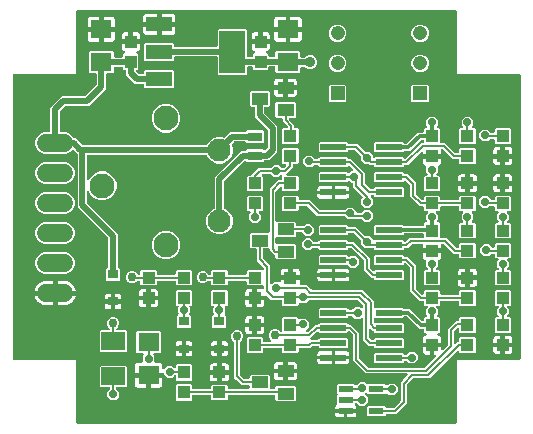
<source format=gbr>
G04 EAGLE Gerber RS-274X export*
G75*
%MOMM*%
%FSLAX34Y34*%
%LPD*%
%INTop Copper*%
%IPPOS*%
%AMOC8*
5,1,8,0,0,1.08239X$1,22.5*%
G01*
%ADD10R,2.184400X0.558800*%
%ADD11R,1.100000X1.000000*%
%ADD12R,1.000000X1.100000*%
%ADD13R,1.800000X1.600000*%
%ADD14R,2.235200X1.219200*%
%ADD15R,2.200000X3.600000*%
%ADD16R,1.270000X0.558800*%
%ADD17R,0.900000X0.800000*%
%ADD18C,2.100000*%
%ADD19C,1.950000*%
%ADD20R,1.200000X0.800000*%
%ADD21R,1.400000X1.000000*%
%ADD22C,1.208000*%
%ADD23R,1.208000X1.208000*%
%ADD24R,2.000000X1.500000*%
%ADD25C,1.524000*%
%ADD26C,0.700000*%
%ADD27C,0.300000*%
%ADD28C,0.500000*%
%ADD29C,0.900000*%
%ADD30C,0.200000*%
%ADD31C,0.750000*%
%ADD32C,0.508000*%

G36*
X380064Y5010D02*
X380064Y5010D01*
X380128Y5009D01*
X380203Y5030D01*
X380279Y5041D01*
X380338Y5067D01*
X380400Y5084D01*
X380466Y5125D01*
X380536Y5157D01*
X380585Y5199D01*
X380640Y5232D01*
X380692Y5290D01*
X380750Y5340D01*
X380786Y5394D01*
X380829Y5442D01*
X380862Y5511D01*
X380905Y5576D01*
X380924Y5638D01*
X380952Y5695D01*
X380963Y5765D01*
X380987Y5846D01*
X380988Y5931D01*
X380999Y6000D01*
X380999Y59001D01*
X434000Y59001D01*
X434064Y59010D01*
X434128Y59009D01*
X434203Y59030D01*
X434279Y59041D01*
X434338Y59067D01*
X434400Y59084D01*
X434466Y59125D01*
X434536Y59157D01*
X434585Y59199D01*
X434640Y59232D01*
X434692Y59290D01*
X434750Y59340D01*
X434786Y59394D01*
X434829Y59442D01*
X434862Y59511D01*
X434905Y59576D01*
X434924Y59638D01*
X434952Y59695D01*
X434963Y59765D01*
X434987Y59846D01*
X434988Y59931D01*
X434999Y60000D01*
X434999Y300000D01*
X434990Y300064D01*
X434991Y300128D01*
X434970Y300203D01*
X434959Y300279D01*
X434933Y300338D01*
X434916Y300400D01*
X434875Y300466D01*
X434843Y300536D01*
X434801Y300585D01*
X434768Y300640D01*
X434710Y300692D01*
X434660Y300750D01*
X434606Y300786D01*
X434558Y300829D01*
X434489Y300862D01*
X434424Y300905D01*
X434362Y300924D01*
X434305Y300952D01*
X434235Y300963D01*
X434154Y300987D01*
X434069Y300988D01*
X434000Y300999D01*
X380999Y300999D01*
X380999Y354000D01*
X380990Y354064D01*
X380991Y354128D01*
X380970Y354203D01*
X380959Y354279D01*
X380933Y354338D01*
X380916Y354400D01*
X380875Y354466D01*
X380843Y354536D01*
X380801Y354585D01*
X380768Y354640D01*
X380710Y354692D01*
X380660Y354750D01*
X380606Y354786D01*
X380558Y354829D01*
X380489Y354862D01*
X380424Y354905D01*
X380362Y354924D01*
X380305Y354952D01*
X380235Y354963D01*
X380154Y354987D01*
X380069Y354988D01*
X380000Y354999D01*
X60000Y354999D01*
X59936Y354990D01*
X59872Y354991D01*
X59797Y354970D01*
X59721Y354959D01*
X59662Y354933D01*
X59600Y354916D01*
X59534Y354875D01*
X59464Y354843D01*
X59415Y354801D01*
X59360Y354768D01*
X59308Y354710D01*
X59250Y354660D01*
X59214Y354606D01*
X59171Y354558D01*
X59138Y354489D01*
X59095Y354424D01*
X59076Y354362D01*
X59048Y354305D01*
X59037Y354235D01*
X59013Y354154D01*
X59012Y354069D01*
X59001Y354000D01*
X59001Y300999D01*
X6000Y300999D01*
X5936Y300990D01*
X5872Y300991D01*
X5797Y300970D01*
X5721Y300959D01*
X5662Y300933D01*
X5600Y300916D01*
X5534Y300875D01*
X5464Y300843D01*
X5415Y300801D01*
X5360Y300768D01*
X5308Y300710D01*
X5250Y300660D01*
X5214Y300606D01*
X5171Y300558D01*
X5138Y300489D01*
X5095Y300424D01*
X5076Y300362D01*
X5048Y300305D01*
X5037Y300235D01*
X5013Y300154D01*
X5012Y300069D01*
X5001Y300000D01*
X5001Y60000D01*
X5010Y59936D01*
X5009Y59872D01*
X5030Y59797D01*
X5041Y59721D01*
X5067Y59662D01*
X5084Y59600D01*
X5125Y59534D01*
X5157Y59464D01*
X5199Y59415D01*
X5232Y59360D01*
X5290Y59308D01*
X5340Y59250D01*
X5394Y59214D01*
X5442Y59171D01*
X5511Y59138D01*
X5576Y59095D01*
X5638Y59076D01*
X5695Y59048D01*
X5765Y59037D01*
X5846Y59013D01*
X5931Y59012D01*
X6000Y59001D01*
X59001Y59001D01*
X59001Y6000D01*
X59010Y5936D01*
X59009Y5872D01*
X59030Y5797D01*
X59041Y5721D01*
X59067Y5662D01*
X59084Y5600D01*
X59125Y5534D01*
X59157Y5464D01*
X59199Y5415D01*
X59232Y5360D01*
X59290Y5308D01*
X59340Y5250D01*
X59394Y5214D01*
X59442Y5171D01*
X59511Y5138D01*
X59576Y5095D01*
X59638Y5076D01*
X59695Y5048D01*
X59765Y5037D01*
X59846Y5013D01*
X59931Y5012D01*
X60000Y5001D01*
X380000Y5001D01*
X380064Y5010D01*
G37*
%LPC*%
G36*
X312078Y69355D02*
X312078Y69355D01*
X311191Y70243D01*
X311191Y70278D01*
X311170Y70353D01*
X311159Y70429D01*
X311133Y70488D01*
X311116Y70550D01*
X311075Y70616D01*
X311043Y70686D01*
X311001Y70735D01*
X310968Y70790D01*
X310910Y70842D01*
X310860Y70900D01*
X310806Y70936D01*
X310758Y70979D01*
X310689Y71012D01*
X310624Y71055D01*
X310562Y71074D01*
X310505Y71102D01*
X310435Y71113D01*
X310354Y71137D01*
X310269Y71138D01*
X310200Y71149D01*
X306314Y71149D01*
X301499Y75964D01*
X301499Y94015D01*
X301495Y94047D01*
X301497Y94079D01*
X301475Y94186D01*
X301459Y94294D01*
X301446Y94323D01*
X301440Y94355D01*
X301388Y94451D01*
X301343Y94551D01*
X301322Y94575D01*
X301307Y94604D01*
X301231Y94682D01*
X301160Y94765D01*
X301133Y94783D01*
X301110Y94806D01*
X301015Y94860D01*
X300924Y94920D01*
X300893Y94929D01*
X300865Y94945D01*
X300759Y94970D01*
X300654Y95002D01*
X300622Y95002D01*
X300591Y95010D01*
X300481Y95004D01*
X300372Y95006D01*
X300341Y94997D01*
X300309Y94996D01*
X300206Y94960D01*
X300100Y94931D01*
X300073Y94914D01*
X300042Y94903D01*
X299969Y94850D01*
X299860Y94782D01*
X299828Y94746D01*
X299793Y94721D01*
X299071Y93999D01*
X294929Y93999D01*
X292671Y96257D01*
X292595Y96314D01*
X292523Y96379D01*
X292482Y96399D01*
X292446Y96426D01*
X292356Y96460D01*
X292269Y96502D01*
X292227Y96508D01*
X292182Y96525D01*
X292054Y96535D01*
X291965Y96549D01*
X289800Y96549D01*
X289736Y96540D01*
X289672Y96541D01*
X289597Y96520D01*
X289521Y96509D01*
X289462Y96483D01*
X289400Y96466D01*
X289334Y96425D01*
X289264Y96393D01*
X289215Y96351D01*
X289160Y96318D01*
X289108Y96260D01*
X289050Y96210D01*
X289014Y96156D01*
X288971Y96108D01*
X288938Y96039D01*
X288895Y95974D01*
X288876Y95912D01*
X288848Y95855D01*
X288837Y95785D01*
X288813Y95704D01*
X288812Y95646D01*
X287922Y94755D01*
X264834Y94755D01*
X263955Y95634D01*
X263955Y102466D01*
X264834Y103345D01*
X287922Y103345D01*
X288809Y102457D01*
X288809Y102422D01*
X288830Y102347D01*
X288841Y102271D01*
X288867Y102212D01*
X288884Y102150D01*
X288925Y102084D01*
X288957Y102014D01*
X288999Y101965D01*
X289032Y101910D01*
X289090Y101858D01*
X289140Y101800D01*
X289194Y101764D01*
X289242Y101721D01*
X289311Y101688D01*
X289376Y101645D01*
X289438Y101626D01*
X289495Y101598D01*
X289565Y101587D01*
X289646Y101563D01*
X289731Y101562D01*
X289800Y101551D01*
X292065Y101551D01*
X292160Y101564D01*
X292256Y101569D01*
X292299Y101584D01*
X292344Y101591D01*
X292431Y101630D01*
X292522Y101662D01*
X292557Y101687D01*
X292601Y101707D01*
X292698Y101790D01*
X292771Y101843D01*
X294929Y104001D01*
X299071Y104001D01*
X299793Y103279D01*
X299819Y103259D01*
X299840Y103235D01*
X299932Y103175D01*
X300019Y103109D01*
X300049Y103098D01*
X300076Y103080D01*
X300181Y103048D01*
X300283Y103010D01*
X300315Y103007D01*
X300346Y102998D01*
X300455Y102997D01*
X300564Y102988D01*
X300596Y102995D01*
X300628Y102994D01*
X300733Y103023D01*
X300840Y103046D01*
X300869Y103061D01*
X300900Y103069D01*
X300993Y103127D01*
X301089Y103178D01*
X301112Y103201D01*
X301140Y103218D01*
X301213Y103298D01*
X301291Y103375D01*
X301307Y103403D01*
X301329Y103427D01*
X301376Y103525D01*
X301430Y103620D01*
X301438Y103652D01*
X301452Y103681D01*
X301466Y103770D01*
X301495Y103895D01*
X301493Y103943D01*
X301499Y103985D01*
X301499Y104550D01*
X301486Y104645D01*
X301481Y104741D01*
X301466Y104784D01*
X301459Y104829D01*
X301420Y104917D01*
X301388Y105008D01*
X301363Y105042D01*
X301343Y105086D01*
X301260Y105184D01*
X301207Y105257D01*
X297257Y109207D01*
X297180Y109264D01*
X297109Y109329D01*
X297068Y109349D01*
X297031Y109376D01*
X296941Y109410D01*
X296855Y109452D01*
X296813Y109458D01*
X296767Y109475D01*
X296640Y109485D01*
X296550Y109499D01*
X255985Y109499D01*
X255890Y109486D01*
X255794Y109481D01*
X255751Y109466D01*
X255706Y109459D01*
X255619Y109420D01*
X255528Y109388D01*
X255493Y109363D01*
X255449Y109343D01*
X255352Y109260D01*
X255279Y109207D01*
X253071Y106999D01*
X248929Y106999D01*
X248707Y107221D01*
X248681Y107241D01*
X248660Y107265D01*
X248568Y107325D01*
X248481Y107391D01*
X248451Y107402D01*
X248424Y107420D01*
X248319Y107452D01*
X248217Y107490D01*
X248185Y107493D01*
X248154Y107502D01*
X248045Y107503D01*
X247936Y107512D01*
X247904Y107505D01*
X247872Y107506D01*
X247767Y107477D01*
X247660Y107454D01*
X247631Y107439D01*
X247600Y107431D01*
X247507Y107373D01*
X247411Y107322D01*
X247388Y107299D01*
X247360Y107282D01*
X247287Y107201D01*
X247209Y107125D01*
X247193Y107097D01*
X247171Y107073D01*
X247124Y106975D01*
X247070Y106880D01*
X247062Y106848D01*
X247048Y106819D01*
X247034Y106730D01*
X247005Y106605D01*
X247007Y106557D01*
X247001Y106515D01*
X247001Y105878D01*
X246122Y104999D01*
X233878Y104999D01*
X232999Y105878D01*
X232999Y108500D01*
X232990Y108564D01*
X232991Y108628D01*
X232970Y108703D01*
X232959Y108779D01*
X232933Y108838D01*
X232916Y108900D01*
X232875Y108966D01*
X232843Y109036D01*
X232801Y109085D01*
X232768Y109140D01*
X232710Y109192D01*
X232660Y109250D01*
X232606Y109286D01*
X232558Y109329D01*
X232489Y109362D01*
X232424Y109405D01*
X232362Y109424D01*
X232305Y109452D01*
X232235Y109463D01*
X232154Y109487D01*
X232069Y109488D01*
X232000Y109499D01*
X223964Y109499D01*
X222207Y111257D01*
X219747Y113717D01*
X219721Y113736D01*
X219700Y113761D01*
X219608Y113821D01*
X219521Y113886D01*
X219491Y113897D01*
X219464Y113915D01*
X219359Y113947D01*
X219257Y113986D01*
X219225Y113988D01*
X219194Y113998D01*
X219085Y113999D01*
X218976Y114007D01*
X218944Y114001D01*
X218912Y114001D01*
X218807Y113972D01*
X218700Y113950D01*
X218671Y113935D01*
X218640Y113926D01*
X218547Y113869D01*
X218451Y113817D01*
X218428Y113795D01*
X218400Y113778D01*
X218327Y113697D01*
X218249Y113621D01*
X218233Y113593D01*
X218211Y113569D01*
X218178Y113499D01*
X211999Y113499D01*
X211999Y119041D01*
X215834Y119041D01*
X216241Y118932D01*
X216295Y118925D01*
X216346Y118910D01*
X216434Y118908D01*
X216521Y118898D01*
X216574Y118907D01*
X216628Y118906D01*
X216713Y118929D01*
X216800Y118944D01*
X216848Y118967D01*
X216900Y118981D01*
X216975Y119027D01*
X217054Y119065D01*
X217094Y119101D01*
X217140Y119129D01*
X217199Y119194D01*
X217264Y119253D01*
X217293Y119299D01*
X217329Y119339D01*
X217367Y119418D01*
X217414Y119492D01*
X217428Y119544D01*
X217452Y119592D01*
X217464Y119670D01*
X217490Y119764D01*
X217490Y119836D01*
X217499Y119897D01*
X217499Y121000D01*
X217490Y121064D01*
X217491Y121128D01*
X217470Y121203D01*
X217459Y121279D01*
X217433Y121338D01*
X217416Y121400D01*
X217375Y121466D01*
X217343Y121536D01*
X217301Y121585D01*
X217268Y121640D01*
X217210Y121692D01*
X217160Y121750D01*
X217106Y121786D01*
X217058Y121829D01*
X216989Y121862D01*
X216924Y121905D01*
X216862Y121924D01*
X216805Y121952D01*
X216735Y121963D01*
X216654Y121987D01*
X216569Y121988D01*
X216500Y121999D01*
X203878Y121999D01*
X202999Y122878D01*
X202999Y125000D01*
X202990Y125064D01*
X202991Y125128D01*
X202970Y125203D01*
X202959Y125279D01*
X202933Y125338D01*
X202916Y125400D01*
X202875Y125466D01*
X202843Y125536D01*
X202801Y125585D01*
X202768Y125640D01*
X202710Y125692D01*
X202660Y125750D01*
X202606Y125786D01*
X202558Y125829D01*
X202489Y125862D01*
X202424Y125905D01*
X202362Y125924D01*
X202305Y125952D01*
X202235Y125963D01*
X202154Y125987D01*
X202069Y125988D01*
X202000Y125999D01*
X188000Y125999D01*
X187936Y125990D01*
X187872Y125991D01*
X187797Y125970D01*
X187721Y125959D01*
X187662Y125933D01*
X187600Y125916D01*
X187534Y125875D01*
X187464Y125843D01*
X187415Y125801D01*
X187360Y125768D01*
X187308Y125710D01*
X187250Y125660D01*
X187214Y125606D01*
X187171Y125558D01*
X187138Y125489D01*
X187095Y125424D01*
X187076Y125362D01*
X187048Y125305D01*
X187037Y125235D01*
X187013Y125154D01*
X187012Y125069D01*
X187001Y125000D01*
X187001Y122878D01*
X186122Y121999D01*
X173878Y121999D01*
X172999Y122878D01*
X172999Y125000D01*
X172990Y125064D01*
X172991Y125128D01*
X172970Y125203D01*
X172959Y125279D01*
X172933Y125338D01*
X172916Y125400D01*
X172875Y125466D01*
X172843Y125536D01*
X172801Y125585D01*
X172768Y125640D01*
X172710Y125692D01*
X172660Y125750D01*
X172606Y125786D01*
X172558Y125829D01*
X172489Y125862D01*
X172424Y125905D01*
X172362Y125924D01*
X172305Y125952D01*
X172235Y125963D01*
X172154Y125987D01*
X172069Y125988D01*
X172000Y125999D01*
X170839Y125999D01*
X170744Y125986D01*
X170648Y125981D01*
X170605Y125966D01*
X170560Y125959D01*
X170472Y125920D01*
X170381Y125888D01*
X170347Y125863D01*
X170303Y125843D01*
X170205Y125760D01*
X170132Y125707D01*
X168974Y124549D01*
X167044Y123749D01*
X164956Y123749D01*
X163026Y124549D01*
X161549Y126026D01*
X160749Y127956D01*
X160749Y130044D01*
X161549Y131974D01*
X163026Y133451D01*
X164956Y134251D01*
X167044Y134251D01*
X168974Y133451D01*
X170451Y131974D01*
X170599Y131618D01*
X170604Y131609D01*
X170606Y131600D01*
X170676Y131488D01*
X170743Y131375D01*
X170750Y131368D01*
X170755Y131360D01*
X170853Y131272D01*
X170948Y131182D01*
X170957Y131178D01*
X170964Y131171D01*
X171082Y131114D01*
X171200Y131054D01*
X171209Y131052D01*
X171218Y131048D01*
X171294Y131036D01*
X171477Y131002D01*
X171501Y131004D01*
X171522Y131001D01*
X172000Y131001D01*
X172064Y131010D01*
X172128Y131009D01*
X172203Y131030D01*
X172279Y131041D01*
X172338Y131067D01*
X172400Y131084D01*
X172466Y131125D01*
X172536Y131157D01*
X172585Y131199D01*
X172640Y131232D01*
X172692Y131290D01*
X172750Y131340D01*
X172786Y131394D01*
X172829Y131442D01*
X172862Y131511D01*
X172905Y131576D01*
X172924Y131638D01*
X172952Y131695D01*
X172963Y131765D01*
X172987Y131846D01*
X172988Y131931D01*
X172999Y132000D01*
X172999Y134122D01*
X173878Y135001D01*
X186122Y135001D01*
X187001Y134122D01*
X187001Y132000D01*
X187010Y131936D01*
X187009Y131872D01*
X187030Y131797D01*
X187041Y131721D01*
X187067Y131662D01*
X187084Y131600D01*
X187125Y131534D01*
X187157Y131464D01*
X187199Y131415D01*
X187232Y131360D01*
X187290Y131308D01*
X187340Y131250D01*
X187394Y131214D01*
X187442Y131171D01*
X187511Y131138D01*
X187576Y131095D01*
X187638Y131076D01*
X187695Y131048D01*
X187765Y131037D01*
X187846Y131013D01*
X187931Y131012D01*
X188000Y131001D01*
X202000Y131001D01*
X202064Y131010D01*
X202128Y131009D01*
X202203Y131030D01*
X202279Y131041D01*
X202338Y131067D01*
X202400Y131084D01*
X202466Y131125D01*
X202536Y131157D01*
X202585Y131199D01*
X202640Y131232D01*
X202692Y131290D01*
X202750Y131340D01*
X202786Y131394D01*
X202829Y131442D01*
X202862Y131511D01*
X202905Y131576D01*
X202924Y131638D01*
X202952Y131695D01*
X202963Y131765D01*
X202987Y131846D01*
X202988Y131931D01*
X202999Y132000D01*
X202999Y134122D01*
X203878Y135001D01*
X216500Y135001D01*
X216564Y135010D01*
X216628Y135009D01*
X216703Y135030D01*
X216779Y135041D01*
X216838Y135067D01*
X216900Y135084D01*
X216966Y135125D01*
X217036Y135157D01*
X217085Y135199D01*
X217140Y135232D01*
X217192Y135290D01*
X217250Y135340D01*
X217286Y135394D01*
X217329Y135442D01*
X217362Y135511D01*
X217405Y135576D01*
X217424Y135638D01*
X217452Y135695D01*
X217463Y135765D01*
X217487Y135846D01*
X217488Y135931D01*
X217499Y136000D01*
X217499Y136550D01*
X217486Y136645D01*
X217481Y136741D01*
X217466Y136784D01*
X217459Y136829D01*
X217420Y136917D01*
X217388Y137008D01*
X217363Y137042D01*
X217343Y137086D01*
X217260Y137184D01*
X217207Y137257D01*
X213257Y141207D01*
X211499Y142964D01*
X211499Y152500D01*
X211490Y152564D01*
X211491Y152628D01*
X211470Y152703D01*
X211459Y152779D01*
X211433Y152838D01*
X211416Y152900D01*
X211375Y152966D01*
X211343Y153036D01*
X211301Y153085D01*
X211268Y153140D01*
X211210Y153192D01*
X211160Y153250D01*
X211106Y153286D01*
X211058Y153329D01*
X210989Y153362D01*
X210924Y153405D01*
X210862Y153424D01*
X210805Y153452D01*
X210735Y153463D01*
X210654Y153487D01*
X210569Y153488D01*
X210500Y153499D01*
X206378Y153499D01*
X205499Y154378D01*
X205499Y165622D01*
X206378Y166501D01*
X221500Y166501D01*
X221564Y166510D01*
X221628Y166509D01*
X221703Y166530D01*
X221779Y166541D01*
X221838Y166567D01*
X221900Y166584D01*
X221966Y166625D01*
X222036Y166657D01*
X222085Y166699D01*
X222140Y166732D01*
X222192Y166790D01*
X222250Y166840D01*
X222286Y166894D01*
X222329Y166942D01*
X222362Y167011D01*
X222405Y167076D01*
X222424Y167138D01*
X222452Y167195D01*
X222463Y167265D01*
X222487Y167346D01*
X222488Y167431D01*
X222499Y167500D01*
X222499Y204036D01*
X229464Y211001D01*
X232000Y211001D01*
X232064Y211010D01*
X232128Y211009D01*
X232203Y211030D01*
X232279Y211041D01*
X232338Y211067D01*
X232400Y211084D01*
X232466Y211125D01*
X232536Y211157D01*
X232585Y211199D01*
X232640Y211232D01*
X232692Y211290D01*
X232750Y211340D01*
X232786Y211394D01*
X232829Y211442D01*
X232862Y211511D01*
X232905Y211576D01*
X232924Y211638D01*
X232952Y211695D01*
X232963Y211765D01*
X232987Y211846D01*
X232988Y211931D01*
X232999Y212000D01*
X232999Y214515D01*
X232995Y214547D01*
X232997Y214579D01*
X232975Y214686D01*
X232959Y214794D01*
X232946Y214823D01*
X232940Y214855D01*
X232888Y214951D01*
X232843Y215051D01*
X232822Y215075D01*
X232807Y215104D01*
X232731Y215182D01*
X232660Y215265D01*
X232633Y215283D01*
X232610Y215306D01*
X232515Y215360D01*
X232424Y215420D01*
X232393Y215429D01*
X232365Y215445D01*
X232259Y215470D01*
X232154Y215502D01*
X232122Y215502D01*
X232091Y215510D01*
X231981Y215504D01*
X231872Y215506D01*
X231841Y215497D01*
X231809Y215496D01*
X231706Y215460D01*
X231600Y215431D01*
X231573Y215414D01*
X231542Y215403D01*
X231469Y215350D01*
X231360Y215282D01*
X231328Y215246D01*
X231293Y215221D01*
X230071Y213999D01*
X225929Y213999D01*
X223721Y216207D01*
X223645Y216264D01*
X223573Y216329D01*
X223532Y216349D01*
X223496Y216376D01*
X223406Y216410D01*
X223319Y216452D01*
X223277Y216458D01*
X223232Y216475D01*
X223104Y216485D01*
X223015Y216499D01*
X217035Y216499D01*
X217004Y216495D01*
X216971Y216497D01*
X216864Y216475D01*
X216756Y216459D01*
X216727Y216446D01*
X216695Y216440D01*
X216599Y216388D01*
X216499Y216343D01*
X216475Y216322D01*
X216446Y216307D01*
X216368Y216231D01*
X216285Y216160D01*
X216267Y216133D01*
X216244Y216110D01*
X216191Y216015D01*
X216131Y215924D01*
X216121Y215893D01*
X216105Y215865D01*
X216080Y215759D01*
X216048Y215654D01*
X216048Y215622D01*
X216040Y215591D01*
X216046Y215481D01*
X216044Y215372D01*
X216053Y215341D01*
X216055Y215309D01*
X216090Y215206D01*
X216120Y215100D01*
X216137Y215073D01*
X216147Y215042D01*
X216200Y214969D01*
X216268Y214860D01*
X216304Y214828D01*
X216329Y214793D01*
X217001Y214122D01*
X217001Y202878D01*
X216122Y201999D01*
X203878Y201999D01*
X202999Y202878D01*
X202999Y214122D01*
X203878Y215001D01*
X206500Y215001D01*
X206564Y215010D01*
X206628Y215009D01*
X206703Y215030D01*
X206779Y215041D01*
X206838Y215067D01*
X206900Y215084D01*
X206966Y215125D01*
X207036Y215157D01*
X207085Y215199D01*
X207140Y215232D01*
X207192Y215290D01*
X207250Y215340D01*
X207286Y215394D01*
X207329Y215442D01*
X207362Y215511D01*
X207405Y215576D01*
X207424Y215638D01*
X207452Y215695D01*
X207463Y215765D01*
X207487Y215846D01*
X207488Y215931D01*
X207499Y216000D01*
X207499Y216036D01*
X212964Y221501D01*
X223015Y221501D01*
X223110Y221514D01*
X223206Y221519D01*
X223249Y221534D01*
X223294Y221541D01*
X223381Y221580D01*
X223472Y221612D01*
X223507Y221637D01*
X223551Y221657D01*
X223648Y221740D01*
X223721Y221793D01*
X225929Y224001D01*
X230071Y224001D01*
X232279Y221793D01*
X232355Y221736D01*
X232427Y221671D01*
X232468Y221651D01*
X232504Y221624D01*
X232594Y221590D01*
X232681Y221548D01*
X232723Y221542D01*
X232768Y221525D01*
X232896Y221515D01*
X232985Y221501D01*
X234050Y221501D01*
X234145Y221514D01*
X234241Y221519D01*
X234284Y221534D01*
X234329Y221541D01*
X234417Y221580D01*
X234508Y221612D01*
X234542Y221637D01*
X234586Y221657D01*
X234684Y221740D01*
X234757Y221793D01*
X236257Y223293D01*
X236276Y223319D01*
X236301Y223340D01*
X236361Y223432D01*
X236426Y223519D01*
X236437Y223549D01*
X236455Y223576D01*
X236487Y223680D01*
X236526Y223783D01*
X236528Y223815D01*
X236538Y223846D01*
X236539Y223955D01*
X236547Y224064D01*
X236541Y224096D01*
X236541Y224128D01*
X236512Y224233D01*
X236490Y224340D01*
X236475Y224369D01*
X236466Y224400D01*
X236409Y224493D01*
X236357Y224589D01*
X236335Y224612D01*
X236318Y224640D01*
X236237Y224713D01*
X236161Y224791D01*
X236133Y224807D01*
X236109Y224829D01*
X236010Y224876D01*
X235915Y224930D01*
X235884Y224938D01*
X235855Y224952D01*
X235766Y224966D01*
X235641Y224995D01*
X235592Y224993D01*
X235550Y224999D01*
X233878Y224999D01*
X232999Y225878D01*
X232999Y237122D01*
X233878Y238001D01*
X246122Y238001D01*
X247001Y237122D01*
X247001Y225878D01*
X246122Y224999D01*
X243500Y224999D01*
X243436Y224990D01*
X243372Y224991D01*
X243297Y224970D01*
X243221Y224959D01*
X243162Y224933D01*
X243100Y224916D01*
X243034Y224875D01*
X242964Y224843D01*
X242915Y224801D01*
X242860Y224768D01*
X242808Y224710D01*
X242750Y224660D01*
X242714Y224606D01*
X242671Y224558D01*
X242638Y224489D01*
X242595Y224424D01*
X242576Y224362D01*
X242548Y224305D01*
X242537Y224235D01*
X242513Y224154D01*
X242512Y224069D01*
X242501Y224000D01*
X242501Y222464D01*
X238294Y218257D01*
X238293Y218257D01*
X236743Y216707D01*
X236724Y216681D01*
X236699Y216660D01*
X236639Y216568D01*
X236574Y216481D01*
X236563Y216451D01*
X236545Y216424D01*
X236513Y216319D01*
X236474Y216217D01*
X236472Y216185D01*
X236462Y216154D01*
X236461Y216045D01*
X236453Y215936D01*
X236459Y215904D01*
X236459Y215872D01*
X236488Y215767D01*
X236510Y215660D01*
X236525Y215631D01*
X236534Y215600D01*
X236591Y215507D01*
X236643Y215411D01*
X236665Y215388D01*
X236682Y215360D01*
X236763Y215287D01*
X236839Y215209D01*
X236867Y215193D01*
X236891Y215171D01*
X236990Y215124D01*
X237085Y215070D01*
X237116Y215062D01*
X237145Y215048D01*
X237234Y215034D01*
X237359Y215005D01*
X237408Y215007D01*
X237450Y215001D01*
X246122Y215001D01*
X247001Y214122D01*
X247001Y202878D01*
X246122Y201999D01*
X233878Y201999D01*
X232999Y202878D01*
X232999Y205000D01*
X232990Y205064D01*
X232991Y205128D01*
X232970Y205203D01*
X232959Y205279D01*
X232933Y205338D01*
X232916Y205400D01*
X232875Y205466D01*
X232843Y205536D01*
X232801Y205585D01*
X232768Y205640D01*
X232710Y205692D01*
X232660Y205750D01*
X232606Y205786D01*
X232558Y205829D01*
X232489Y205862D01*
X232424Y205905D01*
X232362Y205924D01*
X232305Y205952D01*
X232235Y205963D01*
X232154Y205987D01*
X232069Y205988D01*
X232068Y205989D01*
X232040Y205995D01*
X232030Y205995D01*
X232000Y205999D01*
X231950Y205999D01*
X231890Y205991D01*
X231872Y205991D01*
X231852Y205986D01*
X231759Y205981D01*
X231716Y205966D01*
X231671Y205959D01*
X231583Y205920D01*
X231492Y205888D01*
X231458Y205863D01*
X231414Y205843D01*
X231316Y205760D01*
X231243Y205707D01*
X227793Y202257D01*
X227736Y202180D01*
X227671Y202109D01*
X227651Y202068D01*
X227624Y202031D01*
X227590Y201941D01*
X227548Y201855D01*
X227542Y201813D01*
X227525Y201767D01*
X227515Y201640D01*
X227501Y201550D01*
X227501Y177000D01*
X227510Y176936D01*
X227509Y176872D01*
X227530Y176797D01*
X227541Y176721D01*
X227567Y176662D01*
X227584Y176600D01*
X227625Y176534D01*
X227657Y176464D01*
X227699Y176415D01*
X227732Y176360D01*
X227790Y176308D01*
X227840Y176250D01*
X227894Y176214D01*
X227942Y176171D01*
X228011Y176138D01*
X228076Y176095D01*
X228138Y176076D01*
X228195Y176048D01*
X228265Y176037D01*
X228346Y176013D01*
X228431Y176012D01*
X228500Y176001D01*
X243622Y176001D01*
X244501Y175122D01*
X244501Y173000D01*
X244510Y172936D01*
X244509Y172872D01*
X244530Y172797D01*
X244541Y172721D01*
X244567Y172662D01*
X244584Y172600D01*
X244625Y172534D01*
X244657Y172464D01*
X244699Y172415D01*
X244732Y172360D01*
X244790Y172308D01*
X244840Y172250D01*
X244894Y172214D01*
X244942Y172171D01*
X245011Y172138D01*
X245076Y172095D01*
X245138Y172076D01*
X245195Y172048D01*
X245265Y172037D01*
X245346Y172013D01*
X245431Y172012D01*
X245500Y172001D01*
X250515Y172001D01*
X250610Y172014D01*
X250706Y172019D01*
X250749Y172034D01*
X250794Y172041D01*
X250881Y172080D01*
X250972Y172112D01*
X251007Y172137D01*
X251051Y172157D01*
X251148Y172240D01*
X251221Y172293D01*
X252929Y174001D01*
X257071Y174001D01*
X260001Y171071D01*
X260001Y166929D01*
X257071Y163999D01*
X252929Y163999D01*
X250221Y166707D01*
X250145Y166764D01*
X250073Y166829D01*
X250032Y166849D01*
X249996Y166876D01*
X249906Y166910D01*
X249819Y166952D01*
X249777Y166958D01*
X249732Y166975D01*
X249604Y166985D01*
X249515Y166999D01*
X245500Y166999D01*
X245436Y166990D01*
X245372Y166991D01*
X245297Y166970D01*
X245221Y166959D01*
X245162Y166933D01*
X245100Y166916D01*
X245034Y166875D01*
X244964Y166843D01*
X244915Y166801D01*
X244860Y166768D01*
X244808Y166710D01*
X244750Y166660D01*
X244714Y166606D01*
X244671Y166558D01*
X244638Y166489D01*
X244595Y166424D01*
X244576Y166362D01*
X244548Y166305D01*
X244537Y166235D01*
X244513Y166154D01*
X244512Y166069D01*
X244501Y166000D01*
X244501Y163878D01*
X243622Y162999D01*
X228500Y162999D01*
X228436Y162990D01*
X228372Y162991D01*
X228297Y162970D01*
X228221Y162959D01*
X228162Y162933D01*
X228100Y162916D01*
X228034Y162875D01*
X227964Y162843D01*
X227915Y162801D01*
X227860Y162768D01*
X227808Y162710D01*
X227750Y162660D01*
X227714Y162606D01*
X227671Y162558D01*
X227638Y162489D01*
X227595Y162424D01*
X227576Y162362D01*
X227548Y162305D01*
X227537Y162235D01*
X227513Y162154D01*
X227512Y162069D01*
X227501Y162000D01*
X227501Y158000D01*
X227510Y157936D01*
X227509Y157872D01*
X227530Y157797D01*
X227541Y157721D01*
X227567Y157662D01*
X227584Y157600D01*
X227625Y157534D01*
X227657Y157464D01*
X227699Y157415D01*
X227732Y157360D01*
X227790Y157308D01*
X227840Y157250D01*
X227894Y157214D01*
X227942Y157171D01*
X228011Y157138D01*
X228076Y157095D01*
X228138Y157076D01*
X228195Y157048D01*
X228265Y157037D01*
X228346Y157013D01*
X228431Y157012D01*
X228500Y157001D01*
X243622Y157001D01*
X244501Y156122D01*
X244501Y144878D01*
X243622Y143999D01*
X228378Y143999D01*
X227499Y144878D01*
X227499Y147000D01*
X227490Y147064D01*
X227491Y147128D01*
X227470Y147203D01*
X227459Y147279D01*
X227433Y147338D01*
X227416Y147400D01*
X227375Y147466D01*
X227343Y147536D01*
X227301Y147585D01*
X227268Y147640D01*
X227210Y147692D01*
X227160Y147750D01*
X227106Y147786D01*
X227058Y147829D01*
X226989Y147862D01*
X226924Y147905D01*
X226862Y147924D01*
X226805Y147952D01*
X226735Y147963D01*
X226654Y147987D01*
X226569Y147988D01*
X226500Y147999D01*
X226464Y147999D01*
X222499Y151964D01*
X222499Y152500D01*
X222490Y152564D01*
X222491Y152628D01*
X222470Y152703D01*
X222459Y152779D01*
X222433Y152838D01*
X222416Y152900D01*
X222375Y152966D01*
X222343Y153036D01*
X222301Y153085D01*
X222268Y153140D01*
X222210Y153192D01*
X222160Y153250D01*
X222106Y153286D01*
X222058Y153329D01*
X221989Y153362D01*
X221924Y153405D01*
X221862Y153424D01*
X221805Y153452D01*
X221735Y153463D01*
X221654Y153487D01*
X221569Y153488D01*
X221500Y153499D01*
X217500Y153499D01*
X217436Y153490D01*
X217372Y153491D01*
X217297Y153470D01*
X217221Y153459D01*
X217162Y153433D01*
X217100Y153416D01*
X217034Y153375D01*
X216964Y153343D01*
X216915Y153301D01*
X216860Y153268D01*
X216808Y153210D01*
X216750Y153160D01*
X216714Y153106D01*
X216671Y153058D01*
X216638Y152989D01*
X216595Y152924D01*
X216576Y152862D01*
X216548Y152805D01*
X216537Y152735D01*
X216513Y152654D01*
X216512Y152569D01*
X216501Y152500D01*
X216501Y145450D01*
X216514Y145355D01*
X216519Y145259D01*
X216534Y145215D01*
X216541Y145171D01*
X216580Y145083D01*
X216612Y144992D01*
X216637Y144958D01*
X216657Y144914D01*
X216740Y144816D01*
X216793Y144743D01*
X220743Y140793D01*
X222501Y139036D01*
X222501Y123985D01*
X222505Y123953D01*
X222503Y123921D01*
X222525Y123814D01*
X222541Y123706D01*
X222554Y123677D01*
X222560Y123645D01*
X222612Y123549D01*
X222657Y123449D01*
X222678Y123425D01*
X222693Y123396D01*
X222769Y123318D01*
X222840Y123235D01*
X222867Y123217D01*
X222890Y123194D01*
X222985Y123140D01*
X223076Y123080D01*
X223107Y123071D01*
X223135Y123055D01*
X223241Y123030D01*
X223346Y122998D01*
X223378Y122998D01*
X223409Y122990D01*
X223519Y122996D01*
X223628Y122994D01*
X223659Y123003D01*
X223691Y123004D01*
X223794Y123040D01*
X223900Y123069D01*
X223927Y123086D01*
X223958Y123097D01*
X224031Y123150D01*
X224140Y123218D01*
X224172Y123254D01*
X224207Y123279D01*
X225929Y125001D01*
X230071Y125001D01*
X230253Y124819D01*
X230279Y124799D01*
X230300Y124775D01*
X230392Y124715D01*
X230479Y124649D01*
X230509Y124638D01*
X230536Y124620D01*
X230641Y124588D01*
X230743Y124550D01*
X230775Y124547D01*
X230806Y124538D01*
X230915Y124537D01*
X231024Y124528D01*
X231056Y124535D01*
X231088Y124534D01*
X231193Y124563D01*
X231300Y124586D01*
X231329Y124601D01*
X231360Y124609D01*
X231453Y124667D01*
X231549Y124718D01*
X231572Y124741D01*
X231600Y124758D01*
X231673Y124839D01*
X231751Y124915D01*
X231767Y124943D01*
X231789Y124967D01*
X231836Y125065D01*
X231890Y125160D01*
X231898Y125192D01*
X231912Y125221D01*
X231926Y125310D01*
X231955Y125435D01*
X231953Y125483D01*
X231959Y125525D01*
X231959Y126501D01*
X239000Y126501D01*
X239064Y126510D01*
X239128Y126509D01*
X239202Y126530D01*
X239279Y126541D01*
X239338Y126567D01*
X239400Y126584D01*
X239466Y126625D01*
X239536Y126657D01*
X239585Y126699D01*
X239640Y126732D01*
X239691Y126790D01*
X239750Y126840D01*
X239786Y126894D01*
X239829Y126942D01*
X239862Y127011D01*
X239905Y127076D01*
X239924Y127138D01*
X239952Y127195D01*
X239962Y127265D01*
X239987Y127346D01*
X239988Y127431D01*
X239999Y127500D01*
X239999Y128501D01*
X240001Y128501D01*
X240001Y127500D01*
X240010Y127436D01*
X240009Y127372D01*
X240030Y127297D01*
X240041Y127221D01*
X240067Y127162D01*
X240084Y127100D01*
X240125Y127034D01*
X240157Y126964D01*
X240199Y126915D01*
X240232Y126860D01*
X240290Y126808D01*
X240340Y126750D01*
X240394Y126714D01*
X240442Y126671D01*
X240511Y126638D01*
X240576Y126595D01*
X240638Y126576D01*
X240696Y126548D01*
X240765Y126538D01*
X240846Y126513D01*
X240931Y126512D01*
X241000Y126501D01*
X248041Y126501D01*
X248041Y123500D01*
X248050Y123436D01*
X248049Y123372D01*
X248070Y123297D01*
X248081Y123221D01*
X248107Y123162D01*
X248124Y123100D01*
X248165Y123034D01*
X248197Y122964D01*
X248239Y122915D01*
X248272Y122860D01*
X248330Y122808D01*
X248380Y122750D01*
X248434Y122714D01*
X248482Y122671D01*
X248551Y122638D01*
X248616Y122595D01*
X248678Y122576D01*
X248735Y122548D01*
X248805Y122537D01*
X248886Y122513D01*
X248971Y122512D01*
X249040Y122501D01*
X254036Y122501D01*
X257743Y118793D01*
X257820Y118736D01*
X257891Y118671D01*
X257932Y118651D01*
X257969Y118624D01*
X258059Y118590D01*
X258145Y118548D01*
X258187Y118542D01*
X258233Y118525D01*
X258360Y118515D01*
X258450Y118501D01*
X301036Y118501D01*
X310501Y109036D01*
X310501Y104179D01*
X310505Y104148D01*
X310503Y104115D01*
X310525Y104008D01*
X310541Y103900D01*
X310554Y103871D01*
X310560Y103839D01*
X310612Y103743D01*
X310657Y103643D01*
X310678Y103619D01*
X310693Y103590D01*
X310769Y103512D01*
X310840Y103429D01*
X310867Y103411D01*
X310890Y103388D01*
X310985Y103334D01*
X311076Y103275D01*
X311107Y103265D01*
X311135Y103249D01*
X311241Y103224D01*
X311346Y103192D01*
X311378Y103192D01*
X311410Y103184D01*
X311519Y103190D01*
X311628Y103188D01*
X311659Y103197D01*
X311691Y103199D01*
X311794Y103235D01*
X311900Y103264D01*
X311927Y103281D01*
X311958Y103291D01*
X312031Y103345D01*
X335166Y103345D01*
X336167Y102343D01*
X336244Y102286D01*
X336315Y102221D01*
X336356Y102201D01*
X336393Y102174D01*
X336483Y102140D01*
X336569Y102098D01*
X336611Y102092D01*
X336656Y102075D01*
X336784Y102065D01*
X336874Y102051D01*
X341193Y102051D01*
X351450Y91793D01*
X351527Y91736D01*
X351598Y91671D01*
X351639Y91651D01*
X351676Y91624D01*
X351766Y91590D01*
X351852Y91548D01*
X351894Y91542D01*
X351940Y91525D01*
X352067Y91515D01*
X352157Y91501D01*
X352500Y91501D01*
X352564Y91510D01*
X352628Y91509D01*
X352703Y91530D01*
X352779Y91541D01*
X352838Y91567D01*
X352900Y91584D01*
X352966Y91625D01*
X353036Y91657D01*
X353085Y91699D01*
X353140Y91732D01*
X353192Y91790D01*
X353250Y91840D01*
X353286Y91894D01*
X353329Y91942D01*
X353362Y92011D01*
X353405Y92076D01*
X353424Y92138D01*
X353452Y92195D01*
X353463Y92265D01*
X353487Y92346D01*
X353488Y92431D01*
X353499Y92500D01*
X353499Y94622D01*
X354378Y95501D01*
X355015Y95501D01*
X355047Y95505D01*
X355079Y95503D01*
X355186Y95525D01*
X355294Y95541D01*
X355323Y95554D01*
X355355Y95560D01*
X355451Y95612D01*
X355551Y95657D01*
X355575Y95678D01*
X355604Y95693D01*
X355682Y95769D01*
X355765Y95840D01*
X355783Y95867D01*
X355806Y95890D01*
X355860Y95985D01*
X355920Y96076D01*
X355929Y96107D01*
X355945Y96135D01*
X355970Y96241D01*
X356002Y96346D01*
X356002Y96378D01*
X356010Y96409D01*
X356004Y96519D01*
X356006Y96628D01*
X355997Y96659D01*
X355996Y96691D01*
X355960Y96794D01*
X355931Y96900D01*
X355914Y96927D01*
X355903Y96958D01*
X355850Y97031D01*
X355782Y97140D01*
X355746Y97172D01*
X355721Y97207D01*
X354999Y97929D01*
X354999Y102071D01*
X356221Y103293D01*
X356241Y103319D01*
X356265Y103340D01*
X356325Y103432D01*
X356391Y103519D01*
X356402Y103549D01*
X356420Y103576D01*
X356452Y103681D01*
X356490Y103783D01*
X356493Y103815D01*
X356502Y103846D01*
X356503Y103955D01*
X356512Y104064D01*
X356505Y104096D01*
X356506Y104128D01*
X356477Y104233D01*
X356454Y104340D01*
X356439Y104369D01*
X356431Y104400D01*
X356373Y104493D01*
X356322Y104589D01*
X356299Y104612D01*
X356282Y104640D01*
X356202Y104713D01*
X356125Y104791D01*
X356097Y104807D01*
X356073Y104829D01*
X355975Y104876D01*
X355880Y104930D01*
X355848Y104938D01*
X355819Y104952D01*
X355730Y104966D01*
X355605Y104995D01*
X355557Y104993D01*
X355515Y104999D01*
X353878Y104999D01*
X352999Y105878D01*
X352999Y108000D01*
X352990Y108064D01*
X352991Y108128D01*
X352970Y108203D01*
X352959Y108279D01*
X352933Y108338D01*
X352916Y108400D01*
X352875Y108466D01*
X352843Y108536D01*
X352801Y108585D01*
X352768Y108640D01*
X352710Y108692D01*
X352660Y108750D01*
X352606Y108786D01*
X352558Y108829D01*
X352489Y108862D01*
X352424Y108905D01*
X352362Y108924D01*
X352305Y108952D01*
X352235Y108963D01*
X352154Y108987D01*
X352069Y108988D01*
X352000Y108999D01*
X349464Y108999D01*
X341499Y116964D01*
X341499Y136550D01*
X341486Y136645D01*
X341481Y136741D01*
X341466Y136784D01*
X341459Y136829D01*
X341420Y136917D01*
X341388Y137008D01*
X341363Y137042D01*
X341343Y137086D01*
X341260Y137184D01*
X341207Y137257D01*
X337751Y140713D01*
X337725Y140732D01*
X337704Y140757D01*
X337612Y140817D01*
X337525Y140882D01*
X337495Y140894D01*
X337468Y140911D01*
X337363Y140943D01*
X337261Y140982D01*
X337229Y140984D01*
X337198Y140994D01*
X337089Y140995D01*
X336980Y141003D01*
X336948Y140997D01*
X336916Y140997D01*
X336811Y140968D01*
X336704Y140946D01*
X336675Y140931D01*
X336644Y140922D01*
X336551Y140865D01*
X336455Y140813D01*
X336432Y140791D01*
X336404Y140774D01*
X336331Y140693D01*
X336253Y140617D01*
X336237Y140589D01*
X336215Y140565D01*
X336168Y140466D01*
X336114Y140371D01*
X336106Y140340D01*
X336092Y140311D01*
X336087Y140277D01*
X335166Y139355D01*
X312078Y139355D01*
X311199Y140234D01*
X311199Y147066D01*
X312078Y147945D01*
X335166Y147945D01*
X336053Y147057D01*
X336053Y147022D01*
X336074Y146947D01*
X336085Y146871D01*
X336111Y146812D01*
X336128Y146750D01*
X336169Y146684D01*
X336201Y146614D01*
X336243Y146565D01*
X336276Y146510D01*
X336334Y146458D01*
X336384Y146400D01*
X336438Y146364D01*
X336486Y146321D01*
X336555Y146288D01*
X336620Y146245D01*
X336682Y146226D01*
X336739Y146198D01*
X336809Y146187D01*
X336890Y146163D01*
X336975Y146162D01*
X337044Y146151D01*
X339386Y146151D01*
X346501Y139036D01*
X346501Y119450D01*
X346514Y119355D01*
X346519Y119259D01*
X346534Y119216D01*
X346541Y119171D01*
X346580Y119083D01*
X346612Y118992D01*
X346637Y118958D01*
X346657Y118914D01*
X346740Y118816D01*
X346793Y118743D01*
X351243Y114293D01*
X351320Y114236D01*
X351391Y114171D01*
X351432Y114151D01*
X351469Y114124D01*
X351559Y114090D01*
X351645Y114048D01*
X351687Y114042D01*
X351733Y114025D01*
X351832Y114017D01*
X351846Y114013D01*
X351876Y114012D01*
X351950Y114001D01*
X352000Y114001D01*
X352064Y114010D01*
X352128Y114009D01*
X352203Y114030D01*
X352279Y114041D01*
X352338Y114067D01*
X352400Y114084D01*
X352466Y114125D01*
X352536Y114157D01*
X352585Y114199D01*
X352640Y114232D01*
X352692Y114290D01*
X352750Y114340D01*
X352786Y114394D01*
X352829Y114442D01*
X352862Y114511D01*
X352905Y114576D01*
X352924Y114638D01*
X352952Y114695D01*
X352963Y114765D01*
X352987Y114846D01*
X352988Y114931D01*
X352999Y115000D01*
X352999Y117122D01*
X353878Y118001D01*
X366122Y118001D01*
X367001Y117122D01*
X367001Y115000D01*
X367010Y114936D01*
X367009Y114872D01*
X367030Y114797D01*
X367041Y114721D01*
X367067Y114662D01*
X367084Y114600D01*
X367125Y114534D01*
X367157Y114464D01*
X367199Y114415D01*
X367232Y114360D01*
X367290Y114308D01*
X367340Y114250D01*
X367394Y114214D01*
X367442Y114171D01*
X367511Y114138D01*
X367576Y114095D01*
X367638Y114076D01*
X367695Y114048D01*
X367765Y114037D01*
X367846Y114013D01*
X367931Y114012D01*
X368000Y114001D01*
X382000Y114001D01*
X382064Y114010D01*
X382128Y114009D01*
X382203Y114030D01*
X382279Y114041D01*
X382338Y114067D01*
X382400Y114084D01*
X382466Y114125D01*
X382536Y114157D01*
X382585Y114199D01*
X382640Y114232D01*
X382692Y114290D01*
X382750Y114340D01*
X382786Y114394D01*
X382829Y114442D01*
X382862Y114511D01*
X382905Y114576D01*
X382924Y114638D01*
X382952Y114695D01*
X382963Y114765D01*
X382987Y114846D01*
X382988Y114931D01*
X382999Y115000D01*
X382999Y117122D01*
X383878Y118001D01*
X396122Y118001D01*
X397001Y117122D01*
X397001Y105878D01*
X396122Y104999D01*
X383878Y104999D01*
X382999Y105878D01*
X382999Y108000D01*
X382990Y108064D01*
X382991Y108128D01*
X382970Y108203D01*
X382959Y108279D01*
X382933Y108338D01*
X382916Y108400D01*
X382875Y108466D01*
X382843Y108536D01*
X382801Y108585D01*
X382768Y108640D01*
X382710Y108692D01*
X382660Y108750D01*
X382606Y108786D01*
X382558Y108829D01*
X382489Y108862D01*
X382424Y108905D01*
X382362Y108924D01*
X382305Y108952D01*
X382235Y108963D01*
X382154Y108987D01*
X382069Y108988D01*
X382000Y108999D01*
X368000Y108999D01*
X367936Y108990D01*
X367872Y108991D01*
X367797Y108970D01*
X367721Y108959D01*
X367662Y108933D01*
X367600Y108916D01*
X367534Y108875D01*
X367464Y108843D01*
X367415Y108801D01*
X367360Y108768D01*
X367308Y108710D01*
X367250Y108660D01*
X367214Y108606D01*
X367171Y108558D01*
X367138Y108489D01*
X367095Y108424D01*
X367076Y108362D01*
X367048Y108305D01*
X367037Y108235D01*
X367013Y108154D01*
X367012Y108069D01*
X367001Y108000D01*
X367001Y105878D01*
X366122Y104999D01*
X364485Y104999D01*
X364453Y104995D01*
X364421Y104997D01*
X364314Y104975D01*
X364206Y104959D01*
X364177Y104946D01*
X364145Y104940D01*
X364049Y104888D01*
X363949Y104843D01*
X363925Y104822D01*
X363896Y104807D01*
X363818Y104731D01*
X363735Y104660D01*
X363717Y104633D01*
X363694Y104610D01*
X363640Y104515D01*
X363580Y104424D01*
X363571Y104393D01*
X363555Y104365D01*
X363530Y104259D01*
X363498Y104154D01*
X363498Y104122D01*
X363490Y104091D01*
X363496Y103981D01*
X363494Y103872D01*
X363503Y103841D01*
X363504Y103809D01*
X363540Y103706D01*
X363569Y103600D01*
X363586Y103573D01*
X363597Y103542D01*
X363650Y103469D01*
X363718Y103360D01*
X363754Y103328D01*
X363779Y103293D01*
X365001Y102071D01*
X365001Y97929D01*
X364279Y97207D01*
X364259Y97181D01*
X364235Y97160D01*
X364175Y97068D01*
X364109Y96981D01*
X364098Y96951D01*
X364080Y96924D01*
X364048Y96819D01*
X364010Y96717D01*
X364007Y96685D01*
X363998Y96654D01*
X363997Y96545D01*
X363988Y96436D01*
X363995Y96404D01*
X363994Y96372D01*
X364023Y96267D01*
X364046Y96160D01*
X364061Y96131D01*
X364069Y96100D01*
X364127Y96007D01*
X364178Y95911D01*
X364201Y95888D01*
X364218Y95860D01*
X364298Y95787D01*
X364375Y95709D01*
X364403Y95693D01*
X364427Y95671D01*
X364525Y95624D01*
X364620Y95570D01*
X364652Y95562D01*
X364681Y95548D01*
X364770Y95534D01*
X364895Y95505D01*
X364943Y95507D01*
X364985Y95501D01*
X365622Y95501D01*
X366501Y94622D01*
X366501Y82378D01*
X365622Y81499D01*
X365615Y81499D01*
X365604Y81498D01*
X365594Y81499D01*
X365464Y81478D01*
X365336Y81459D01*
X365326Y81455D01*
X365315Y81453D01*
X365198Y81397D01*
X365079Y81343D01*
X365071Y81336D01*
X365061Y81332D01*
X364964Y81245D01*
X364865Y81160D01*
X364859Y81151D01*
X364851Y81144D01*
X364782Y81033D01*
X364710Y80924D01*
X364707Y80914D01*
X364701Y80904D01*
X364666Y80778D01*
X364628Y80654D01*
X364628Y80643D01*
X364625Y80633D01*
X364626Y80502D01*
X364624Y80372D01*
X364627Y80362D01*
X364627Y80351D01*
X364664Y80226D01*
X364699Y80100D01*
X364705Y80091D01*
X364708Y80081D01*
X364779Y79971D01*
X364847Y79860D01*
X364855Y79853D01*
X364861Y79844D01*
X364961Y79758D01*
X365057Y79671D01*
X365066Y79667D01*
X365075Y79660D01*
X365149Y79627D01*
X365311Y79548D01*
X365334Y79545D01*
X365357Y79535D01*
X365981Y79368D01*
X366560Y79033D01*
X367033Y78560D01*
X367368Y77981D01*
X367541Y77335D01*
X367541Y73499D01*
X361000Y73499D01*
X360936Y73490D01*
X360872Y73491D01*
X360798Y73470D01*
X360721Y73459D01*
X360662Y73433D01*
X360600Y73416D01*
X360534Y73375D01*
X360464Y73343D01*
X360415Y73301D01*
X360360Y73268D01*
X360309Y73210D01*
X360250Y73160D01*
X360214Y73106D01*
X360171Y73058D01*
X360138Y72989D01*
X360095Y72924D01*
X360076Y72862D01*
X360048Y72805D01*
X360038Y72735D01*
X360013Y72654D01*
X360012Y72569D01*
X360001Y72500D01*
X360001Y71499D01*
X359999Y71499D01*
X359999Y72500D01*
X359990Y72564D01*
X359991Y72628D01*
X359970Y72703D01*
X359959Y72779D01*
X359933Y72838D01*
X359916Y72900D01*
X359875Y72966D01*
X359843Y73036D01*
X359801Y73085D01*
X359768Y73140D01*
X359710Y73192D01*
X359660Y73250D01*
X359606Y73286D01*
X359558Y73329D01*
X359489Y73362D01*
X359424Y73405D01*
X359362Y73424D01*
X359304Y73452D01*
X359235Y73462D01*
X359154Y73487D01*
X359069Y73488D01*
X359000Y73499D01*
X352459Y73499D01*
X352459Y77335D01*
X352632Y77981D01*
X352967Y78560D01*
X353440Y79033D01*
X354019Y79368D01*
X354643Y79535D01*
X354653Y79539D01*
X354664Y79541D01*
X354783Y79594D01*
X354903Y79646D01*
X354911Y79652D01*
X354921Y79657D01*
X355020Y79742D01*
X355121Y79824D01*
X355127Y79833D01*
X355135Y79840D01*
X355207Y79950D01*
X355280Y80057D01*
X355284Y80067D01*
X355290Y80076D01*
X355328Y80201D01*
X355369Y80325D01*
X355369Y80336D01*
X355372Y80346D01*
X355374Y80477D01*
X355378Y80607D01*
X355376Y80617D01*
X355376Y80628D01*
X355341Y80753D01*
X355309Y80880D01*
X355304Y80889D01*
X355301Y80900D01*
X355232Y81011D01*
X355166Y81123D01*
X355158Y81130D01*
X355153Y81140D01*
X355056Y81227D01*
X354961Y81317D01*
X354951Y81321D01*
X354943Y81329D01*
X354826Y81385D01*
X354710Y81445D01*
X354699Y81447D01*
X354689Y81452D01*
X354610Y81464D01*
X354433Y81498D01*
X354409Y81496D01*
X354385Y81499D01*
X354378Y81499D01*
X353499Y82378D01*
X353499Y84500D01*
X353490Y84564D01*
X353491Y84628D01*
X353470Y84703D01*
X353459Y84779D01*
X353433Y84838D01*
X353416Y84900D01*
X353375Y84966D01*
X353343Y85036D01*
X353301Y85085D01*
X353268Y85140D01*
X353210Y85192D01*
X353160Y85250D01*
X353106Y85286D01*
X353058Y85329D01*
X352989Y85362D01*
X352924Y85405D01*
X352862Y85424D01*
X352805Y85452D01*
X352735Y85463D01*
X352654Y85487D01*
X352569Y85488D01*
X352500Y85499D01*
X349257Y85499D01*
X339000Y95757D01*
X338923Y95814D01*
X338852Y95879D01*
X338811Y95899D01*
X338774Y95926D01*
X338684Y95960D01*
X338598Y96002D01*
X338556Y96008D01*
X338510Y96025D01*
X338383Y96035D01*
X338293Y96049D01*
X336874Y96049D01*
X336779Y96036D01*
X336682Y96031D01*
X336639Y96016D01*
X336594Y96009D01*
X336507Y95970D01*
X336416Y95938D01*
X336382Y95913D01*
X336337Y95893D01*
X336240Y95810D01*
X336167Y95757D01*
X335166Y94755D01*
X312036Y94755D01*
X311981Y94796D01*
X311951Y94808D01*
X311924Y94825D01*
X311819Y94857D01*
X311717Y94896D01*
X311685Y94898D01*
X311654Y94908D01*
X311545Y94909D01*
X311436Y94918D01*
X311404Y94911D01*
X311372Y94912D01*
X311267Y94882D01*
X311160Y94860D01*
X311131Y94845D01*
X311100Y94836D01*
X311007Y94779D01*
X310911Y94728D01*
X310888Y94705D01*
X310860Y94688D01*
X310787Y94607D01*
X310709Y94531D01*
X310693Y94503D01*
X310671Y94479D01*
X310624Y94381D01*
X310570Y94286D01*
X310562Y94254D01*
X310548Y94225D01*
X310534Y94136D01*
X310505Y94011D01*
X310507Y93963D01*
X310501Y93921D01*
X310501Y91479D01*
X310505Y91448D01*
X310503Y91415D01*
X310525Y91308D01*
X310541Y91200D01*
X310554Y91171D01*
X310560Y91139D01*
X310612Y91043D01*
X310657Y90943D01*
X310678Y90919D01*
X310693Y90890D01*
X310769Y90812D01*
X310840Y90729D01*
X310867Y90711D01*
X310890Y90688D01*
X310985Y90634D01*
X311076Y90575D01*
X311107Y90565D01*
X311135Y90549D01*
X311241Y90524D01*
X311346Y90492D01*
X311378Y90492D01*
X311410Y90484D01*
X311519Y90490D01*
X311628Y90488D01*
X311659Y90497D01*
X311691Y90499D01*
X311794Y90535D01*
X311900Y90564D01*
X311927Y90581D01*
X311958Y90591D01*
X312031Y90645D01*
X335166Y90645D01*
X336045Y89766D01*
X336045Y82934D01*
X335166Y82055D01*
X312078Y82055D01*
X311191Y82943D01*
X311191Y82978D01*
X311170Y83053D01*
X311159Y83129D01*
X311133Y83188D01*
X311116Y83250D01*
X311075Y83316D01*
X311043Y83386D01*
X311001Y83435D01*
X310968Y83490D01*
X310910Y83542D01*
X310860Y83600D01*
X310806Y83636D01*
X310758Y83679D01*
X310689Y83712D01*
X310624Y83755D01*
X310562Y83774D01*
X310505Y83802D01*
X310435Y83813D01*
X310354Y83837D01*
X310269Y83838D01*
X310200Y83849D01*
X309614Y83849D01*
X308207Y85257D01*
X308181Y85276D01*
X308160Y85301D01*
X308068Y85361D01*
X307981Y85426D01*
X307951Y85437D01*
X307924Y85455D01*
X307819Y85487D01*
X307717Y85526D01*
X307685Y85528D01*
X307654Y85538D01*
X307545Y85539D01*
X307436Y85547D01*
X307404Y85541D01*
X307372Y85541D01*
X307267Y85512D01*
X307160Y85490D01*
X307131Y85475D01*
X307100Y85466D01*
X307007Y85409D01*
X306911Y85357D01*
X306888Y85335D01*
X306860Y85318D01*
X306787Y85237D01*
X306709Y85161D01*
X306693Y85133D01*
X306671Y85109D01*
X306624Y85010D01*
X306570Y84915D01*
X306562Y84884D01*
X306548Y84855D01*
X306534Y84766D01*
X306505Y84641D01*
X306507Y84592D01*
X306501Y84550D01*
X306501Y78450D01*
X306514Y78355D01*
X306519Y78259D01*
X306534Y78216D01*
X306541Y78171D01*
X306580Y78083D01*
X306612Y77992D01*
X306637Y77958D01*
X306657Y77914D01*
X306740Y77816D01*
X306793Y77743D01*
X308093Y76443D01*
X308170Y76386D01*
X308241Y76321D01*
X308282Y76301D01*
X308319Y76274D01*
X308409Y76240D01*
X308495Y76198D01*
X308537Y76192D01*
X308583Y76175D01*
X308710Y76165D01*
X308800Y76151D01*
X310200Y76151D01*
X310264Y76160D01*
X310328Y76159D01*
X310403Y76180D01*
X310479Y76191D01*
X310538Y76217D01*
X310600Y76234D01*
X310666Y76275D01*
X310736Y76307D01*
X310785Y76349D01*
X310840Y76382D01*
X310892Y76440D01*
X310950Y76490D01*
X310986Y76544D01*
X311029Y76592D01*
X311062Y76661D01*
X311105Y76726D01*
X311124Y76788D01*
X311152Y76845D01*
X311163Y76915D01*
X311187Y76996D01*
X311188Y77054D01*
X312078Y77945D01*
X335166Y77945D01*
X336045Y77066D01*
X336045Y70234D01*
X335166Y69355D01*
X312078Y69355D01*
G37*
%LPD*%
%LPC*%
G36*
X84878Y125999D02*
X84878Y125999D01*
X83999Y126878D01*
X83999Y136122D01*
X84878Y137001D01*
X85000Y137001D01*
X85064Y137010D01*
X85128Y137009D01*
X85203Y137030D01*
X85279Y137041D01*
X85338Y137067D01*
X85400Y137084D01*
X85466Y137125D01*
X85536Y137157D01*
X85585Y137199D01*
X85640Y137232D01*
X85692Y137290D01*
X85750Y137340D01*
X85786Y137394D01*
X85829Y137442D01*
X85862Y137511D01*
X85905Y137576D01*
X85924Y137638D01*
X85952Y137695D01*
X85963Y137765D01*
X85987Y137846D01*
X85988Y137931D01*
X85999Y138000D01*
X85999Y161929D01*
X85991Y161989D01*
X85991Y162011D01*
X85985Y162031D01*
X85981Y162120D01*
X85966Y162163D01*
X85959Y162208D01*
X85920Y162296D01*
X85888Y162387D01*
X85863Y162421D01*
X85843Y162465D01*
X85760Y162562D01*
X85707Y162635D01*
X62676Y185667D01*
X62599Y185724D01*
X62527Y185789D01*
X62486Y185809D01*
X62450Y185836D01*
X62449Y185836D01*
X59959Y188326D01*
X59959Y232912D01*
X59946Y233007D01*
X59941Y233104D01*
X59926Y233147D01*
X59919Y233192D01*
X59880Y233279D01*
X59848Y233370D01*
X59823Y233404D01*
X59803Y233449D01*
X59720Y233546D01*
X59667Y233619D01*
X56859Y236427D01*
X56807Y236465D01*
X56762Y236511D01*
X56695Y236550D01*
X56633Y236596D01*
X56573Y236619D01*
X56517Y236651D01*
X56442Y236668D01*
X56369Y236696D01*
X56305Y236701D01*
X56243Y236715D01*
X56165Y236712D01*
X56088Y236717D01*
X56025Y236704D01*
X55961Y236701D01*
X55888Y236676D01*
X55812Y236660D01*
X55755Y236630D01*
X55694Y236609D01*
X55638Y236567D01*
X55563Y236527D01*
X55502Y236468D01*
X55445Y236427D01*
X53786Y234768D01*
X50434Y233379D01*
X31566Y233379D01*
X28213Y234768D01*
X25648Y237333D01*
X24259Y240686D01*
X24259Y244314D01*
X25648Y247667D01*
X28213Y250232D01*
X31566Y251621D01*
X35960Y251621D01*
X36024Y251630D01*
X36088Y251629D01*
X36163Y251650D01*
X36239Y251661D01*
X36298Y251687D01*
X36360Y251704D01*
X36426Y251745D01*
X36496Y251777D01*
X36545Y251819D01*
X36600Y251852D01*
X36652Y251910D01*
X36710Y251960D01*
X36746Y252014D01*
X36789Y252062D01*
X36822Y252131D01*
X36865Y252196D01*
X36884Y252258D01*
X36912Y252315D01*
X36923Y252385D01*
X36947Y252466D01*
X36948Y252551D01*
X36959Y252620D01*
X36959Y272674D01*
X39463Y275178D01*
X39505Y275197D01*
X39602Y275280D01*
X39675Y275333D01*
X46343Y282001D01*
X65929Y282001D01*
X66024Y282014D01*
X66120Y282019D01*
X66163Y282034D01*
X66208Y282041D01*
X66296Y282080D01*
X66387Y282112D01*
X66421Y282137D01*
X66465Y282157D01*
X66562Y282240D01*
X66635Y282293D01*
X75707Y291365D01*
X75764Y291441D01*
X75829Y291513D01*
X75849Y291554D01*
X75876Y291590D01*
X75910Y291680D01*
X75952Y291766D01*
X75958Y291809D01*
X75975Y291854D01*
X75985Y291982D01*
X75999Y292071D01*
X75999Y300500D01*
X75990Y300564D01*
X75991Y300628D01*
X75970Y300703D01*
X75959Y300779D01*
X75933Y300838D01*
X75916Y300900D01*
X75875Y300966D01*
X75843Y301036D01*
X75801Y301085D01*
X75768Y301140D01*
X75710Y301192D01*
X75660Y301250D01*
X75606Y301286D01*
X75558Y301329D01*
X75489Y301362D01*
X75424Y301405D01*
X75362Y301424D01*
X75305Y301452D01*
X75235Y301463D01*
X75154Y301487D01*
X75069Y301488D01*
X75000Y301499D01*
X70378Y301499D01*
X69499Y302378D01*
X69499Y319622D01*
X70378Y320501D01*
X89622Y320501D01*
X90501Y319622D01*
X90501Y316000D01*
X90510Y315936D01*
X90509Y315872D01*
X90530Y315797D01*
X90541Y315721D01*
X90567Y315662D01*
X90584Y315600D01*
X90625Y315534D01*
X90657Y315464D01*
X90699Y315415D01*
X90732Y315360D01*
X90790Y315308D01*
X90840Y315250D01*
X90894Y315214D01*
X90942Y315171D01*
X91011Y315138D01*
X91076Y315095D01*
X91138Y315076D01*
X91195Y315048D01*
X91265Y315037D01*
X91346Y315013D01*
X91431Y315012D01*
X91500Y315001D01*
X97500Y315001D01*
X97564Y315010D01*
X97628Y315009D01*
X97703Y315030D01*
X97779Y315041D01*
X97838Y315067D01*
X97900Y315084D01*
X97966Y315125D01*
X98036Y315157D01*
X98085Y315199D01*
X98140Y315232D01*
X98192Y315290D01*
X98250Y315340D01*
X98286Y315394D01*
X98329Y315442D01*
X98362Y315511D01*
X98405Y315576D01*
X98424Y315638D01*
X98452Y315695D01*
X98463Y315765D01*
X98487Y315846D01*
X98488Y315931D01*
X98499Y316000D01*
X98499Y317622D01*
X99378Y318501D01*
X99385Y318501D01*
X99395Y318502D01*
X99406Y318501D01*
X99535Y318522D01*
X99664Y318541D01*
X99674Y318545D01*
X99684Y318547D01*
X99802Y318603D01*
X99921Y318657D01*
X99929Y318664D01*
X99939Y318668D01*
X100037Y318756D01*
X100135Y318840D01*
X100141Y318849D01*
X100149Y318856D01*
X100218Y318967D01*
X100290Y319076D01*
X100293Y319086D01*
X100299Y319096D01*
X100334Y319221D01*
X100372Y319346D01*
X100372Y319357D01*
X100375Y319367D01*
X100374Y319498D01*
X100376Y319628D01*
X100373Y319638D01*
X100373Y319649D01*
X100336Y319773D01*
X100301Y319900D01*
X100295Y319909D01*
X100292Y319919D01*
X100221Y320028D01*
X100153Y320140D01*
X100144Y320147D01*
X100139Y320156D01*
X100040Y320241D01*
X99943Y320329D01*
X99933Y320333D01*
X99925Y320340D01*
X99852Y320373D01*
X99689Y320452D01*
X99666Y320455D01*
X99643Y320465D01*
X99019Y320632D01*
X98440Y320967D01*
X97967Y321440D01*
X97632Y322019D01*
X97459Y322665D01*
X97459Y326501D01*
X104000Y326501D01*
X104064Y326510D01*
X104128Y326509D01*
X104202Y326530D01*
X104279Y326541D01*
X104338Y326567D01*
X104400Y326584D01*
X104466Y326625D01*
X104536Y326657D01*
X104585Y326699D01*
X104640Y326732D01*
X104691Y326790D01*
X104750Y326840D01*
X104786Y326894D01*
X104829Y326942D01*
X104862Y327011D01*
X104905Y327076D01*
X104924Y327138D01*
X104952Y327195D01*
X104962Y327265D01*
X104987Y327346D01*
X104988Y327431D01*
X104999Y327500D01*
X104999Y328501D01*
X105001Y328501D01*
X105001Y327500D01*
X105010Y327436D01*
X105009Y327372D01*
X105030Y327297D01*
X105041Y327221D01*
X105067Y327162D01*
X105084Y327100D01*
X105125Y327034D01*
X105157Y326964D01*
X105199Y326915D01*
X105232Y326860D01*
X105290Y326808D01*
X105340Y326750D01*
X105394Y326714D01*
X105442Y326671D01*
X105511Y326638D01*
X105576Y326595D01*
X105638Y326576D01*
X105696Y326548D01*
X105765Y326538D01*
X105846Y326513D01*
X105931Y326512D01*
X106000Y326501D01*
X112541Y326501D01*
X112541Y322665D01*
X112368Y322019D01*
X112033Y321440D01*
X111560Y320967D01*
X110981Y320632D01*
X110357Y320465D01*
X110347Y320461D01*
X110336Y320459D01*
X110218Y320406D01*
X110097Y320354D01*
X110089Y320348D01*
X110079Y320343D01*
X109980Y320258D01*
X109879Y320176D01*
X109873Y320167D01*
X109865Y320160D01*
X109793Y320050D01*
X109720Y319943D01*
X109716Y319933D01*
X109710Y319924D01*
X109672Y319799D01*
X109631Y319675D01*
X109631Y319664D01*
X109628Y319654D01*
X109626Y319524D01*
X109622Y319393D01*
X109624Y319383D01*
X109624Y319372D01*
X109659Y319246D01*
X109691Y319120D01*
X109696Y319111D01*
X109699Y319100D01*
X109768Y318989D01*
X109834Y318877D01*
X109842Y318870D01*
X109847Y318860D01*
X109944Y318773D01*
X110039Y318683D01*
X110049Y318679D01*
X110057Y318671D01*
X110174Y318615D01*
X110290Y318555D01*
X110301Y318553D01*
X110311Y318548D01*
X110390Y318536D01*
X110567Y318502D01*
X110591Y318504D01*
X110615Y318501D01*
X110622Y318501D01*
X111501Y317622D01*
X111501Y305378D01*
X110622Y304499D01*
X110571Y304499D01*
X110539Y304495D01*
X110507Y304497D01*
X110400Y304475D01*
X110292Y304459D01*
X110262Y304446D01*
X110231Y304440D01*
X110134Y304388D01*
X110035Y304343D01*
X110010Y304322D01*
X109982Y304307D01*
X109904Y304231D01*
X109821Y304160D01*
X109803Y304133D01*
X109780Y304110D01*
X109726Y304015D01*
X109666Y303924D01*
X109657Y303893D01*
X109641Y303865D01*
X109616Y303759D01*
X109584Y303654D01*
X109583Y303622D01*
X109576Y303591D01*
X109581Y303481D01*
X109580Y303372D01*
X109589Y303341D01*
X109590Y303309D01*
X109626Y303206D01*
X109655Y303100D01*
X109672Y303073D01*
X109683Y303042D01*
X109736Y302969D01*
X109803Y302860D01*
X109839Y302828D01*
X109864Y302793D01*
X111479Y301179D01*
X111555Y301122D01*
X111627Y301057D01*
X111668Y301037D01*
X111704Y301010D01*
X111794Y300976D01*
X111880Y300934D01*
X111923Y300928D01*
X111968Y300911D01*
X112096Y300901D01*
X112185Y300887D01*
X115336Y300887D01*
X115400Y300896D01*
X115464Y300895D01*
X115539Y300916D01*
X115615Y300927D01*
X115674Y300953D01*
X115736Y300970D01*
X115802Y301011D01*
X115872Y301043D01*
X115921Y301085D01*
X115976Y301118D01*
X116028Y301176D01*
X116086Y301226D01*
X116122Y301280D01*
X116165Y301328D01*
X116198Y301397D01*
X116241Y301462D01*
X116260Y301524D01*
X116288Y301581D01*
X116299Y301651D01*
X116323Y301732D01*
X116324Y301817D01*
X116335Y301886D01*
X116335Y303604D01*
X117214Y304483D01*
X140810Y304483D01*
X141689Y303604D01*
X141689Y290168D01*
X140810Y289289D01*
X117214Y289289D01*
X116335Y290168D01*
X116335Y291886D01*
X116326Y291950D01*
X116327Y292014D01*
X116306Y292089D01*
X116295Y292165D01*
X116269Y292224D01*
X116252Y292286D01*
X116211Y292352D01*
X116179Y292422D01*
X116137Y292471D01*
X116104Y292526D01*
X116046Y292578D01*
X115996Y292636D01*
X115942Y292672D01*
X115894Y292715D01*
X115825Y292748D01*
X115760Y292791D01*
X115698Y292810D01*
X115641Y292838D01*
X115571Y292849D01*
X115490Y292873D01*
X115405Y292874D01*
X115336Y292885D01*
X108457Y292885D01*
X100999Y300343D01*
X100999Y303500D01*
X100990Y303564D01*
X100991Y303628D01*
X100970Y303703D01*
X100959Y303779D01*
X100933Y303838D01*
X100916Y303900D01*
X100875Y303966D01*
X100843Y304036D01*
X100801Y304085D01*
X100768Y304140D01*
X100710Y304192D01*
X100660Y304250D01*
X100606Y304286D01*
X100558Y304329D01*
X100489Y304362D01*
X100424Y304405D01*
X100362Y304424D01*
X100305Y304452D01*
X100235Y304463D01*
X100154Y304487D01*
X100069Y304488D01*
X100000Y304499D01*
X99378Y304499D01*
X98499Y305378D01*
X98499Y306000D01*
X98490Y306064D01*
X98491Y306128D01*
X98470Y306203D01*
X98459Y306279D01*
X98433Y306338D01*
X98416Y306400D01*
X98375Y306466D01*
X98343Y306536D01*
X98301Y306585D01*
X98268Y306640D01*
X98210Y306692D01*
X98160Y306750D01*
X98106Y306786D01*
X98058Y306829D01*
X97989Y306862D01*
X97924Y306905D01*
X97862Y306924D01*
X97805Y306952D01*
X97735Y306963D01*
X97654Y306987D01*
X97569Y306988D01*
X97500Y306999D01*
X91500Y306999D01*
X91436Y306990D01*
X91372Y306991D01*
X91297Y306970D01*
X91221Y306959D01*
X91162Y306933D01*
X91100Y306916D01*
X91034Y306875D01*
X90964Y306843D01*
X90915Y306801D01*
X90860Y306768D01*
X90808Y306710D01*
X90750Y306660D01*
X90714Y306606D01*
X90671Y306558D01*
X90638Y306489D01*
X90595Y306424D01*
X90576Y306362D01*
X90548Y306305D01*
X90537Y306235D01*
X90513Y306154D01*
X90512Y306069D01*
X90501Y306000D01*
X90501Y302378D01*
X89622Y301499D01*
X85000Y301499D01*
X84936Y301490D01*
X84872Y301491D01*
X84797Y301470D01*
X84721Y301459D01*
X84662Y301433D01*
X84600Y301416D01*
X84534Y301375D01*
X84464Y301343D01*
X84415Y301301D01*
X84360Y301268D01*
X84308Y301210D01*
X84250Y301160D01*
X84214Y301106D01*
X84171Y301058D01*
X84138Y300989D01*
X84095Y300924D01*
X84076Y300862D01*
X84048Y300805D01*
X84037Y300735D01*
X84013Y300654D01*
X84012Y300569D01*
X84001Y300500D01*
X84001Y288343D01*
X69657Y273999D01*
X50071Y273999D01*
X49976Y273986D01*
X49880Y273981D01*
X49837Y273966D01*
X49792Y273959D01*
X49704Y273920D01*
X49613Y273888D01*
X49579Y273863D01*
X49535Y273843D01*
X49438Y273760D01*
X49365Y273707D01*
X45333Y269675D01*
X45276Y269599D01*
X45211Y269527D01*
X45191Y269486D01*
X45164Y269450D01*
X45130Y269360D01*
X45088Y269274D01*
X45082Y269231D01*
X45065Y269186D01*
X45055Y269058D01*
X45041Y268969D01*
X45041Y252620D01*
X45050Y252556D01*
X45049Y252492D01*
X45070Y252417D01*
X45081Y252341D01*
X45107Y252282D01*
X45124Y252220D01*
X45165Y252154D01*
X45197Y252084D01*
X45239Y252035D01*
X45272Y251980D01*
X45330Y251928D01*
X45380Y251870D01*
X45434Y251834D01*
X45482Y251791D01*
X45551Y251758D01*
X45616Y251715D01*
X45678Y251696D01*
X45735Y251668D01*
X45805Y251657D01*
X45886Y251633D01*
X45971Y251632D01*
X46040Y251621D01*
X50434Y251621D01*
X53787Y250232D01*
X56352Y247667D01*
X56563Y247158D01*
X56568Y247149D01*
X56570Y247140D01*
X56640Y247028D01*
X56707Y246915D01*
X56713Y246908D01*
X56718Y246900D01*
X56816Y246812D01*
X56912Y246722D01*
X56921Y246718D01*
X56928Y246711D01*
X57046Y246654D01*
X57164Y246594D01*
X57173Y246592D01*
X57182Y246588D01*
X57257Y246576D01*
X57441Y246542D01*
X57465Y246544D01*
X57486Y246541D01*
X58174Y246541D01*
X63881Y240833D01*
X63958Y240776D01*
X64029Y240711D01*
X64070Y240691D01*
X64107Y240664D01*
X64197Y240630D01*
X64283Y240588D01*
X64325Y240582D01*
X64371Y240565D01*
X64498Y240555D01*
X64588Y240541D01*
X168828Y240541D01*
X168838Y240542D01*
X168847Y240541D01*
X168977Y240562D01*
X169108Y240581D01*
X169116Y240584D01*
X169126Y240586D01*
X169245Y240643D01*
X169364Y240697D01*
X169372Y240703D01*
X169380Y240707D01*
X169479Y240795D01*
X169579Y240880D01*
X169584Y240888D01*
X169591Y240894D01*
X169631Y240960D01*
X169733Y241116D01*
X169740Y241139D01*
X169752Y241158D01*
X170462Y242873D01*
X173627Y246038D01*
X177762Y247751D01*
X182238Y247751D01*
X183640Y247170D01*
X183649Y247168D01*
X183657Y247163D01*
X183786Y247133D01*
X183913Y247100D01*
X183922Y247100D01*
X183932Y247098D01*
X184064Y247105D01*
X184195Y247109D01*
X184204Y247112D01*
X184213Y247112D01*
X184337Y247155D01*
X184463Y247196D01*
X184471Y247202D01*
X184480Y247205D01*
X184542Y247250D01*
X184696Y247355D01*
X184711Y247374D01*
X184729Y247387D01*
X186707Y249365D01*
X189343Y252001D01*
X201500Y252001D01*
X201564Y252010D01*
X201628Y252009D01*
X201703Y252030D01*
X201779Y252041D01*
X201838Y252067D01*
X201900Y252084D01*
X201966Y252125D01*
X202036Y252157D01*
X202085Y252199D01*
X202140Y252232D01*
X202192Y252290D01*
X202250Y252340D01*
X202286Y252394D01*
X202329Y252442D01*
X202338Y252460D01*
X203378Y253501D01*
X216622Y253501D01*
X217501Y252622D01*
X217501Y243378D01*
X216622Y242499D01*
X203378Y242499D01*
X202345Y243533D01*
X202343Y243536D01*
X202301Y243585D01*
X202268Y243640D01*
X202210Y243692D01*
X202160Y243750D01*
X202106Y243786D01*
X202058Y243829D01*
X201989Y243862D01*
X201924Y243905D01*
X201862Y243924D01*
X201805Y243952D01*
X201735Y243963D01*
X201654Y243987D01*
X201569Y243988D01*
X201500Y243999D01*
X193071Y243999D01*
X192976Y243986D01*
X192880Y243981D01*
X192837Y243966D01*
X192792Y243959D01*
X192704Y243920D01*
X192613Y243888D01*
X192579Y243863D01*
X192535Y243843D01*
X192438Y243760D01*
X192365Y243707D01*
X190594Y241936D01*
X190588Y241928D01*
X190581Y241922D01*
X190504Y241816D01*
X190424Y241710D01*
X190421Y241701D01*
X190416Y241694D01*
X190372Y241570D01*
X190325Y241446D01*
X190324Y241437D01*
X190321Y241428D01*
X190313Y241297D01*
X190303Y241165D01*
X190305Y241156D01*
X190305Y241146D01*
X190323Y241071D01*
X190361Y240889D01*
X190372Y240868D01*
X190377Y240847D01*
X191251Y238738D01*
X191251Y234262D01*
X189538Y230127D01*
X186373Y226962D01*
X182238Y225249D01*
X177762Y225249D01*
X173627Y226962D01*
X170462Y230127D01*
X169752Y231842D01*
X169747Y231851D01*
X169744Y231860D01*
X169675Y231972D01*
X169608Y232085D01*
X169601Y232092D01*
X169596Y232100D01*
X169498Y232188D01*
X169402Y232278D01*
X169394Y232282D01*
X169387Y232289D01*
X169269Y232346D01*
X169151Y232406D01*
X169141Y232408D01*
X169133Y232412D01*
X169057Y232424D01*
X168874Y232458D01*
X168850Y232456D01*
X168828Y232459D01*
X69040Y232459D01*
X68976Y232450D01*
X68912Y232451D01*
X68837Y232430D01*
X68761Y232419D01*
X68702Y232393D01*
X68640Y232376D01*
X68574Y232335D01*
X68504Y232303D01*
X68455Y232261D01*
X68400Y232228D01*
X68348Y232170D01*
X68290Y232120D01*
X68254Y232066D01*
X68211Y232018D01*
X68178Y231949D01*
X68135Y231884D01*
X68116Y231822D01*
X68088Y231765D01*
X68077Y231695D01*
X68053Y231614D01*
X68052Y231529D01*
X68041Y231460D01*
X68041Y211597D01*
X68053Y211511D01*
X68056Y211424D01*
X68073Y211372D01*
X68081Y211317D01*
X68116Y211238D01*
X68143Y211156D01*
X68174Y211110D01*
X68197Y211060D01*
X68253Y210994D01*
X68302Y210923D01*
X68344Y210888D01*
X68380Y210846D01*
X68453Y210799D01*
X68520Y210743D01*
X68570Y210722D01*
X68616Y210692D01*
X68699Y210666D01*
X68779Y210632D01*
X68833Y210625D01*
X68886Y210609D01*
X68973Y210608D01*
X69059Y210597D01*
X69113Y210606D01*
X69168Y210606D01*
X69252Y210629D01*
X69337Y210643D01*
X69387Y210666D01*
X69440Y210681D01*
X69514Y210726D01*
X69592Y210764D01*
X69633Y210800D01*
X69680Y210829D01*
X69738Y210893D01*
X69803Y210951D01*
X69829Y210994D01*
X69869Y211038D01*
X69918Y211141D01*
X69963Y211214D01*
X70826Y213298D01*
X74202Y216674D01*
X78613Y218501D01*
X83387Y218501D01*
X87798Y216674D01*
X91174Y213298D01*
X93001Y208887D01*
X93001Y204113D01*
X91174Y199702D01*
X87798Y196326D01*
X83387Y194499D01*
X78613Y194499D01*
X74202Y196326D01*
X70826Y199702D01*
X69963Y201786D01*
X69919Y201861D01*
X69883Y201940D01*
X69848Y201981D01*
X69820Y202029D01*
X69756Y202088D01*
X69700Y202154D01*
X69654Y202184D01*
X69614Y202221D01*
X69537Y202261D01*
X69464Y202308D01*
X69411Y202324D01*
X69362Y202349D01*
X69277Y202365D01*
X69194Y202391D01*
X69139Y202391D01*
X69085Y202402D01*
X68999Y202393D01*
X68912Y202394D01*
X68859Y202380D01*
X68805Y202375D01*
X68724Y202342D01*
X68640Y202319D01*
X68593Y202290D01*
X68543Y202270D01*
X68474Y202217D01*
X68400Y202171D01*
X68364Y202130D01*
X68320Y202097D01*
X68269Y202026D01*
X68211Y201962D01*
X68187Y201912D01*
X68155Y201868D01*
X68126Y201786D01*
X68088Y201708D01*
X68080Y201658D01*
X68061Y201602D01*
X68054Y201489D01*
X68041Y201403D01*
X68041Y192031D01*
X68054Y191936D01*
X68059Y191840D01*
X68074Y191797D01*
X68081Y191752D01*
X68120Y191664D01*
X68152Y191573D01*
X68177Y191539D01*
X68197Y191495D01*
X68280Y191398D01*
X68333Y191324D01*
X94001Y165657D01*
X94001Y138000D01*
X94010Y137936D01*
X94009Y137872D01*
X94030Y137797D01*
X94041Y137721D01*
X94067Y137662D01*
X94084Y137600D01*
X94125Y137534D01*
X94157Y137464D01*
X94199Y137415D01*
X94232Y137360D01*
X94290Y137308D01*
X94340Y137250D01*
X94394Y137214D01*
X94442Y137171D01*
X94511Y137138D01*
X94576Y137095D01*
X94638Y137076D01*
X94695Y137048D01*
X94765Y137037D01*
X94846Y137013D01*
X94931Y137012D01*
X95000Y137001D01*
X95122Y137001D01*
X96001Y136122D01*
X96001Y126878D01*
X95122Y125999D01*
X84878Y125999D01*
G37*
%LPD*%
%LPC*%
G36*
X305982Y11307D02*
X305982Y11307D01*
X305103Y12186D01*
X305103Y19018D01*
X305982Y19897D01*
X319926Y19897D01*
X320813Y19009D01*
X320813Y18974D01*
X320834Y18899D01*
X320845Y18823D01*
X320871Y18764D01*
X320888Y18702D01*
X320929Y18636D01*
X320961Y18566D01*
X321003Y18517D01*
X321036Y18462D01*
X321094Y18410D01*
X321144Y18352D01*
X321198Y18316D01*
X321246Y18273D01*
X321315Y18240D01*
X321380Y18197D01*
X321442Y18178D01*
X321499Y18150D01*
X321569Y18139D01*
X321650Y18115D01*
X321735Y18114D01*
X321804Y18103D01*
X327152Y18103D01*
X327247Y18116D01*
X327343Y18121D01*
X327386Y18136D01*
X327431Y18143D01*
X327519Y18182D01*
X327610Y18214D01*
X327644Y18239D01*
X327688Y18259D01*
X327786Y18342D01*
X327859Y18395D01*
X333207Y23743D01*
X333264Y23820D01*
X333329Y23891D01*
X333349Y23932D01*
X333376Y23969D01*
X333410Y24059D01*
X333452Y24145D01*
X333458Y24187D01*
X333475Y24233D01*
X333485Y24360D01*
X333499Y24450D01*
X333499Y40036D01*
X335257Y41793D01*
X339257Y45793D01*
X339276Y45819D01*
X339301Y45840D01*
X339361Y45932D01*
X339426Y46019D01*
X339438Y46049D01*
X339455Y46076D01*
X339487Y46181D01*
X339526Y46283D01*
X339528Y46315D01*
X339538Y46346D01*
X339539Y46455D01*
X339547Y46564D01*
X339541Y46596D01*
X339541Y46628D01*
X339512Y46733D01*
X339490Y46840D01*
X339475Y46869D01*
X339466Y46900D01*
X339409Y46993D01*
X339357Y47089D01*
X339335Y47112D01*
X339318Y47140D01*
X339237Y47213D01*
X339161Y47291D01*
X339133Y47307D01*
X339109Y47329D01*
X339010Y47376D01*
X338915Y47430D01*
X338884Y47438D01*
X338855Y47452D01*
X338766Y47466D01*
X338641Y47495D01*
X338592Y47493D01*
X338550Y47499D01*
X303964Y47499D01*
X302207Y49257D01*
X295257Y56207D01*
X293499Y57964D01*
X293499Y79550D01*
X293486Y79645D01*
X293481Y79741D01*
X293466Y79784D01*
X293459Y79829D01*
X293420Y79917D01*
X293388Y80008D01*
X293363Y80042D01*
X293343Y80086D01*
X293260Y80184D01*
X293207Y80257D01*
X290371Y83092D01*
X290320Y83131D01*
X290275Y83177D01*
X290208Y83215D01*
X290146Y83261D01*
X290086Y83284D01*
X290030Y83316D01*
X289954Y83333D01*
X289882Y83361D01*
X289818Y83366D01*
X289755Y83381D01*
X289678Y83377D01*
X289601Y83383D01*
X289538Y83369D01*
X289474Y83366D01*
X289401Y83341D01*
X289325Y83325D01*
X289268Y83295D01*
X289207Y83274D01*
X289151Y83232D01*
X289076Y83193D01*
X289015Y83133D01*
X288958Y83092D01*
X287922Y82055D01*
X264834Y82055D01*
X263920Y82970D01*
X263868Y83009D01*
X263823Y83055D01*
X263756Y83093D01*
X263694Y83139D01*
X263634Y83162D01*
X263578Y83194D01*
X263503Y83211D01*
X263430Y83239D01*
X263366Y83244D01*
X263304Y83259D01*
X263226Y83255D01*
X263149Y83261D01*
X263086Y83247D01*
X263022Y83244D01*
X262949Y83219D01*
X262873Y83203D01*
X262816Y83173D01*
X262756Y83152D01*
X262699Y83110D01*
X262624Y83071D01*
X262563Y83011D01*
X262507Y82970D01*
X258793Y79257D01*
X257393Y77857D01*
X257374Y77831D01*
X257349Y77810D01*
X257289Y77718D01*
X257224Y77631D01*
X257213Y77601D01*
X257195Y77574D01*
X257163Y77469D01*
X257124Y77367D01*
X257122Y77335D01*
X257112Y77304D01*
X257111Y77195D01*
X257103Y77086D01*
X257109Y77054D01*
X257109Y77022D01*
X257138Y76917D01*
X257160Y76810D01*
X257175Y76781D01*
X257184Y76750D01*
X257241Y76657D01*
X257293Y76561D01*
X257315Y76538D01*
X257332Y76510D01*
X257413Y76437D01*
X257489Y76359D01*
X257517Y76343D01*
X257541Y76321D01*
X257640Y76274D01*
X257735Y76220D01*
X257766Y76212D01*
X257795Y76198D01*
X257885Y76184D01*
X258009Y76155D01*
X258058Y76157D01*
X258100Y76151D01*
X262956Y76151D01*
X263020Y76160D01*
X263084Y76159D01*
X263159Y76180D01*
X263235Y76191D01*
X263294Y76217D01*
X263356Y76234D01*
X263422Y76275D01*
X263492Y76307D01*
X263541Y76349D01*
X263596Y76382D01*
X263648Y76440D01*
X263706Y76490D01*
X263742Y76544D01*
X263785Y76592D01*
X263818Y76661D01*
X263861Y76726D01*
X263880Y76788D01*
X263908Y76845D01*
X263919Y76915D01*
X263943Y76996D01*
X263944Y77054D01*
X264834Y77945D01*
X287922Y77945D01*
X288801Y77066D01*
X288801Y70234D01*
X287922Y69355D01*
X264834Y69355D01*
X263947Y70243D01*
X263947Y70278D01*
X263926Y70353D01*
X263915Y70429D01*
X263889Y70488D01*
X263872Y70550D01*
X263831Y70616D01*
X263799Y70686D01*
X263757Y70735D01*
X263724Y70790D01*
X263666Y70842D01*
X263616Y70900D01*
X263562Y70936D01*
X263514Y70979D01*
X263445Y71012D01*
X263380Y71055D01*
X263318Y71074D01*
X263261Y71102D01*
X263191Y71113D01*
X263110Y71137D01*
X263025Y71138D01*
X262956Y71149D01*
X259100Y71149D01*
X259005Y71136D01*
X258909Y71131D01*
X258866Y71116D01*
X258821Y71109D01*
X258733Y71070D01*
X258642Y71038D01*
X258608Y71013D01*
X258564Y70993D01*
X258466Y70910D01*
X258393Y70857D01*
X256536Y68999D01*
X248000Y68999D01*
X247936Y68990D01*
X247872Y68991D01*
X247797Y68970D01*
X247721Y68959D01*
X247662Y68933D01*
X247600Y68916D01*
X247534Y68875D01*
X247464Y68843D01*
X247415Y68801D01*
X247360Y68768D01*
X247308Y68710D01*
X247250Y68660D01*
X247214Y68606D01*
X247171Y68558D01*
X247138Y68489D01*
X247095Y68424D01*
X247076Y68362D01*
X247048Y68305D01*
X247037Y68235D01*
X247013Y68154D01*
X247012Y68069D01*
X247001Y68000D01*
X247001Y65878D01*
X246122Y64999D01*
X233878Y64999D01*
X232999Y65878D01*
X232999Y68000D01*
X232991Y68060D01*
X232991Y68081D01*
X232990Y68083D01*
X232991Y68128D01*
X232970Y68203D01*
X232959Y68279D01*
X232933Y68338D01*
X232916Y68400D01*
X232875Y68466D01*
X232843Y68536D01*
X232801Y68585D01*
X232768Y68640D01*
X232710Y68692D01*
X232660Y68750D01*
X232606Y68786D01*
X232558Y68829D01*
X232489Y68862D01*
X232424Y68905D01*
X232362Y68924D01*
X232305Y68952D01*
X232235Y68963D01*
X232154Y68987D01*
X232069Y68988D01*
X232000Y68999D01*
X218000Y68999D01*
X217936Y68990D01*
X217872Y68991D01*
X217797Y68970D01*
X217721Y68959D01*
X217662Y68933D01*
X217600Y68916D01*
X217534Y68875D01*
X217464Y68843D01*
X217415Y68801D01*
X217360Y68768D01*
X217308Y68710D01*
X217250Y68660D01*
X217214Y68606D01*
X217171Y68558D01*
X217138Y68489D01*
X217095Y68424D01*
X217076Y68362D01*
X217048Y68305D01*
X217037Y68235D01*
X217013Y68154D01*
X217012Y68069D01*
X217001Y68000D01*
X217001Y65878D01*
X216122Y64999D01*
X203878Y64999D01*
X202999Y65878D01*
X202999Y77122D01*
X203878Y78001D01*
X216122Y78001D01*
X217001Y77122D01*
X217001Y75000D01*
X217010Y74936D01*
X217009Y74872D01*
X217030Y74797D01*
X217041Y74721D01*
X217067Y74662D01*
X217084Y74600D01*
X217125Y74534D01*
X217157Y74464D01*
X217199Y74415D01*
X217232Y74360D01*
X217290Y74308D01*
X217340Y74250D01*
X217394Y74214D01*
X217442Y74171D01*
X217511Y74138D01*
X217576Y74095D01*
X217638Y74076D01*
X217695Y74048D01*
X217765Y74037D01*
X217846Y74013D01*
X217931Y74012D01*
X218000Y74001D01*
X223161Y74001D01*
X223193Y74005D01*
X223225Y74003D01*
X223332Y74025D01*
X223440Y74041D01*
X223470Y74054D01*
X223501Y74060D01*
X223598Y74112D01*
X223697Y74157D01*
X223722Y74178D01*
X223750Y74193D01*
X223829Y74269D01*
X223912Y74340D01*
X223929Y74367D01*
X223952Y74390D01*
X224006Y74485D01*
X224066Y74576D01*
X224076Y74607D01*
X224091Y74635D01*
X224117Y74741D01*
X224149Y74846D01*
X224149Y74878D01*
X224156Y74909D01*
X224151Y75019D01*
X224152Y75128D01*
X224144Y75159D01*
X224142Y75191D01*
X224106Y75294D01*
X224077Y75400D01*
X224060Y75427D01*
X224050Y75458D01*
X223996Y75531D01*
X223929Y75640D01*
X223893Y75672D01*
X223868Y75707D01*
X222549Y77026D01*
X221749Y78956D01*
X221749Y81044D01*
X222549Y82974D01*
X224026Y84451D01*
X225956Y85251D01*
X228044Y85251D01*
X229974Y84451D01*
X231293Y83132D01*
X231319Y83113D01*
X231340Y83088D01*
X231432Y83028D01*
X231519Y82963D01*
X231549Y82952D01*
X231576Y82934D01*
X231681Y82902D01*
X231783Y82863D01*
X231815Y82861D01*
X231846Y82851D01*
X231955Y82850D01*
X232064Y82842D01*
X232096Y82848D01*
X232128Y82848D01*
X232233Y82877D01*
X232340Y82899D01*
X232369Y82914D01*
X232400Y82923D01*
X232493Y82980D01*
X232589Y83032D01*
X232612Y83054D01*
X232640Y83071D01*
X232713Y83152D01*
X232791Y83228D01*
X232807Y83257D01*
X232829Y83280D01*
X232876Y83379D01*
X232930Y83474D01*
X232938Y83505D01*
X232952Y83534D01*
X232966Y83624D01*
X232995Y83748D01*
X232993Y83797D01*
X232999Y83839D01*
X232999Y94122D01*
X233878Y95001D01*
X246122Y95001D01*
X247143Y93979D01*
X247157Y93949D01*
X247178Y93925D01*
X247193Y93896D01*
X247269Y93818D01*
X247340Y93735D01*
X247367Y93717D01*
X247390Y93694D01*
X247484Y93640D01*
X247576Y93580D01*
X247607Y93571D01*
X247635Y93555D01*
X247741Y93530D01*
X247846Y93498D01*
X247878Y93498D01*
X247909Y93490D01*
X248019Y93496D01*
X248128Y93494D01*
X248159Y93503D01*
X248191Y93504D01*
X248294Y93540D01*
X248400Y93569D01*
X248427Y93586D01*
X248458Y93597D01*
X248531Y93650D01*
X248640Y93718D01*
X248672Y93754D01*
X248707Y93779D01*
X248929Y94001D01*
X253071Y94001D01*
X256001Y91071D01*
X256001Y86929D01*
X253279Y84207D01*
X253259Y84181D01*
X253235Y84160D01*
X253175Y84068D01*
X253109Y83981D01*
X253098Y83951D01*
X253080Y83924D01*
X253048Y83819D01*
X253010Y83717D01*
X253007Y83685D01*
X252998Y83654D01*
X252997Y83545D01*
X252988Y83436D01*
X252995Y83404D01*
X252994Y83372D01*
X253023Y83267D01*
X253046Y83160D01*
X253061Y83131D01*
X253069Y83100D01*
X253127Y83007D01*
X253178Y82911D01*
X253201Y82888D01*
X253218Y82860D01*
X253299Y82787D01*
X253375Y82709D01*
X253403Y82693D01*
X253427Y82671D01*
X253525Y82624D01*
X253620Y82570D01*
X253652Y82562D01*
X253681Y82548D01*
X253770Y82534D01*
X253895Y82505D01*
X253943Y82507D01*
X253985Y82501D01*
X254550Y82501D01*
X254645Y82514D01*
X254741Y82519D01*
X254784Y82534D01*
X254829Y82541D01*
X254917Y82580D01*
X255008Y82612D01*
X255042Y82637D01*
X255086Y82657D01*
X255184Y82740D01*
X255257Y82793D01*
X261314Y88851D01*
X262956Y88851D01*
X263020Y88860D01*
X263084Y88859D01*
X263159Y88880D01*
X263235Y88891D01*
X263294Y88917D01*
X263356Y88934D01*
X263422Y88975D01*
X263492Y89007D01*
X263541Y89049D01*
X263596Y89082D01*
X263648Y89140D01*
X263706Y89190D01*
X263742Y89244D01*
X263785Y89292D01*
X263818Y89361D01*
X263861Y89426D01*
X263880Y89488D01*
X263908Y89545D01*
X263919Y89615D01*
X263943Y89696D01*
X263944Y89754D01*
X264834Y90645D01*
X287922Y90645D01*
X288809Y89757D01*
X288809Y89722D01*
X288830Y89647D01*
X288841Y89571D01*
X288867Y89512D01*
X288884Y89450D01*
X288925Y89384D01*
X288957Y89314D01*
X288999Y89265D01*
X289032Y89210D01*
X289090Y89158D01*
X289140Y89100D01*
X289194Y89064D01*
X289242Y89021D01*
X289311Y88988D01*
X289376Y88945D01*
X289438Y88926D01*
X289495Y88898D01*
X289565Y88887D01*
X289646Y88863D01*
X289731Y88862D01*
X289800Y88851D01*
X291686Y88851D01*
X298501Y82036D01*
X298501Y60450D01*
X298514Y60355D01*
X298519Y60259D01*
X298534Y60215D01*
X298541Y60171D01*
X298580Y60083D01*
X298612Y59992D01*
X298637Y59958D01*
X298657Y59914D01*
X298740Y59816D01*
X298793Y59743D01*
X305743Y52793D01*
X305820Y52736D01*
X305891Y52671D01*
X305932Y52651D01*
X305969Y52624D01*
X306059Y52590D01*
X306145Y52548D01*
X306187Y52542D01*
X306233Y52525D01*
X306360Y52515D01*
X306450Y52501D01*
X353550Y52501D01*
X353645Y52514D01*
X353741Y52519D01*
X353784Y52534D01*
X353829Y52541D01*
X353917Y52580D01*
X354008Y52612D01*
X354042Y52637D01*
X354086Y52657D01*
X354184Y52740D01*
X354257Y52793D01*
X363217Y61753D01*
X363236Y61779D01*
X363261Y61800D01*
X363321Y61892D01*
X363386Y61979D01*
X363398Y62009D01*
X363415Y62036D01*
X363447Y62141D01*
X363486Y62243D01*
X363488Y62275D01*
X363498Y62306D01*
X363499Y62415D01*
X363507Y62524D01*
X363501Y62556D01*
X363501Y62588D01*
X363472Y62693D01*
X363450Y62800D01*
X363435Y62829D01*
X363426Y62860D01*
X363369Y62953D01*
X363317Y63049D01*
X363295Y63072D01*
X363278Y63100D01*
X363197Y63173D01*
X363121Y63251D01*
X363093Y63267D01*
X363069Y63289D01*
X362970Y63336D01*
X362875Y63390D01*
X362844Y63398D01*
X362815Y63412D01*
X362726Y63426D01*
X362601Y63455D01*
X362552Y63453D01*
X362510Y63459D01*
X361999Y63459D01*
X361999Y69501D01*
X367541Y69501D01*
X367541Y68490D01*
X367545Y68458D01*
X367543Y68426D01*
X367565Y68319D01*
X367581Y68210D01*
X367594Y68181D01*
X367600Y68150D01*
X367652Y68053D01*
X367697Y67954D01*
X367718Y67929D01*
X367733Y67901D01*
X367809Y67822D01*
X367880Y67739D01*
X367907Y67722D01*
X367930Y67699D01*
X368025Y67645D01*
X368116Y67585D01*
X368147Y67575D01*
X368175Y67559D01*
X368281Y67534D01*
X368386Y67502D01*
X368418Y67502D01*
X368449Y67495D01*
X368559Y67500D01*
X368668Y67499D01*
X368699Y67507D01*
X368731Y67509D01*
X368834Y67545D01*
X368940Y67574D01*
X368967Y67591D01*
X368998Y67601D01*
X369071Y67655D01*
X369180Y67722D01*
X369212Y67758D01*
X369247Y67783D01*
X373207Y71743D01*
X373264Y71820D01*
X373329Y71891D01*
X373349Y71932D01*
X373376Y71969D01*
X373410Y72059D01*
X373452Y72145D01*
X373458Y72187D01*
X373475Y72233D01*
X373485Y72360D01*
X373499Y72450D01*
X373499Y85036D01*
X379964Y91501D01*
X382000Y91501D01*
X382064Y91510D01*
X382128Y91509D01*
X382203Y91530D01*
X382279Y91541D01*
X382338Y91567D01*
X382400Y91584D01*
X382466Y91625D01*
X382536Y91657D01*
X382585Y91699D01*
X382640Y91732D01*
X382692Y91790D01*
X382750Y91840D01*
X382786Y91894D01*
X382829Y91942D01*
X382862Y92011D01*
X382905Y92076D01*
X382924Y92138D01*
X382952Y92195D01*
X382963Y92265D01*
X382987Y92346D01*
X382988Y92431D01*
X382999Y92500D01*
X382999Y94122D01*
X383878Y95001D01*
X396122Y95001D01*
X397001Y94122D01*
X397001Y82878D01*
X396122Y81999D01*
X383878Y81999D01*
X382999Y82878D01*
X382999Y85050D01*
X382995Y85082D01*
X382997Y85114D01*
X382975Y85221D01*
X382959Y85330D01*
X382946Y85359D01*
X382940Y85390D01*
X382888Y85487D01*
X382843Y85586D01*
X382822Y85611D01*
X382807Y85639D01*
X382731Y85718D01*
X382660Y85801D01*
X382633Y85818D01*
X382610Y85841D01*
X382515Y85895D01*
X382424Y85955D01*
X382393Y85965D01*
X382365Y85981D01*
X382259Y86006D01*
X382154Y86038D01*
X382122Y86038D01*
X382091Y86045D01*
X381981Y86040D01*
X381872Y86041D01*
X381841Y86033D01*
X381809Y86031D01*
X381706Y85995D01*
X381600Y85966D01*
X381573Y85949D01*
X381542Y85939D01*
X381469Y85885D01*
X381360Y85818D01*
X381328Y85782D01*
X381293Y85757D01*
X378793Y83257D01*
X378736Y83180D01*
X378671Y83109D01*
X378651Y83068D01*
X378624Y83031D01*
X378590Y82941D01*
X378548Y82855D01*
X378542Y82813D01*
X378525Y82767D01*
X378515Y82640D01*
X378501Y82550D01*
X378501Y73450D01*
X378505Y73418D01*
X378503Y73386D01*
X378525Y73279D01*
X378541Y73170D01*
X378554Y73141D01*
X378560Y73110D01*
X378612Y73013D01*
X378657Y72914D01*
X378678Y72889D01*
X378693Y72861D01*
X378769Y72782D01*
X378840Y72699D01*
X378867Y72682D01*
X378890Y72659D01*
X378985Y72605D01*
X379076Y72545D01*
X379107Y72535D01*
X379135Y72519D01*
X379241Y72494D01*
X379346Y72462D01*
X379378Y72462D01*
X379409Y72455D01*
X379519Y72460D01*
X379628Y72459D01*
X379659Y72467D01*
X379691Y72469D01*
X379794Y72505D01*
X379900Y72534D01*
X379927Y72551D01*
X379958Y72561D01*
X380031Y72615D01*
X380140Y72682D01*
X380172Y72718D01*
X380207Y72743D01*
X381464Y74001D01*
X382000Y74001D01*
X382064Y74010D01*
X382128Y74009D01*
X382203Y74030D01*
X382279Y74041D01*
X382338Y74067D01*
X382400Y74084D01*
X382466Y74125D01*
X382536Y74157D01*
X382585Y74199D01*
X382640Y74232D01*
X382692Y74290D01*
X382750Y74340D01*
X382786Y74394D01*
X382829Y74442D01*
X382862Y74511D01*
X382905Y74576D01*
X382924Y74638D01*
X382952Y74695D01*
X382963Y74765D01*
X382987Y74846D01*
X382988Y74931D01*
X382999Y75000D01*
X382999Y77122D01*
X383878Y78001D01*
X396122Y78001D01*
X397001Y77122D01*
X397001Y65878D01*
X396122Y64999D01*
X383878Y64999D01*
X382999Y65878D01*
X382999Y66050D01*
X382995Y66082D01*
X382997Y66114D01*
X382975Y66221D01*
X382959Y66330D01*
X382946Y66359D01*
X382940Y66390D01*
X382888Y66487D01*
X382843Y66586D01*
X382822Y66611D01*
X382807Y66639D01*
X382731Y66718D01*
X382660Y66801D01*
X382633Y66818D01*
X382610Y66841D01*
X382515Y66895D01*
X382424Y66955D01*
X382393Y66965D01*
X382365Y66981D01*
X382258Y67006D01*
X382154Y67038D01*
X382122Y67038D01*
X382091Y67045D01*
X381981Y67040D01*
X381872Y67041D01*
X381841Y67033D01*
X381809Y67031D01*
X381706Y66995D01*
X381600Y66966D01*
X381573Y66949D01*
X381542Y66939D01*
X381469Y66885D01*
X381360Y66818D01*
X381328Y66782D01*
X381293Y66757D01*
X359793Y45257D01*
X358036Y43499D01*
X344450Y43499D01*
X344355Y43486D01*
X344259Y43481D01*
X344216Y43466D01*
X344171Y43459D01*
X344083Y43420D01*
X343992Y43388D01*
X343958Y43363D01*
X343914Y43343D01*
X343816Y43260D01*
X343743Y43207D01*
X338793Y38257D01*
X338736Y38180D01*
X338671Y38109D01*
X338651Y38068D01*
X338624Y38031D01*
X338590Y37941D01*
X338548Y37855D01*
X338542Y37813D01*
X338525Y37767D01*
X338515Y37640D01*
X338501Y37550D01*
X338501Y21964D01*
X329638Y13101D01*
X321804Y13101D01*
X321740Y13092D01*
X321676Y13093D01*
X321601Y13072D01*
X321525Y13061D01*
X321466Y13035D01*
X321404Y13018D01*
X321338Y12977D01*
X321268Y12945D01*
X321219Y12903D01*
X321164Y12870D01*
X321112Y12812D01*
X321054Y12762D01*
X321018Y12708D01*
X320975Y12660D01*
X320942Y12591D01*
X320899Y12526D01*
X320880Y12464D01*
X320852Y12407D01*
X320841Y12337D01*
X320817Y12256D01*
X320816Y12198D01*
X319926Y11307D01*
X305982Y11307D01*
G37*
%LPD*%
%LPC*%
G36*
X353878Y121999D02*
X353878Y121999D01*
X352999Y122878D01*
X352999Y134122D01*
X353878Y135001D01*
X355515Y135001D01*
X355547Y135005D01*
X355579Y135003D01*
X355686Y135025D01*
X355794Y135041D01*
X355823Y135054D01*
X355855Y135060D01*
X355951Y135112D01*
X356051Y135157D01*
X356075Y135178D01*
X356104Y135193D01*
X356182Y135269D01*
X356265Y135340D01*
X356283Y135367D01*
X356306Y135390D01*
X356360Y135485D01*
X356420Y135576D01*
X356429Y135607D01*
X356445Y135635D01*
X356470Y135741D01*
X356502Y135846D01*
X356502Y135878D01*
X356510Y135909D01*
X356504Y136019D01*
X356506Y136128D01*
X356497Y136159D01*
X356496Y136191D01*
X356460Y136294D01*
X356431Y136400D01*
X356414Y136427D01*
X356403Y136458D01*
X356350Y136531D01*
X356282Y136640D01*
X356246Y136672D01*
X356221Y136707D01*
X354999Y137929D01*
X354999Y142162D01*
X355007Y142174D01*
X355034Y142269D01*
X355068Y142361D01*
X355072Y142404D01*
X355083Y142445D01*
X355083Y142544D01*
X355090Y142642D01*
X355081Y142684D01*
X355081Y142727D01*
X355053Y142822D01*
X355033Y142918D01*
X355012Y142956D01*
X355000Y142997D01*
X354946Y143080D01*
X354900Y143167D01*
X354870Y143198D01*
X354847Y143234D01*
X354772Y143299D01*
X354703Y143369D01*
X354666Y143390D01*
X354633Y143419D01*
X354555Y143453D01*
X354458Y143508D01*
X354399Y143522D01*
X354352Y143543D01*
X354019Y143632D01*
X353440Y143967D01*
X352967Y144440D01*
X352632Y145019D01*
X352459Y145665D01*
X352459Y149501D01*
X359000Y149501D01*
X359064Y149510D01*
X359128Y149509D01*
X359202Y149530D01*
X359279Y149541D01*
X359338Y149567D01*
X359400Y149584D01*
X359466Y149625D01*
X359536Y149657D01*
X359585Y149699D01*
X359640Y149732D01*
X359691Y149790D01*
X359750Y149840D01*
X359786Y149894D01*
X359829Y149942D01*
X359862Y150011D01*
X359905Y150076D01*
X359924Y150138D01*
X359952Y150195D01*
X359962Y150265D01*
X359987Y150346D01*
X359988Y150431D01*
X359999Y150500D01*
X359999Y152500D01*
X359990Y152564D01*
X359991Y152628D01*
X359970Y152703D01*
X359959Y152779D01*
X359933Y152838D01*
X359916Y152900D01*
X359875Y152966D01*
X359843Y153036D01*
X359801Y153085D01*
X359768Y153140D01*
X359710Y153192D01*
X359660Y153250D01*
X359606Y153286D01*
X359558Y153329D01*
X359489Y153362D01*
X359424Y153405D01*
X359362Y153424D01*
X359304Y153452D01*
X359235Y153462D01*
X359154Y153487D01*
X359069Y153488D01*
X359000Y153499D01*
X352459Y153499D01*
X352459Y156500D01*
X352450Y156564D01*
X352451Y156628D01*
X352430Y156703D01*
X352419Y156779D01*
X352393Y156838D01*
X352376Y156900D01*
X352335Y156966D01*
X352303Y157036D01*
X352261Y157085D01*
X352228Y157140D01*
X352170Y157192D01*
X352120Y157250D01*
X352066Y157286D01*
X352018Y157329D01*
X351949Y157362D01*
X351884Y157405D01*
X351822Y157424D01*
X351765Y157452D01*
X351695Y157463D01*
X351614Y157487D01*
X351529Y157488D01*
X351460Y157499D01*
X343450Y157499D01*
X343355Y157486D01*
X343259Y157481D01*
X343216Y157466D01*
X343171Y157459D01*
X343083Y157420D01*
X342992Y157388D01*
X342958Y157363D01*
X342914Y157343D01*
X342816Y157260D01*
X342743Y157207D01*
X341143Y155607D01*
X339386Y153849D01*
X337044Y153849D01*
X336980Y153840D01*
X336916Y153841D01*
X336841Y153820D01*
X336765Y153809D01*
X336706Y153783D01*
X336644Y153766D01*
X336578Y153725D01*
X336508Y153693D01*
X336459Y153651D01*
X336404Y153618D01*
X336352Y153560D01*
X336294Y153510D01*
X336258Y153456D01*
X336215Y153408D01*
X336182Y153339D01*
X336139Y153274D01*
X336120Y153212D01*
X336092Y153155D01*
X336081Y153085D01*
X336057Y153004D01*
X336056Y152946D01*
X335166Y152055D01*
X312078Y152055D01*
X311191Y152943D01*
X311191Y152978D01*
X311170Y153053D01*
X311159Y153129D01*
X311133Y153188D01*
X311116Y153250D01*
X311075Y153316D01*
X311043Y153386D01*
X311001Y153435D01*
X310968Y153490D01*
X310910Y153542D01*
X310860Y153600D01*
X310806Y153636D01*
X310758Y153679D01*
X310689Y153712D01*
X310624Y153755D01*
X310562Y153774D01*
X310505Y153802D01*
X310435Y153813D01*
X310354Y153837D01*
X310269Y153838D01*
X310200Y153849D01*
X306567Y153849D01*
X306531Y153876D01*
X306441Y153910D01*
X306355Y153952D01*
X306313Y153958D01*
X306267Y153975D01*
X306140Y153985D01*
X306050Y153999D01*
X302929Y153999D01*
X299999Y156929D01*
X299999Y160050D01*
X299986Y160145D01*
X299981Y160241D01*
X299966Y160284D01*
X299959Y160329D01*
X299920Y160417D01*
X299888Y160508D01*
X299863Y160542D01*
X299843Y160586D01*
X299760Y160684D01*
X299707Y160757D01*
X294207Y166257D01*
X294130Y166314D01*
X294059Y166379D01*
X294018Y166399D01*
X293981Y166426D01*
X293891Y166460D01*
X293805Y166502D01*
X293763Y166508D01*
X293717Y166525D01*
X293590Y166535D01*
X293500Y166549D01*
X289800Y166549D01*
X289736Y166540D01*
X289672Y166541D01*
X289597Y166520D01*
X289521Y166509D01*
X289462Y166483D01*
X289400Y166466D01*
X289334Y166425D01*
X289264Y166393D01*
X289215Y166351D01*
X289160Y166318D01*
X289108Y166260D01*
X289050Y166210D01*
X289014Y166156D01*
X288971Y166108D01*
X288938Y166039D01*
X288895Y165974D01*
X288876Y165912D01*
X288848Y165855D01*
X288837Y165785D01*
X288813Y165704D01*
X288812Y165646D01*
X287922Y164755D01*
X264834Y164755D01*
X263955Y165634D01*
X263955Y172466D01*
X264834Y173345D01*
X287922Y173345D01*
X288809Y172457D01*
X288809Y172422D01*
X288830Y172347D01*
X288841Y172271D01*
X288867Y172212D01*
X288884Y172150D01*
X288925Y172084D01*
X288957Y172014D01*
X288999Y171965D01*
X289032Y171910D01*
X289090Y171858D01*
X289140Y171800D01*
X289194Y171764D01*
X289242Y171721D01*
X289311Y171688D01*
X289376Y171645D01*
X289438Y171626D01*
X289495Y171598D01*
X289565Y171587D01*
X289646Y171563D01*
X289731Y171562D01*
X289800Y171551D01*
X295986Y171551D01*
X303243Y164293D01*
X303320Y164236D01*
X303391Y164171D01*
X303432Y164151D01*
X303469Y164124D01*
X303559Y164090D01*
X303645Y164048D01*
X303687Y164042D01*
X303733Y164025D01*
X303860Y164015D01*
X303950Y164001D01*
X307071Y164001D01*
X310001Y161071D01*
X310001Y160979D01*
X310005Y160948D01*
X310003Y160915D01*
X310025Y160808D01*
X310041Y160700D01*
X310054Y160671D01*
X310060Y160639D01*
X310112Y160543D01*
X310157Y160443D01*
X310178Y160419D01*
X310193Y160390D01*
X310269Y160312D01*
X310340Y160229D01*
X310367Y160211D01*
X310390Y160188D01*
X310484Y160135D01*
X310576Y160075D01*
X310607Y160065D01*
X310635Y160049D01*
X310741Y160024D01*
X310846Y159992D01*
X310878Y159992D01*
X310909Y159984D01*
X311019Y159990D01*
X311128Y159988D01*
X311159Y159997D01*
X311191Y159999D01*
X311294Y160034D01*
X311400Y160064D01*
X311427Y160081D01*
X311458Y160091D01*
X311531Y160144D01*
X311640Y160212D01*
X311672Y160248D01*
X311707Y160273D01*
X312078Y160645D01*
X335166Y160645D01*
X336083Y159728D01*
X336085Y159714D01*
X336098Y159685D01*
X336104Y159654D01*
X336156Y159557D01*
X336201Y159458D01*
X336222Y159433D01*
X336237Y159405D01*
X336313Y159326D01*
X336384Y159243D01*
X336411Y159226D01*
X336434Y159203D01*
X336529Y159149D01*
X336620Y159089D01*
X336651Y159079D01*
X336679Y159063D01*
X336786Y159038D01*
X336890Y159006D01*
X336922Y159006D01*
X336953Y158999D01*
X337063Y159004D01*
X337172Y159003D01*
X337203Y159011D01*
X337235Y159013D01*
X337338Y159049D01*
X337444Y159078D01*
X337471Y159095D01*
X337502Y159105D01*
X337575Y159159D01*
X337684Y159226D01*
X337716Y159262D01*
X337751Y159287D01*
X339207Y160743D01*
X340964Y162501D01*
X352500Y162501D01*
X352564Y162510D01*
X352628Y162509D01*
X352703Y162530D01*
X352779Y162541D01*
X352838Y162567D01*
X352900Y162584D01*
X352966Y162625D01*
X353036Y162657D01*
X353085Y162699D01*
X353140Y162732D01*
X353192Y162790D01*
X353250Y162840D01*
X353286Y162894D01*
X353329Y162942D01*
X353362Y163011D01*
X353405Y163076D01*
X353424Y163138D01*
X353452Y163195D01*
X353463Y163265D01*
X353487Y163346D01*
X353488Y163431D01*
X353499Y163500D01*
X353499Y165050D01*
X353490Y165114D01*
X353491Y165178D01*
X353470Y165253D01*
X353459Y165329D01*
X353433Y165388D01*
X353416Y165450D01*
X353375Y165516D01*
X353343Y165586D01*
X353301Y165635D01*
X353268Y165690D01*
X353210Y165742D01*
X353160Y165800D01*
X353106Y165836D01*
X353058Y165879D01*
X352989Y165912D01*
X352924Y165955D01*
X352862Y165974D01*
X352805Y166002D01*
X352735Y166013D01*
X352654Y166037D01*
X352569Y166038D01*
X352500Y166049D01*
X336874Y166049D01*
X336779Y166036D01*
X336682Y166031D01*
X336639Y166016D01*
X336594Y166009D01*
X336507Y165970D01*
X336416Y165938D01*
X336382Y165913D01*
X336337Y165893D01*
X336240Y165810D01*
X336167Y165757D01*
X335166Y164755D01*
X312078Y164755D01*
X311199Y165634D01*
X311199Y172466D01*
X312078Y173345D01*
X335166Y173345D01*
X336167Y172343D01*
X336244Y172286D01*
X336315Y172221D01*
X336356Y172201D01*
X336393Y172174D01*
X336483Y172140D01*
X336569Y172098D01*
X336611Y172092D01*
X336656Y172075D01*
X336784Y172065D01*
X336874Y172051D01*
X352500Y172051D01*
X352564Y172060D01*
X352628Y172059D01*
X352703Y172080D01*
X352779Y172091D01*
X352838Y172117D01*
X352900Y172134D01*
X352966Y172175D01*
X353036Y172207D01*
X353085Y172249D01*
X353140Y172282D01*
X353192Y172340D01*
X353250Y172390D01*
X353286Y172444D01*
X353329Y172492D01*
X353362Y172561D01*
X353405Y172626D01*
X353424Y172688D01*
X353452Y172745D01*
X353463Y172815D01*
X353487Y172896D01*
X353488Y172981D01*
X353499Y173050D01*
X353499Y174622D01*
X354378Y175501D01*
X355015Y175501D01*
X355047Y175505D01*
X355079Y175503D01*
X355186Y175525D01*
X355294Y175541D01*
X355323Y175554D01*
X355355Y175560D01*
X355451Y175612D01*
X355551Y175657D01*
X355575Y175678D01*
X355604Y175693D01*
X355682Y175769D01*
X355765Y175840D01*
X355783Y175867D01*
X355806Y175890D01*
X355860Y175985D01*
X355920Y176076D01*
X355929Y176107D01*
X355945Y176135D01*
X355970Y176241D01*
X356002Y176346D01*
X356002Y176378D01*
X356010Y176409D01*
X356004Y176519D01*
X356006Y176628D01*
X355997Y176659D01*
X355996Y176691D01*
X355960Y176794D01*
X355931Y176900D01*
X355914Y176927D01*
X355903Y176958D01*
X355850Y177031D01*
X355782Y177140D01*
X355746Y177172D01*
X355721Y177207D01*
X354999Y177929D01*
X354999Y182071D01*
X356221Y183293D01*
X356241Y183319D01*
X356265Y183340D01*
X356325Y183432D01*
X356391Y183519D01*
X356402Y183549D01*
X356420Y183576D01*
X356452Y183681D01*
X356490Y183783D01*
X356493Y183815D01*
X356502Y183846D01*
X356503Y183955D01*
X356512Y184064D01*
X356505Y184096D01*
X356506Y184128D01*
X356477Y184233D01*
X356454Y184340D01*
X356439Y184369D01*
X356431Y184400D01*
X356373Y184493D01*
X356322Y184589D01*
X356299Y184612D01*
X356282Y184640D01*
X356202Y184713D01*
X356125Y184791D01*
X356097Y184807D01*
X356073Y184829D01*
X355975Y184876D01*
X355880Y184930D01*
X355848Y184938D01*
X355819Y184952D01*
X355730Y184966D01*
X355605Y184995D01*
X355557Y184993D01*
X355515Y184999D01*
X353878Y184999D01*
X352999Y185878D01*
X352999Y188000D01*
X352990Y188064D01*
X352991Y188128D01*
X352970Y188203D01*
X352959Y188279D01*
X352933Y188338D01*
X352916Y188400D01*
X352875Y188466D01*
X352843Y188536D01*
X352801Y188585D01*
X352768Y188640D01*
X352710Y188692D01*
X352660Y188750D01*
X352606Y188786D01*
X352558Y188829D01*
X352489Y188862D01*
X352424Y188905D01*
X352362Y188924D01*
X352305Y188952D01*
X352235Y188963D01*
X352154Y188987D01*
X352069Y188988D01*
X352000Y188999D01*
X349464Y188999D01*
X341499Y196964D01*
X341499Y206550D01*
X341486Y206645D01*
X341481Y206741D01*
X341466Y206784D01*
X341459Y206829D01*
X341420Y206917D01*
X341388Y207008D01*
X341363Y207042D01*
X341343Y207086D01*
X341260Y207184D01*
X341207Y207257D01*
X337751Y210713D01*
X337725Y210732D01*
X337704Y210757D01*
X337612Y210817D01*
X337525Y210882D01*
X337495Y210894D01*
X337468Y210911D01*
X337363Y210943D01*
X337261Y210982D01*
X337229Y210984D01*
X337198Y210994D01*
X337089Y210995D01*
X336980Y211003D01*
X336948Y210997D01*
X336916Y210997D01*
X336811Y210968D01*
X336704Y210946D01*
X336675Y210931D01*
X336644Y210922D01*
X336551Y210865D01*
X336455Y210813D01*
X336432Y210791D01*
X336404Y210774D01*
X336331Y210693D01*
X336253Y210617D01*
X336237Y210589D01*
X336215Y210565D01*
X336168Y210466D01*
X336114Y210371D01*
X336106Y210340D01*
X336092Y210311D01*
X336087Y210277D01*
X335166Y209355D01*
X312078Y209355D01*
X311199Y210234D01*
X311199Y217066D01*
X312078Y217945D01*
X335166Y217945D01*
X336053Y217057D01*
X336053Y217022D01*
X336074Y216947D01*
X336085Y216871D01*
X336111Y216812D01*
X336128Y216750D01*
X336169Y216684D01*
X336201Y216614D01*
X336243Y216565D01*
X336276Y216510D01*
X336334Y216458D01*
X336384Y216400D01*
X336438Y216364D01*
X336486Y216321D01*
X336555Y216288D01*
X336620Y216245D01*
X336682Y216226D01*
X336739Y216198D01*
X336809Y216187D01*
X336890Y216163D01*
X336975Y216162D01*
X337044Y216151D01*
X339386Y216151D01*
X346501Y209036D01*
X346501Y199450D01*
X346514Y199355D01*
X346519Y199259D01*
X346534Y199216D01*
X346541Y199171D01*
X346580Y199083D01*
X346612Y198992D01*
X346637Y198958D01*
X346657Y198914D01*
X346740Y198816D01*
X346793Y198743D01*
X351243Y194293D01*
X351320Y194236D01*
X351391Y194171D01*
X351432Y194151D01*
X351469Y194124D01*
X351559Y194090D01*
X351645Y194048D01*
X351687Y194042D01*
X351733Y194025D01*
X351832Y194017D01*
X351846Y194013D01*
X351876Y194012D01*
X351950Y194001D01*
X352000Y194001D01*
X352064Y194010D01*
X352128Y194009D01*
X352203Y194030D01*
X352279Y194041D01*
X352338Y194067D01*
X352400Y194084D01*
X352466Y194125D01*
X352536Y194157D01*
X352585Y194199D01*
X352640Y194232D01*
X352692Y194290D01*
X352750Y194340D01*
X352786Y194394D01*
X352829Y194442D01*
X352862Y194511D01*
X352905Y194576D01*
X352924Y194638D01*
X352952Y194695D01*
X352963Y194765D01*
X352987Y194846D01*
X352988Y194931D01*
X352999Y195000D01*
X352999Y197122D01*
X353878Y198001D01*
X366122Y198001D01*
X367001Y197122D01*
X367001Y195000D01*
X367010Y194936D01*
X367009Y194872D01*
X367030Y194797D01*
X367041Y194721D01*
X367067Y194662D01*
X367084Y194600D01*
X367125Y194534D01*
X367157Y194464D01*
X367199Y194415D01*
X367232Y194360D01*
X367290Y194308D01*
X367340Y194250D01*
X367394Y194214D01*
X367442Y194171D01*
X367511Y194138D01*
X367576Y194095D01*
X367638Y194076D01*
X367695Y194048D01*
X367765Y194037D01*
X367846Y194013D01*
X367931Y194012D01*
X368000Y194001D01*
X382000Y194001D01*
X382064Y194010D01*
X382128Y194009D01*
X382203Y194030D01*
X382279Y194041D01*
X382338Y194067D01*
X382400Y194084D01*
X382466Y194125D01*
X382536Y194157D01*
X382585Y194199D01*
X382640Y194232D01*
X382692Y194290D01*
X382750Y194340D01*
X382786Y194394D01*
X382829Y194442D01*
X382862Y194511D01*
X382905Y194576D01*
X382924Y194638D01*
X382952Y194695D01*
X382963Y194765D01*
X382987Y194846D01*
X382988Y194931D01*
X382999Y195000D01*
X382999Y197122D01*
X383878Y198001D01*
X396122Y198001D01*
X397001Y197122D01*
X397001Y185878D01*
X396122Y184999D01*
X394485Y184999D01*
X394453Y184995D01*
X394421Y184997D01*
X394314Y184975D01*
X394206Y184959D01*
X394177Y184946D01*
X394145Y184940D01*
X394049Y184888D01*
X393949Y184843D01*
X393925Y184822D01*
X393896Y184807D01*
X393818Y184731D01*
X393735Y184660D01*
X393717Y184633D01*
X393694Y184610D01*
X393640Y184515D01*
X393580Y184424D01*
X393571Y184393D01*
X393555Y184365D01*
X393530Y184259D01*
X393498Y184154D01*
X393498Y184122D01*
X393490Y184091D01*
X393496Y183981D01*
X393494Y183872D01*
X393503Y183841D01*
X393504Y183809D01*
X393540Y183706D01*
X393569Y183600D01*
X393586Y183573D01*
X393597Y183542D01*
X393650Y183469D01*
X393718Y183360D01*
X393754Y183328D01*
X393779Y183293D01*
X395001Y182071D01*
X395001Y177929D01*
X393779Y176707D01*
X393759Y176681D01*
X393735Y176660D01*
X393675Y176568D01*
X393609Y176481D01*
X393598Y176451D01*
X393580Y176424D01*
X393548Y176319D01*
X393510Y176217D01*
X393507Y176185D01*
X393498Y176154D01*
X393497Y176045D01*
X393488Y175936D01*
X393495Y175904D01*
X393494Y175872D01*
X393523Y175767D01*
X393546Y175660D01*
X393561Y175631D01*
X393569Y175600D01*
X393627Y175507D01*
X393678Y175411D01*
X393701Y175388D01*
X393718Y175360D01*
X393798Y175287D01*
X393875Y175209D01*
X393903Y175193D01*
X393927Y175171D01*
X394025Y175124D01*
X394120Y175070D01*
X394152Y175062D01*
X394181Y175048D01*
X394270Y175034D01*
X394395Y175005D01*
X394443Y175007D01*
X394485Y175001D01*
X396122Y175001D01*
X397001Y174122D01*
X397001Y162878D01*
X396122Y161999D01*
X383878Y161999D01*
X382999Y162878D01*
X382999Y174122D01*
X383878Y175001D01*
X385515Y175001D01*
X385547Y175005D01*
X385579Y175003D01*
X385686Y175025D01*
X385794Y175041D01*
X385823Y175054D01*
X385855Y175060D01*
X385951Y175112D01*
X386051Y175157D01*
X386075Y175178D01*
X386104Y175193D01*
X386182Y175269D01*
X386265Y175340D01*
X386283Y175367D01*
X386306Y175390D01*
X386360Y175485D01*
X386420Y175576D01*
X386429Y175607D01*
X386445Y175635D01*
X386470Y175741D01*
X386502Y175846D01*
X386502Y175878D01*
X386510Y175909D01*
X386504Y176019D01*
X386506Y176128D01*
X386497Y176159D01*
X386496Y176191D01*
X386460Y176294D01*
X386431Y176400D01*
X386414Y176427D01*
X386403Y176458D01*
X386350Y176531D01*
X386282Y176640D01*
X386246Y176672D01*
X386221Y176707D01*
X384999Y177929D01*
X384999Y182071D01*
X386221Y183293D01*
X386241Y183319D01*
X386265Y183340D01*
X386325Y183432D01*
X386391Y183519D01*
X386402Y183549D01*
X386420Y183576D01*
X386452Y183681D01*
X386490Y183783D01*
X386493Y183815D01*
X386502Y183846D01*
X386503Y183955D01*
X386512Y184064D01*
X386505Y184096D01*
X386506Y184128D01*
X386477Y184233D01*
X386454Y184340D01*
X386439Y184369D01*
X386431Y184400D01*
X386373Y184493D01*
X386322Y184589D01*
X386299Y184612D01*
X386282Y184640D01*
X386202Y184713D01*
X386125Y184791D01*
X386097Y184807D01*
X386073Y184829D01*
X385975Y184876D01*
X385880Y184930D01*
X385848Y184938D01*
X385819Y184952D01*
X385730Y184966D01*
X385605Y184995D01*
X385557Y184993D01*
X385515Y184999D01*
X383878Y184999D01*
X382999Y185878D01*
X382999Y188000D01*
X382990Y188064D01*
X382991Y188128D01*
X382970Y188203D01*
X382959Y188279D01*
X382933Y188338D01*
X382916Y188400D01*
X382875Y188466D01*
X382843Y188536D01*
X382801Y188585D01*
X382768Y188640D01*
X382710Y188692D01*
X382660Y188750D01*
X382606Y188786D01*
X382558Y188829D01*
X382489Y188862D01*
X382424Y188905D01*
X382362Y188924D01*
X382305Y188952D01*
X382235Y188963D01*
X382154Y188987D01*
X382069Y188988D01*
X382000Y188999D01*
X368000Y188999D01*
X367936Y188990D01*
X367872Y188991D01*
X367797Y188970D01*
X367721Y188959D01*
X367662Y188933D01*
X367600Y188916D01*
X367534Y188875D01*
X367464Y188843D01*
X367415Y188801D01*
X367360Y188768D01*
X367308Y188710D01*
X367250Y188660D01*
X367214Y188606D01*
X367171Y188558D01*
X367138Y188489D01*
X367095Y188424D01*
X367076Y188362D01*
X367048Y188305D01*
X367037Y188235D01*
X367013Y188154D01*
X367012Y188069D01*
X367001Y188000D01*
X367001Y185878D01*
X366122Y184999D01*
X364485Y184999D01*
X364453Y184995D01*
X364421Y184997D01*
X364314Y184975D01*
X364206Y184959D01*
X364177Y184946D01*
X364145Y184940D01*
X364049Y184888D01*
X363949Y184843D01*
X363925Y184822D01*
X363896Y184807D01*
X363818Y184731D01*
X363735Y184660D01*
X363717Y184633D01*
X363694Y184610D01*
X363640Y184515D01*
X363580Y184424D01*
X363571Y184393D01*
X363555Y184365D01*
X363530Y184259D01*
X363498Y184154D01*
X363498Y184122D01*
X363490Y184091D01*
X363496Y183981D01*
X363494Y183872D01*
X363503Y183841D01*
X363504Y183809D01*
X363540Y183706D01*
X363569Y183600D01*
X363586Y183573D01*
X363597Y183542D01*
X363650Y183469D01*
X363718Y183360D01*
X363754Y183328D01*
X363779Y183293D01*
X365001Y182071D01*
X365001Y177929D01*
X364279Y177207D01*
X364259Y177181D01*
X364235Y177160D01*
X364175Y177068D01*
X364109Y176981D01*
X364098Y176951D01*
X364080Y176924D01*
X364048Y176819D01*
X364010Y176717D01*
X364007Y176685D01*
X363998Y176654D01*
X363997Y176545D01*
X363988Y176436D01*
X363995Y176404D01*
X363994Y176372D01*
X364023Y176267D01*
X364046Y176160D01*
X364061Y176131D01*
X364069Y176100D01*
X364127Y176007D01*
X364178Y175911D01*
X364201Y175888D01*
X364218Y175860D01*
X364298Y175787D01*
X364375Y175709D01*
X364403Y175693D01*
X364427Y175671D01*
X364525Y175624D01*
X364620Y175570D01*
X364652Y175562D01*
X364681Y175548D01*
X364770Y175534D01*
X364895Y175505D01*
X364943Y175507D01*
X364985Y175501D01*
X365622Y175501D01*
X366501Y174622D01*
X366501Y163500D01*
X366510Y163436D01*
X366509Y163372D01*
X366530Y163297D01*
X366541Y163221D01*
X366567Y163162D01*
X366584Y163100D01*
X366625Y163034D01*
X366657Y162964D01*
X366699Y162915D01*
X366732Y162860D01*
X366790Y162808D01*
X366840Y162750D01*
X366894Y162714D01*
X366942Y162671D01*
X367011Y162638D01*
X367076Y162595D01*
X367138Y162576D01*
X367195Y162548D01*
X367265Y162537D01*
X367346Y162513D01*
X367431Y162512D01*
X367500Y162501D01*
X372036Y162501D01*
X380243Y154293D01*
X380320Y154236D01*
X380391Y154171D01*
X380432Y154151D01*
X380469Y154124D01*
X380559Y154090D01*
X380645Y154048D01*
X380687Y154042D01*
X380733Y154025D01*
X380860Y154015D01*
X380950Y154001D01*
X382000Y154001D01*
X382064Y154010D01*
X382128Y154009D01*
X382203Y154030D01*
X382279Y154041D01*
X382338Y154067D01*
X382400Y154084D01*
X382466Y154125D01*
X382536Y154157D01*
X382585Y154199D01*
X382640Y154232D01*
X382692Y154290D01*
X382750Y154340D01*
X382786Y154394D01*
X382829Y154442D01*
X382862Y154511D01*
X382905Y154576D01*
X382924Y154638D01*
X382952Y154695D01*
X382963Y154765D01*
X382987Y154846D01*
X382988Y154931D01*
X382999Y155000D01*
X382999Y157122D01*
X383878Y158001D01*
X396122Y158001D01*
X397001Y157122D01*
X397001Y145878D01*
X396122Y144999D01*
X383878Y144999D01*
X382999Y145878D01*
X382999Y148000D01*
X382990Y148064D01*
X382991Y148128D01*
X382970Y148203D01*
X382959Y148279D01*
X382933Y148338D01*
X382916Y148400D01*
X382875Y148466D01*
X382843Y148536D01*
X382801Y148585D01*
X382768Y148640D01*
X382710Y148692D01*
X382660Y148750D01*
X382606Y148786D01*
X382558Y148829D01*
X382489Y148862D01*
X382424Y148905D01*
X382362Y148924D01*
X382305Y148952D01*
X382235Y148963D01*
X382154Y148987D01*
X382069Y148988D01*
X382000Y148999D01*
X378464Y148999D01*
X370257Y157207D01*
X370180Y157264D01*
X370109Y157329D01*
X370068Y157349D01*
X370031Y157376D01*
X369941Y157410D01*
X369855Y157452D01*
X369813Y157458D01*
X369767Y157475D01*
X369640Y157485D01*
X369550Y157499D01*
X368540Y157499D01*
X368476Y157490D01*
X368412Y157491D01*
X368337Y157470D01*
X368261Y157459D01*
X368202Y157433D01*
X368140Y157416D01*
X368074Y157375D01*
X368004Y157343D01*
X367955Y157301D01*
X367900Y157268D01*
X367848Y157210D01*
X367790Y157160D01*
X367754Y157106D01*
X367711Y157058D01*
X367678Y156989D01*
X367635Y156924D01*
X367616Y156862D01*
X367588Y156805D01*
X367577Y156735D01*
X367553Y156654D01*
X367552Y156569D01*
X367541Y156500D01*
X367541Y153499D01*
X361000Y153499D01*
X360936Y153490D01*
X360872Y153491D01*
X360798Y153470D01*
X360721Y153459D01*
X360662Y153433D01*
X360600Y153416D01*
X360534Y153375D01*
X360464Y153343D01*
X360415Y153301D01*
X360360Y153268D01*
X360309Y153210D01*
X360250Y153160D01*
X360214Y153106D01*
X360171Y153058D01*
X360138Y152989D01*
X360095Y152924D01*
X360076Y152862D01*
X360048Y152805D01*
X360038Y152735D01*
X360013Y152654D01*
X360012Y152569D01*
X360001Y152500D01*
X360001Y150500D01*
X360010Y150436D01*
X360009Y150372D01*
X360030Y150297D01*
X360041Y150221D01*
X360067Y150162D01*
X360084Y150100D01*
X360125Y150034D01*
X360157Y149964D01*
X360199Y149915D01*
X360232Y149860D01*
X360290Y149808D01*
X360340Y149750D01*
X360394Y149714D01*
X360442Y149671D01*
X360511Y149638D01*
X360576Y149595D01*
X360638Y149576D01*
X360696Y149548D01*
X360765Y149538D01*
X360846Y149513D01*
X360931Y149512D01*
X361000Y149501D01*
X367541Y149501D01*
X367541Y145665D01*
X367368Y145019D01*
X367033Y144440D01*
X366560Y143967D01*
X365981Y143632D01*
X365648Y143543D01*
X365609Y143527D01*
X365567Y143518D01*
X365480Y143471D01*
X365389Y143433D01*
X365356Y143405D01*
X365318Y143385D01*
X365247Y143317D01*
X365171Y143254D01*
X365147Y143218D01*
X365116Y143188D01*
X365067Y143103D01*
X365011Y143021D01*
X364998Y142980D01*
X364977Y142943D01*
X364954Y142847D01*
X364923Y142753D01*
X364922Y142710D01*
X364912Y142669D01*
X364917Y142570D01*
X364914Y142472D01*
X364924Y142430D01*
X364926Y142387D01*
X364959Y142294D01*
X364983Y142198D01*
X365001Y142168D01*
X365001Y137929D01*
X363779Y136707D01*
X363759Y136681D01*
X363735Y136660D01*
X363675Y136568D01*
X363609Y136481D01*
X363598Y136451D01*
X363580Y136424D01*
X363548Y136319D01*
X363510Y136217D01*
X363507Y136185D01*
X363498Y136154D01*
X363496Y136045D01*
X363488Y135936D01*
X363495Y135904D01*
X363494Y135872D01*
X363523Y135767D01*
X363546Y135660D01*
X363561Y135631D01*
X363569Y135600D01*
X363627Y135507D01*
X363678Y135411D01*
X363701Y135388D01*
X363718Y135360D01*
X363798Y135287D01*
X363875Y135209D01*
X363903Y135193D01*
X363927Y135171D01*
X364025Y135124D01*
X364120Y135070D01*
X364152Y135062D01*
X364181Y135048D01*
X364270Y135034D01*
X364395Y135005D01*
X364443Y135007D01*
X364485Y135001D01*
X366122Y135001D01*
X367001Y134122D01*
X367001Y122878D01*
X366122Y121999D01*
X353878Y121999D01*
G37*
%LPD*%
%LPC*%
G36*
X179368Y300499D02*
X179368Y300499D01*
X178489Y301378D01*
X178489Y315000D01*
X178480Y315064D01*
X178481Y315128D01*
X178460Y315203D01*
X178449Y315279D01*
X178423Y315338D01*
X178406Y315400D01*
X178365Y315466D01*
X178333Y315536D01*
X178291Y315585D01*
X178258Y315640D01*
X178200Y315692D01*
X178150Y315750D01*
X178096Y315786D01*
X178048Y315829D01*
X177979Y315862D01*
X177914Y315905D01*
X177852Y315924D01*
X177795Y315952D01*
X177725Y315963D01*
X177644Y315987D01*
X177559Y315988D01*
X177490Y315999D01*
X142688Y315999D01*
X142624Y315990D01*
X142560Y315991D01*
X142485Y315970D01*
X142409Y315959D01*
X142350Y315933D01*
X142288Y315916D01*
X142222Y315875D01*
X142152Y315843D01*
X142103Y315801D01*
X142048Y315768D01*
X141996Y315710D01*
X141938Y315660D01*
X141902Y315606D01*
X141859Y315558D01*
X141826Y315489D01*
X141783Y315424D01*
X141764Y315362D01*
X141736Y315305D01*
X141725Y315235D01*
X141701Y315154D01*
X141700Y315069D01*
X141689Y315000D01*
X141689Y313282D01*
X140810Y312403D01*
X117214Y312403D01*
X116335Y313282D01*
X116335Y326718D01*
X117214Y327597D01*
X140810Y327597D01*
X141689Y326718D01*
X141689Y325000D01*
X141698Y324936D01*
X141697Y324872D01*
X141718Y324797D01*
X141729Y324721D01*
X141755Y324662D01*
X141772Y324600D01*
X141813Y324534D01*
X141845Y324464D01*
X141887Y324415D01*
X141920Y324360D01*
X141978Y324308D01*
X142028Y324250D01*
X142082Y324214D01*
X142130Y324171D01*
X142199Y324138D01*
X142264Y324095D01*
X142326Y324076D01*
X142383Y324048D01*
X142453Y324037D01*
X142534Y324013D01*
X142619Y324012D01*
X142688Y324001D01*
X177490Y324001D01*
X177554Y324010D01*
X177618Y324009D01*
X177693Y324030D01*
X177769Y324041D01*
X177828Y324067D01*
X177890Y324084D01*
X177956Y324125D01*
X178026Y324157D01*
X178075Y324199D01*
X178130Y324232D01*
X178182Y324290D01*
X178240Y324340D01*
X178276Y324394D01*
X178319Y324442D01*
X178352Y324511D01*
X178395Y324576D01*
X178414Y324638D01*
X178442Y324695D01*
X178453Y324765D01*
X178477Y324846D01*
X178478Y324931D01*
X178489Y325000D01*
X178489Y338622D01*
X179368Y339501D01*
X202612Y339501D01*
X203491Y338622D01*
X203491Y316500D01*
X203500Y316436D01*
X203499Y316372D01*
X203520Y316297D01*
X203531Y316221D01*
X203557Y316162D01*
X203574Y316100D01*
X203615Y316034D01*
X203647Y315964D01*
X203689Y315915D01*
X203722Y315860D01*
X203780Y315808D01*
X203830Y315750D01*
X203884Y315714D01*
X203932Y315671D01*
X204001Y315638D01*
X204066Y315595D01*
X204128Y315576D01*
X204185Y315548D01*
X204255Y315537D01*
X204336Y315513D01*
X204421Y315512D01*
X204490Y315501D01*
X207500Y315501D01*
X207564Y315510D01*
X207628Y315509D01*
X207703Y315530D01*
X207779Y315541D01*
X207838Y315567D01*
X207900Y315584D01*
X207966Y315625D01*
X208036Y315657D01*
X208085Y315699D01*
X208140Y315732D01*
X208192Y315790D01*
X208250Y315840D01*
X208286Y315894D01*
X208329Y315942D01*
X208362Y316011D01*
X208405Y316076D01*
X208424Y316138D01*
X208452Y316195D01*
X208463Y316265D01*
X208487Y316346D01*
X208488Y316431D01*
X208499Y316500D01*
X208499Y317622D01*
X209378Y318501D01*
X209385Y318501D01*
X209396Y318502D01*
X209406Y318501D01*
X209536Y318522D01*
X209664Y318541D01*
X209674Y318545D01*
X209685Y318547D01*
X209802Y318603D01*
X209921Y318657D01*
X209929Y318664D01*
X209939Y318668D01*
X210036Y318755D01*
X210135Y318840D01*
X210141Y318849D01*
X210149Y318856D01*
X210218Y318967D01*
X210290Y319076D01*
X210293Y319086D01*
X210299Y319096D01*
X210334Y319222D01*
X210372Y319346D01*
X210372Y319357D01*
X210375Y319367D01*
X210374Y319498D01*
X210376Y319628D01*
X210373Y319638D01*
X210373Y319649D01*
X210336Y319774D01*
X210301Y319900D01*
X210295Y319909D01*
X210292Y319919D01*
X210221Y320029D01*
X210153Y320140D01*
X210145Y320147D01*
X210139Y320156D01*
X210040Y320242D01*
X209943Y320329D01*
X209934Y320333D01*
X209925Y320340D01*
X209851Y320373D01*
X209689Y320452D01*
X209666Y320455D01*
X209643Y320465D01*
X209019Y320632D01*
X208440Y320967D01*
X207967Y321440D01*
X207632Y322019D01*
X207459Y322665D01*
X207459Y326501D01*
X214000Y326501D01*
X214064Y326510D01*
X214128Y326509D01*
X214202Y326530D01*
X214279Y326541D01*
X214338Y326567D01*
X214400Y326584D01*
X214466Y326625D01*
X214536Y326657D01*
X214585Y326699D01*
X214640Y326732D01*
X214691Y326790D01*
X214750Y326840D01*
X214786Y326894D01*
X214829Y326942D01*
X214862Y327011D01*
X214905Y327076D01*
X214924Y327138D01*
X214952Y327195D01*
X214962Y327265D01*
X214987Y327346D01*
X214988Y327431D01*
X214999Y327500D01*
X214999Y328501D01*
X215001Y328501D01*
X215001Y327500D01*
X215010Y327436D01*
X215009Y327372D01*
X215030Y327297D01*
X215041Y327221D01*
X215067Y327162D01*
X215084Y327100D01*
X215125Y327034D01*
X215157Y326964D01*
X215199Y326915D01*
X215232Y326860D01*
X215290Y326808D01*
X215340Y326750D01*
X215394Y326714D01*
X215442Y326671D01*
X215511Y326638D01*
X215576Y326595D01*
X215638Y326576D01*
X215696Y326548D01*
X215765Y326538D01*
X215846Y326513D01*
X215931Y326512D01*
X216000Y326501D01*
X222541Y326501D01*
X222541Y322665D01*
X222368Y322019D01*
X222033Y321440D01*
X221560Y320967D01*
X220981Y320632D01*
X220357Y320465D01*
X220347Y320461D01*
X220336Y320459D01*
X220217Y320406D01*
X220097Y320354D01*
X220089Y320348D01*
X220079Y320343D01*
X219980Y320259D01*
X219879Y320176D01*
X219873Y320167D01*
X219865Y320160D01*
X219793Y320051D01*
X219719Y319943D01*
X219716Y319933D01*
X219710Y319924D01*
X219672Y319799D01*
X219631Y319675D01*
X219631Y319664D01*
X219628Y319654D01*
X219626Y319523D01*
X219622Y319393D01*
X219624Y319383D01*
X219624Y319372D01*
X219659Y319246D01*
X219691Y319120D01*
X219696Y319111D01*
X219699Y319100D01*
X219768Y318989D01*
X219834Y318877D01*
X219842Y318870D01*
X219847Y318860D01*
X219944Y318773D01*
X220039Y318683D01*
X220049Y318679D01*
X220057Y318671D01*
X220174Y318615D01*
X220290Y318555D01*
X220301Y318553D01*
X220311Y318548D01*
X220390Y318536D01*
X220567Y318502D01*
X220591Y318504D01*
X220615Y318501D01*
X220622Y318501D01*
X221501Y317622D01*
X221501Y316500D01*
X221510Y316436D01*
X221509Y316372D01*
X221530Y316297D01*
X221541Y316221D01*
X221567Y316162D01*
X221584Y316100D01*
X221625Y316034D01*
X221657Y315964D01*
X221699Y315915D01*
X221732Y315860D01*
X221790Y315808D01*
X221840Y315750D01*
X221894Y315714D01*
X221942Y315671D01*
X222011Y315638D01*
X222076Y315595D01*
X222138Y315576D01*
X222195Y315548D01*
X222265Y315537D01*
X222346Y315513D01*
X222431Y315512D01*
X222500Y315501D01*
X226500Y315501D01*
X226564Y315510D01*
X226628Y315509D01*
X226703Y315530D01*
X226779Y315541D01*
X226838Y315567D01*
X226900Y315584D01*
X226966Y315625D01*
X227036Y315657D01*
X227085Y315699D01*
X227140Y315732D01*
X227192Y315790D01*
X227250Y315840D01*
X227286Y315894D01*
X227329Y315942D01*
X227362Y316011D01*
X227405Y316076D01*
X227424Y316138D01*
X227452Y316195D01*
X227463Y316265D01*
X227487Y316346D01*
X227488Y316431D01*
X227499Y316500D01*
X227499Y319622D01*
X228378Y320501D01*
X247622Y320501D01*
X248501Y319622D01*
X248501Y316000D01*
X248510Y315936D01*
X248509Y315872D01*
X248530Y315797D01*
X248541Y315721D01*
X248567Y315662D01*
X248584Y315600D01*
X248625Y315534D01*
X248657Y315464D01*
X248699Y315415D01*
X248732Y315360D01*
X248790Y315308D01*
X248840Y315250D01*
X248894Y315214D01*
X248942Y315171D01*
X249011Y315138D01*
X249076Y315095D01*
X249138Y315076D01*
X249195Y315048D01*
X249265Y315037D01*
X249346Y315013D01*
X249431Y315012D01*
X249500Y315001D01*
X252101Y315001D01*
X252195Y315014D01*
X252292Y315019D01*
X252335Y315034D01*
X252380Y315041D01*
X252467Y315080D01*
X252558Y315112D01*
X252593Y315137D01*
X252637Y315157D01*
X252734Y315240D01*
X252807Y315293D01*
X253601Y316087D01*
X255806Y317001D01*
X258194Y317001D01*
X260399Y316087D01*
X262087Y314399D01*
X263001Y312194D01*
X263001Y309806D01*
X262087Y307601D01*
X260399Y305913D01*
X258194Y304999D01*
X255806Y304999D01*
X253601Y305913D01*
X252807Y306707D01*
X252730Y306764D01*
X252659Y306829D01*
X252618Y306849D01*
X252582Y306876D01*
X252491Y306910D01*
X252405Y306952D01*
X252363Y306958D01*
X252318Y306975D01*
X252190Y306985D01*
X252101Y306999D01*
X249500Y306999D01*
X249436Y306990D01*
X249372Y306991D01*
X249297Y306970D01*
X249221Y306959D01*
X249162Y306933D01*
X249100Y306916D01*
X249034Y306875D01*
X248964Y306843D01*
X248915Y306801D01*
X248860Y306768D01*
X248808Y306710D01*
X248750Y306660D01*
X248714Y306606D01*
X248671Y306558D01*
X248638Y306489D01*
X248595Y306424D01*
X248576Y306362D01*
X248548Y306305D01*
X248537Y306235D01*
X248513Y306154D01*
X248512Y306069D01*
X248501Y306000D01*
X248501Y302378D01*
X247622Y301499D01*
X228378Y301499D01*
X227499Y302378D01*
X227499Y306500D01*
X227490Y306564D01*
X227491Y306628D01*
X227470Y306703D01*
X227459Y306779D01*
X227433Y306838D01*
X227416Y306900D01*
X227375Y306966D01*
X227343Y307036D01*
X227301Y307085D01*
X227268Y307140D01*
X227210Y307192D01*
X227160Y307250D01*
X227106Y307286D01*
X227058Y307329D01*
X226989Y307362D01*
X226924Y307405D01*
X226862Y307424D01*
X226805Y307452D01*
X226735Y307463D01*
X226654Y307487D01*
X226569Y307488D01*
X226500Y307499D01*
X222500Y307499D01*
X222436Y307490D01*
X222372Y307491D01*
X222297Y307470D01*
X222221Y307459D01*
X222162Y307433D01*
X222100Y307416D01*
X222034Y307375D01*
X221964Y307343D01*
X221915Y307301D01*
X221860Y307268D01*
X221808Y307210D01*
X221750Y307160D01*
X221714Y307106D01*
X221671Y307058D01*
X221638Y306989D01*
X221595Y306924D01*
X221576Y306862D01*
X221548Y306805D01*
X221537Y306735D01*
X221513Y306654D01*
X221512Y306569D01*
X221501Y306500D01*
X221501Y305378D01*
X220622Y304499D01*
X209378Y304499D01*
X208499Y305378D01*
X208499Y306500D01*
X208490Y306564D01*
X208491Y306628D01*
X208470Y306703D01*
X208459Y306779D01*
X208433Y306838D01*
X208416Y306900D01*
X208375Y306966D01*
X208343Y307036D01*
X208301Y307085D01*
X208268Y307140D01*
X208210Y307192D01*
X208160Y307250D01*
X208106Y307286D01*
X208058Y307329D01*
X207989Y307362D01*
X207924Y307405D01*
X207862Y307424D01*
X207805Y307452D01*
X207735Y307463D01*
X207654Y307487D01*
X207569Y307488D01*
X207500Y307499D01*
X204490Y307499D01*
X204426Y307490D01*
X204362Y307491D01*
X204287Y307470D01*
X204211Y307459D01*
X204152Y307433D01*
X204090Y307416D01*
X204024Y307375D01*
X203954Y307343D01*
X203905Y307301D01*
X203850Y307268D01*
X203798Y307210D01*
X203740Y307160D01*
X203704Y307106D01*
X203661Y307058D01*
X203628Y306989D01*
X203585Y306924D01*
X203566Y306862D01*
X203538Y306805D01*
X203527Y306735D01*
X203503Y306654D01*
X203502Y306569D01*
X203491Y306500D01*
X203491Y301378D01*
X202612Y300499D01*
X179368Y300499D01*
G37*
%LPD*%
%LPC*%
G36*
X353878Y201999D02*
X353878Y201999D01*
X352999Y202878D01*
X352999Y214122D01*
X353878Y215001D01*
X355515Y215001D01*
X355547Y215005D01*
X355579Y215003D01*
X355686Y215025D01*
X355794Y215041D01*
X355823Y215054D01*
X355855Y215060D01*
X355951Y215112D01*
X356051Y215157D01*
X356075Y215178D01*
X356104Y215193D01*
X356182Y215269D01*
X356265Y215340D01*
X356283Y215367D01*
X356306Y215390D01*
X356360Y215485D01*
X356420Y215576D01*
X356429Y215607D01*
X356445Y215635D01*
X356470Y215741D01*
X356502Y215846D01*
X356502Y215878D01*
X356510Y215909D01*
X356504Y216019D01*
X356506Y216128D01*
X356497Y216159D01*
X356496Y216191D01*
X356460Y216294D01*
X356431Y216400D01*
X356414Y216427D01*
X356403Y216458D01*
X356350Y216531D01*
X356282Y216640D01*
X356246Y216672D01*
X356221Y216707D01*
X354999Y217929D01*
X354999Y222162D01*
X355007Y222174D01*
X355033Y222269D01*
X355068Y222361D01*
X355072Y222404D01*
X355083Y222445D01*
X355082Y222544D01*
X355090Y222642D01*
X355081Y222684D01*
X355081Y222727D01*
X355053Y222822D01*
X355032Y222918D01*
X355012Y222956D01*
X355000Y222997D01*
X354946Y223080D01*
X354900Y223167D01*
X354870Y223198D01*
X354847Y223234D01*
X354772Y223299D01*
X354703Y223369D01*
X354666Y223391D01*
X354633Y223419D01*
X354555Y223453D01*
X354458Y223508D01*
X354399Y223522D01*
X354352Y223543D01*
X354019Y223632D01*
X353440Y223967D01*
X352967Y224440D01*
X352632Y225019D01*
X352459Y225665D01*
X352459Y229501D01*
X359000Y229501D01*
X359064Y229510D01*
X359128Y229509D01*
X359202Y229530D01*
X359279Y229541D01*
X359338Y229567D01*
X359400Y229584D01*
X359466Y229625D01*
X359536Y229657D01*
X359585Y229699D01*
X359640Y229732D01*
X359691Y229790D01*
X359750Y229840D01*
X359786Y229894D01*
X359829Y229942D01*
X359862Y230011D01*
X359905Y230076D01*
X359924Y230138D01*
X359952Y230195D01*
X359962Y230265D01*
X359987Y230346D01*
X359988Y230431D01*
X359999Y230500D01*
X359999Y232500D01*
X359990Y232564D01*
X359991Y232628D01*
X359970Y232702D01*
X359959Y232779D01*
X359933Y232838D01*
X359916Y232900D01*
X359875Y232966D01*
X359843Y233036D01*
X359801Y233085D01*
X359768Y233140D01*
X359710Y233192D01*
X359660Y233250D01*
X359606Y233286D01*
X359558Y233329D01*
X359489Y233362D01*
X359424Y233405D01*
X359362Y233424D01*
X359304Y233452D01*
X359235Y233462D01*
X359154Y233487D01*
X359069Y233488D01*
X359000Y233499D01*
X352459Y233499D01*
X352459Y234510D01*
X352455Y234542D01*
X352457Y234574D01*
X352435Y234681D01*
X352419Y234790D01*
X352406Y234819D01*
X352400Y234850D01*
X352348Y234947D01*
X352303Y235046D01*
X352282Y235071D01*
X352267Y235099D01*
X352191Y235178D01*
X352120Y235261D01*
X352093Y235278D01*
X352070Y235301D01*
X351975Y235355D01*
X351884Y235415D01*
X351853Y235425D01*
X351825Y235441D01*
X351718Y235466D01*
X351614Y235498D01*
X351582Y235498D01*
X351551Y235505D01*
X351441Y235500D01*
X351332Y235501D01*
X351301Y235493D01*
X351269Y235491D01*
X351166Y235455D01*
X351060Y235426D01*
X351033Y235409D01*
X351002Y235399D01*
X350929Y235345D01*
X350820Y235278D01*
X350788Y235242D01*
X350753Y235217D01*
X339386Y223849D01*
X337044Y223849D01*
X336980Y223840D01*
X336916Y223841D01*
X336841Y223820D01*
X336765Y223809D01*
X336706Y223783D01*
X336644Y223766D01*
X336578Y223725D01*
X336508Y223693D01*
X336459Y223651D01*
X336404Y223618D01*
X336352Y223560D01*
X336294Y223510D01*
X336258Y223456D01*
X336215Y223408D01*
X336182Y223339D01*
X336139Y223274D01*
X336120Y223212D01*
X336092Y223155D01*
X336081Y223085D01*
X336057Y223004D01*
X336056Y222946D01*
X335166Y222055D01*
X312078Y222055D01*
X311191Y222943D01*
X311191Y222965D01*
X311191Y222966D01*
X311191Y222978D01*
X311170Y223053D01*
X311159Y223129D01*
X311133Y223188D01*
X311116Y223250D01*
X311075Y223316D01*
X311043Y223386D01*
X311001Y223435D01*
X310968Y223490D01*
X310910Y223542D01*
X310860Y223600D01*
X310806Y223636D01*
X310758Y223679D01*
X310689Y223712D01*
X310624Y223755D01*
X310562Y223774D01*
X310505Y223802D01*
X310435Y223813D01*
X310354Y223837D01*
X310269Y223838D01*
X310200Y223849D01*
X307614Y223849D01*
X306757Y224707D01*
X306680Y224764D01*
X306609Y224829D01*
X306568Y224849D01*
X306531Y224876D01*
X306441Y224910D01*
X306355Y224952D01*
X306313Y224958D01*
X306267Y224975D01*
X306140Y224985D01*
X306050Y224999D01*
X302929Y224999D01*
X299999Y227929D01*
X299999Y231050D01*
X299986Y231145D01*
X299981Y231241D01*
X299966Y231285D01*
X299959Y231329D01*
X299920Y231417D01*
X299888Y231508D01*
X299863Y231542D01*
X299843Y231586D01*
X299760Y231684D01*
X299707Y231757D01*
X295207Y236257D01*
X295130Y236314D01*
X295059Y236379D01*
X295018Y236399D01*
X294981Y236426D01*
X294891Y236460D01*
X294805Y236502D01*
X294763Y236508D01*
X294717Y236525D01*
X294590Y236535D01*
X294500Y236549D01*
X289800Y236549D01*
X289736Y236540D01*
X289672Y236541D01*
X289597Y236520D01*
X289521Y236509D01*
X289462Y236483D01*
X289400Y236466D01*
X289334Y236425D01*
X289264Y236393D01*
X289215Y236351D01*
X289160Y236318D01*
X289108Y236260D01*
X289050Y236210D01*
X289014Y236156D01*
X288971Y236108D01*
X288938Y236039D01*
X288895Y235974D01*
X288876Y235912D01*
X288848Y235855D01*
X288837Y235785D01*
X288813Y235704D01*
X288812Y235646D01*
X287922Y234755D01*
X264834Y234755D01*
X263955Y235634D01*
X263955Y242466D01*
X264834Y243345D01*
X287922Y243345D01*
X288809Y242457D01*
X288809Y242422D01*
X288830Y242347D01*
X288841Y242271D01*
X288867Y242212D01*
X288884Y242150D01*
X288925Y242084D01*
X288957Y242014D01*
X288999Y241965D01*
X289032Y241910D01*
X289090Y241858D01*
X289140Y241800D01*
X289194Y241764D01*
X289242Y241721D01*
X289311Y241688D01*
X289376Y241645D01*
X289438Y241626D01*
X289495Y241598D01*
X289565Y241587D01*
X289646Y241563D01*
X289731Y241562D01*
X289800Y241551D01*
X296986Y241551D01*
X303243Y235293D01*
X303320Y235236D01*
X303391Y235171D01*
X303432Y235151D01*
X303469Y235124D01*
X303559Y235090D01*
X303645Y235048D01*
X303687Y235042D01*
X303733Y235025D01*
X303860Y235015D01*
X303950Y235001D01*
X307071Y235001D01*
X310001Y232071D01*
X310001Y230979D01*
X310005Y230948D01*
X310003Y230915D01*
X310025Y230808D01*
X310041Y230700D01*
X310054Y230671D01*
X310060Y230639D01*
X310112Y230543D01*
X310157Y230443D01*
X310178Y230419D01*
X310193Y230390D01*
X310269Y230312D01*
X310340Y230229D01*
X310367Y230211D01*
X310390Y230188D01*
X310484Y230135D01*
X310576Y230075D01*
X310607Y230065D01*
X310635Y230049D01*
X310741Y230024D01*
X310846Y229992D01*
X310878Y229992D01*
X310909Y229984D01*
X311019Y229990D01*
X311128Y229988D01*
X311159Y229997D01*
X311191Y229999D01*
X311294Y230034D01*
X311400Y230064D01*
X311427Y230081D01*
X311458Y230091D01*
X311531Y230144D01*
X311640Y230212D01*
X311672Y230248D01*
X311707Y230273D01*
X312078Y230645D01*
X335166Y230645D01*
X336083Y229728D01*
X336085Y229714D01*
X336098Y229685D01*
X336104Y229654D01*
X336156Y229557D01*
X336201Y229458D01*
X336222Y229433D01*
X336237Y229405D01*
X336313Y229326D01*
X336384Y229243D01*
X336411Y229226D01*
X336434Y229203D01*
X336529Y229149D01*
X336620Y229089D01*
X336651Y229079D01*
X336679Y229063D01*
X336786Y229038D01*
X336890Y229006D01*
X336922Y229006D01*
X336953Y228999D01*
X337063Y229004D01*
X337172Y229003D01*
X337203Y229011D01*
X337235Y229013D01*
X337338Y229049D01*
X337444Y229078D01*
X337471Y229095D01*
X337502Y229105D01*
X337575Y229159D01*
X337684Y229226D01*
X337716Y229262D01*
X337751Y229287D01*
X349207Y240743D01*
X350964Y242501D01*
X352500Y242501D01*
X352564Y242510D01*
X352628Y242509D01*
X352703Y242530D01*
X352779Y242541D01*
X352838Y242567D01*
X352900Y242584D01*
X352966Y242625D01*
X353036Y242657D01*
X353085Y242699D01*
X353140Y242732D01*
X353192Y242790D01*
X353250Y242840D01*
X353286Y242894D01*
X353329Y242942D01*
X353362Y243011D01*
X353405Y243076D01*
X353424Y243138D01*
X353452Y243195D01*
X353463Y243265D01*
X353487Y243346D01*
X353488Y243431D01*
X353499Y243500D01*
X353499Y244500D01*
X353490Y244564D01*
X353491Y244628D01*
X353470Y244703D01*
X353459Y244779D01*
X353433Y244838D01*
X353416Y244900D01*
X353375Y244966D01*
X353343Y245036D01*
X353301Y245085D01*
X353268Y245140D01*
X353210Y245192D01*
X353160Y245250D01*
X353106Y245286D01*
X353058Y245329D01*
X352989Y245362D01*
X352924Y245405D01*
X352862Y245424D01*
X352805Y245452D01*
X352735Y245463D01*
X352654Y245487D01*
X352569Y245488D01*
X352500Y245499D01*
X351157Y245499D01*
X351062Y245486D01*
X350966Y245481D01*
X350923Y245466D01*
X350878Y245459D01*
X350790Y245420D01*
X350699Y245388D01*
X350665Y245363D01*
X350621Y245343D01*
X350523Y245260D01*
X350450Y245207D01*
X341293Y236049D01*
X336874Y236049D01*
X336779Y236036D01*
X336682Y236031D01*
X336639Y236016D01*
X336594Y236009D01*
X336507Y235970D01*
X336416Y235938D01*
X336382Y235913D01*
X336337Y235893D01*
X336240Y235810D01*
X336167Y235757D01*
X335166Y234755D01*
X312078Y234755D01*
X311199Y235634D01*
X311199Y242466D01*
X312078Y243345D01*
X335166Y243345D01*
X336167Y242343D01*
X336244Y242286D01*
X336315Y242221D01*
X336356Y242201D01*
X336393Y242174D01*
X336483Y242140D01*
X336569Y242098D01*
X336611Y242092D01*
X336656Y242075D01*
X336784Y242065D01*
X336874Y242051D01*
X338393Y242051D01*
X338488Y242064D01*
X338584Y242069D01*
X338627Y242084D01*
X338672Y242091D01*
X338760Y242130D01*
X338851Y242162D01*
X338885Y242187D01*
X338929Y242207D01*
X339027Y242290D01*
X339100Y242343D01*
X348257Y251501D01*
X352500Y251501D01*
X352564Y251510D01*
X352628Y251509D01*
X352703Y251530D01*
X352779Y251541D01*
X352838Y251567D01*
X352900Y251584D01*
X352966Y251625D01*
X353036Y251657D01*
X353085Y251699D01*
X353140Y251732D01*
X353192Y251790D01*
X353250Y251840D01*
X353286Y251894D01*
X353329Y251942D01*
X353362Y252011D01*
X353405Y252076D01*
X353424Y252138D01*
X353452Y252195D01*
X353463Y252265D01*
X353487Y252346D01*
X353488Y252431D01*
X353499Y252500D01*
X353499Y254622D01*
X354378Y255501D01*
X355015Y255501D01*
X355047Y255505D01*
X355079Y255503D01*
X355186Y255525D01*
X355294Y255541D01*
X355323Y255554D01*
X355355Y255560D01*
X355451Y255612D01*
X355551Y255657D01*
X355575Y255678D01*
X355604Y255693D01*
X355682Y255769D01*
X355765Y255840D01*
X355783Y255867D01*
X355806Y255890D01*
X355860Y255985D01*
X355920Y256076D01*
X355929Y256107D01*
X355945Y256135D01*
X355970Y256241D01*
X356002Y256346D01*
X356002Y256378D01*
X356010Y256409D01*
X356004Y256519D01*
X356006Y256628D01*
X355997Y256659D01*
X355996Y256691D01*
X355960Y256794D01*
X355931Y256900D01*
X355914Y256927D01*
X355903Y256958D01*
X355850Y257031D01*
X355782Y257140D01*
X355746Y257172D01*
X355721Y257207D01*
X354999Y257929D01*
X354999Y262071D01*
X357929Y265001D01*
X362071Y265001D01*
X365001Y262071D01*
X365001Y257929D01*
X364279Y257207D01*
X364259Y257181D01*
X364235Y257160D01*
X364175Y257068D01*
X364109Y256981D01*
X364098Y256951D01*
X364080Y256924D01*
X364048Y256819D01*
X364010Y256717D01*
X364007Y256685D01*
X363998Y256654D01*
X363997Y256545D01*
X363988Y256436D01*
X363995Y256404D01*
X363994Y256372D01*
X364023Y256267D01*
X364046Y256160D01*
X364061Y256131D01*
X364069Y256100D01*
X364127Y256007D01*
X364178Y255911D01*
X364201Y255888D01*
X364218Y255860D01*
X364298Y255787D01*
X364375Y255709D01*
X364403Y255693D01*
X364427Y255671D01*
X364525Y255624D01*
X364620Y255570D01*
X364652Y255562D01*
X364681Y255548D01*
X364770Y255534D01*
X364895Y255505D01*
X364943Y255507D01*
X364985Y255501D01*
X365622Y255501D01*
X366501Y254622D01*
X366501Y243500D01*
X366510Y243436D01*
X366509Y243372D01*
X366530Y243297D01*
X366541Y243221D01*
X366567Y243162D01*
X366584Y243100D01*
X366625Y243034D01*
X366657Y242964D01*
X366699Y242915D01*
X366732Y242860D01*
X366790Y242808D01*
X366840Y242750D01*
X366894Y242714D01*
X366942Y242671D01*
X367011Y242638D01*
X367076Y242595D01*
X367138Y242576D01*
X367195Y242548D01*
X367265Y242537D01*
X367346Y242513D01*
X367431Y242512D01*
X367500Y242501D01*
X371036Y242501D01*
X379243Y234293D01*
X379320Y234236D01*
X379391Y234171D01*
X379432Y234151D01*
X379469Y234124D01*
X379559Y234090D01*
X379645Y234048D01*
X379687Y234042D01*
X379733Y234025D01*
X379860Y234015D01*
X379950Y234001D01*
X382000Y234001D01*
X382064Y234010D01*
X382128Y234009D01*
X382203Y234030D01*
X382279Y234041D01*
X382338Y234067D01*
X382400Y234084D01*
X382466Y234125D01*
X382536Y234157D01*
X382585Y234199D01*
X382640Y234232D01*
X382692Y234290D01*
X382750Y234340D01*
X382786Y234394D01*
X382829Y234442D01*
X382862Y234511D01*
X382905Y234576D01*
X382924Y234638D01*
X382952Y234695D01*
X382963Y234765D01*
X382987Y234846D01*
X382988Y234931D01*
X382999Y235000D01*
X382999Y237122D01*
X383878Y238001D01*
X396122Y238001D01*
X397001Y237122D01*
X397001Y225878D01*
X396122Y224999D01*
X383878Y224999D01*
X382999Y225878D01*
X382999Y228000D01*
X382990Y228064D01*
X382991Y228128D01*
X382970Y228203D01*
X382959Y228279D01*
X382933Y228338D01*
X382916Y228400D01*
X382875Y228466D01*
X382843Y228536D01*
X382801Y228585D01*
X382768Y228640D01*
X382710Y228692D01*
X382660Y228750D01*
X382606Y228786D01*
X382558Y228829D01*
X382489Y228862D01*
X382424Y228905D01*
X382362Y228924D01*
X382305Y228952D01*
X382235Y228963D01*
X382154Y228987D01*
X382069Y228988D01*
X382000Y228999D01*
X377464Y228999D01*
X369257Y237207D01*
X369202Y237247D01*
X369200Y237250D01*
X369188Y237258D01*
X369180Y237264D01*
X369109Y237329D01*
X369068Y237349D01*
X369031Y237376D01*
X368977Y237396D01*
X368964Y237405D01*
X368930Y237415D01*
X368855Y237452D01*
X368813Y237458D01*
X368767Y237475D01*
X368721Y237479D01*
X368694Y237487D01*
X368621Y237488D01*
X368550Y237499D01*
X368540Y237499D01*
X368512Y237495D01*
X368486Y237497D01*
X368454Y237490D01*
X368412Y237491D01*
X368337Y237470D01*
X368261Y237459D01*
X368223Y237442D01*
X368210Y237440D01*
X368193Y237430D01*
X368140Y237416D01*
X368074Y237375D01*
X368004Y237343D01*
X367963Y237308D01*
X367961Y237307D01*
X367957Y237303D01*
X367955Y237301D01*
X367900Y237268D01*
X367848Y237210D01*
X367790Y237160D01*
X367754Y237106D01*
X367711Y237058D01*
X367678Y236989D01*
X367635Y236924D01*
X367616Y236862D01*
X367588Y236805D01*
X367577Y236735D01*
X367553Y236654D01*
X367552Y236569D01*
X367541Y236500D01*
X367541Y233499D01*
X361000Y233499D01*
X360936Y233490D01*
X360872Y233491D01*
X360798Y233470D01*
X360721Y233459D01*
X360662Y233433D01*
X360600Y233416D01*
X360534Y233375D01*
X360464Y233343D01*
X360415Y233301D01*
X360360Y233268D01*
X360309Y233210D01*
X360250Y233160D01*
X360214Y233106D01*
X360171Y233058D01*
X360138Y232989D01*
X360095Y232924D01*
X360076Y232862D01*
X360048Y232805D01*
X360038Y232735D01*
X360013Y232654D01*
X360012Y232569D01*
X360001Y232500D01*
X360001Y230500D01*
X360010Y230436D01*
X360009Y230372D01*
X360030Y230297D01*
X360041Y230221D01*
X360067Y230162D01*
X360084Y230100D01*
X360125Y230034D01*
X360157Y229964D01*
X360199Y229915D01*
X360232Y229860D01*
X360290Y229808D01*
X360340Y229750D01*
X360394Y229714D01*
X360442Y229671D01*
X360511Y229638D01*
X360576Y229595D01*
X360638Y229576D01*
X360696Y229548D01*
X360765Y229538D01*
X360846Y229513D01*
X360931Y229512D01*
X361000Y229501D01*
X367541Y229501D01*
X367541Y225665D01*
X367368Y225019D01*
X367033Y224440D01*
X366560Y223967D01*
X365981Y223632D01*
X365648Y223543D01*
X365609Y223527D01*
X365567Y223518D01*
X365480Y223471D01*
X365389Y223433D01*
X365356Y223406D01*
X365318Y223385D01*
X365247Y223316D01*
X365171Y223254D01*
X365147Y223219D01*
X365116Y223189D01*
X365067Y223103D01*
X365011Y223021D01*
X364998Y222981D01*
X364977Y222943D01*
X364954Y222847D01*
X364923Y222753D01*
X364922Y222711D01*
X364912Y222669D01*
X364917Y222570D01*
X364914Y222472D01*
X364924Y222430D01*
X364926Y222387D01*
X364959Y222294D01*
X364983Y222198D01*
X365001Y222168D01*
X365001Y217929D01*
X363779Y216707D01*
X363759Y216681D01*
X363735Y216660D01*
X363675Y216568D01*
X363609Y216481D01*
X363598Y216451D01*
X363580Y216424D01*
X363548Y216319D01*
X363510Y216217D01*
X363507Y216185D01*
X363498Y216154D01*
X363497Y216045D01*
X363488Y215936D01*
X363495Y215904D01*
X363494Y215872D01*
X363523Y215767D01*
X363546Y215660D01*
X363561Y215631D01*
X363569Y215600D01*
X363627Y215507D01*
X363678Y215411D01*
X363701Y215388D01*
X363718Y215360D01*
X363798Y215287D01*
X363875Y215209D01*
X363903Y215193D01*
X363927Y215171D01*
X364025Y215124D01*
X364120Y215070D01*
X364152Y215062D01*
X364181Y215048D01*
X364270Y215034D01*
X364395Y215005D01*
X364443Y215007D01*
X364485Y215001D01*
X366122Y215001D01*
X367001Y214122D01*
X367001Y202878D01*
X366122Y201999D01*
X353878Y201999D01*
G37*
%LPD*%
%LPC*%
G36*
X177762Y165249D02*
X177762Y165249D01*
X173627Y166962D01*
X170462Y170127D01*
X168749Y174262D01*
X168749Y178738D01*
X170462Y182873D01*
X173627Y186038D01*
X175382Y186765D01*
X175391Y186770D01*
X175400Y186772D01*
X175512Y186842D01*
X175625Y186909D01*
X175632Y186916D01*
X175640Y186921D01*
X175728Y187019D01*
X175818Y187114D01*
X175822Y187123D01*
X175829Y187130D01*
X175886Y187248D01*
X175946Y187366D01*
X175948Y187375D01*
X175952Y187384D01*
X175964Y187459D01*
X175998Y187643D01*
X175996Y187667D01*
X175999Y187688D01*
X175999Y213657D01*
X198343Y236001D01*
X201500Y236001D01*
X201564Y236010D01*
X201628Y236009D01*
X201703Y236030D01*
X201779Y236041D01*
X201838Y236067D01*
X201900Y236084D01*
X201966Y236125D01*
X202036Y236157D01*
X202085Y236199D01*
X202140Y236232D01*
X202192Y236290D01*
X202250Y236340D01*
X202286Y236394D01*
X202329Y236442D01*
X202338Y236460D01*
X203378Y237501D01*
X216622Y237501D01*
X217526Y236597D01*
X217577Y236558D01*
X217622Y236512D01*
X217689Y236474D01*
X217751Y236427D01*
X217811Y236405D01*
X217867Y236373D01*
X217943Y236355D01*
X218015Y236328D01*
X218079Y236323D01*
X218142Y236308D01*
X218219Y236312D01*
X218296Y236306D01*
X218359Y236319D01*
X218423Y236322D01*
X218496Y236348D01*
X218572Y236364D01*
X218629Y236394D01*
X218690Y236415D01*
X218746Y236456D01*
X218821Y236496D01*
X218882Y236555D01*
X218939Y236597D01*
X220707Y238365D01*
X220764Y238441D01*
X220829Y238513D01*
X220849Y238554D01*
X220876Y238590D01*
X220910Y238680D01*
X220952Y238766D01*
X220958Y238809D01*
X220975Y238854D01*
X220985Y238982D01*
X220999Y239071D01*
X220999Y252929D01*
X220986Y253024D01*
X220981Y253120D01*
X220966Y253163D01*
X220959Y253208D01*
X220920Y253296D01*
X220888Y253387D01*
X220863Y253421D01*
X220843Y253465D01*
X220760Y253562D01*
X220707Y253635D01*
X209999Y264343D01*
X209999Y272500D01*
X209990Y272564D01*
X209991Y272628D01*
X209970Y272703D01*
X209959Y272779D01*
X209933Y272838D01*
X209916Y272900D01*
X209875Y272966D01*
X209843Y273036D01*
X209801Y273085D01*
X209768Y273140D01*
X209710Y273192D01*
X209660Y273250D01*
X209606Y273286D01*
X209558Y273329D01*
X209489Y273362D01*
X209424Y273405D01*
X209362Y273424D01*
X209305Y273452D01*
X209235Y273463D01*
X209154Y273487D01*
X209069Y273488D01*
X209000Y273499D01*
X206378Y273499D01*
X205499Y274378D01*
X205499Y285622D01*
X206378Y286501D01*
X221622Y286501D01*
X222501Y285622D01*
X222501Y274378D01*
X221622Y273499D01*
X219000Y273499D01*
X218936Y273490D01*
X218872Y273491D01*
X218797Y273470D01*
X218721Y273459D01*
X218662Y273433D01*
X218600Y273416D01*
X218534Y273375D01*
X218464Y273343D01*
X218415Y273301D01*
X218360Y273268D01*
X218308Y273210D01*
X218250Y273160D01*
X218214Y273106D01*
X218171Y273058D01*
X218138Y272989D01*
X218095Y272924D01*
X218076Y272862D01*
X218048Y272805D01*
X218037Y272735D01*
X218013Y272654D01*
X218012Y272569D01*
X218001Y272500D01*
X218001Y268071D01*
X218014Y267976D01*
X218019Y267880D01*
X218034Y267837D01*
X218041Y267792D01*
X218080Y267704D01*
X218112Y267613D01*
X218137Y267579D01*
X218157Y267535D01*
X218240Y267438D01*
X218293Y267365D01*
X229001Y256657D01*
X229001Y235343D01*
X221657Y227999D01*
X218500Y227999D01*
X218436Y227990D01*
X218372Y227991D01*
X218297Y227970D01*
X218221Y227959D01*
X218162Y227933D01*
X218100Y227916D01*
X218034Y227875D01*
X217964Y227843D01*
X217915Y227801D01*
X217860Y227768D01*
X217808Y227710D01*
X217750Y227660D01*
X217714Y227606D01*
X217671Y227558D01*
X217662Y227540D01*
X216622Y226499D01*
X203378Y226499D01*
X202474Y227403D01*
X202423Y227442D01*
X202378Y227488D01*
X202311Y227526D01*
X202249Y227573D01*
X202189Y227595D01*
X202133Y227627D01*
X202057Y227645D01*
X201985Y227672D01*
X201921Y227677D01*
X201858Y227692D01*
X201781Y227688D01*
X201704Y227694D01*
X201641Y227681D01*
X201577Y227678D01*
X201503Y227652D01*
X201428Y227636D01*
X201371Y227606D01*
X201310Y227585D01*
X201254Y227544D01*
X201179Y227504D01*
X201118Y227445D01*
X201061Y227403D01*
X184293Y210635D01*
X184236Y210559D01*
X184171Y210487D01*
X184151Y210446D01*
X184124Y210410D01*
X184090Y210320D01*
X184048Y210234D01*
X184042Y210191D01*
X184025Y210146D01*
X184015Y210018D01*
X184001Y209929D01*
X184001Y187688D01*
X184002Y187679D01*
X184001Y187669D01*
X184022Y187539D01*
X184041Y187409D01*
X184044Y187400D01*
X184046Y187391D01*
X184103Y187272D01*
X184157Y187152D01*
X184163Y187145D01*
X184167Y187136D01*
X184255Y187038D01*
X184340Y186938D01*
X184348Y186933D01*
X184354Y186926D01*
X184420Y186886D01*
X184576Y186783D01*
X184599Y186776D01*
X184618Y186765D01*
X186373Y186038D01*
X189538Y182873D01*
X191251Y178738D01*
X191251Y174262D01*
X189538Y170127D01*
X186373Y166962D01*
X182238Y165249D01*
X177762Y165249D01*
G37*
%LPD*%
%LPC*%
G36*
X228378Y23999D02*
X228378Y23999D01*
X227499Y24878D01*
X227499Y28000D01*
X227490Y28062D01*
X227491Y28111D01*
X227491Y28112D01*
X227491Y28128D01*
X227470Y28203D01*
X227459Y28279D01*
X227433Y28338D01*
X227416Y28400D01*
X227375Y28466D01*
X227343Y28536D01*
X227301Y28585D01*
X227268Y28640D01*
X227210Y28692D01*
X227160Y28750D01*
X227106Y28786D01*
X227058Y28829D01*
X226989Y28862D01*
X226924Y28905D01*
X226862Y28924D01*
X226805Y28952D01*
X226735Y28963D01*
X226654Y28987D01*
X226569Y28988D01*
X226500Y28999D01*
X188000Y28999D01*
X187936Y28990D01*
X187872Y28991D01*
X187797Y28970D01*
X187721Y28959D01*
X187662Y28933D01*
X187600Y28916D01*
X187534Y28875D01*
X187464Y28843D01*
X187415Y28801D01*
X187360Y28768D01*
X187308Y28710D01*
X187250Y28660D01*
X187214Y28606D01*
X187171Y28558D01*
X187138Y28489D01*
X187095Y28424D01*
X187076Y28362D01*
X187048Y28305D01*
X187037Y28235D01*
X187013Y28154D01*
X187012Y28069D01*
X187001Y28000D01*
X187001Y25878D01*
X186122Y24999D01*
X173878Y24999D01*
X172999Y25878D01*
X172999Y28000D01*
X172990Y28062D01*
X172991Y28111D01*
X172991Y28112D01*
X172991Y28128D01*
X172970Y28203D01*
X172959Y28279D01*
X172933Y28338D01*
X172916Y28400D01*
X172875Y28466D01*
X172843Y28536D01*
X172801Y28585D01*
X172768Y28640D01*
X172710Y28692D01*
X172660Y28750D01*
X172606Y28786D01*
X172558Y28829D01*
X172489Y28862D01*
X172424Y28905D01*
X172362Y28924D01*
X172305Y28952D01*
X172235Y28963D01*
X172154Y28987D01*
X172069Y28988D01*
X172000Y28999D01*
X157500Y28999D01*
X157436Y28990D01*
X157372Y28991D01*
X157297Y28970D01*
X157221Y28959D01*
X157162Y28933D01*
X157100Y28916D01*
X157034Y28875D01*
X156964Y28843D01*
X156915Y28801D01*
X156860Y28768D01*
X156808Y28710D01*
X156750Y28660D01*
X156714Y28606D01*
X156671Y28558D01*
X156638Y28489D01*
X156595Y28424D01*
X156576Y28362D01*
X156548Y28305D01*
X156537Y28235D01*
X156513Y28154D01*
X156512Y28069D01*
X156501Y28000D01*
X156501Y25378D01*
X155622Y24499D01*
X144378Y24499D01*
X143499Y25378D01*
X143499Y37622D01*
X144378Y38501D01*
X155622Y38501D01*
X156501Y37622D01*
X156501Y35000D01*
X156510Y34936D01*
X156509Y34872D01*
X156530Y34797D01*
X156541Y34721D01*
X156567Y34662D01*
X156584Y34600D01*
X156625Y34534D01*
X156657Y34464D01*
X156699Y34415D01*
X156732Y34360D01*
X156790Y34308D01*
X156840Y34250D01*
X156894Y34214D01*
X156942Y34171D01*
X157011Y34138D01*
X157076Y34095D01*
X157138Y34076D01*
X157195Y34048D01*
X157265Y34037D01*
X157346Y34013D01*
X157431Y34012D01*
X157500Y34001D01*
X172000Y34001D01*
X172064Y34010D01*
X172128Y34009D01*
X172203Y34030D01*
X172279Y34041D01*
X172338Y34067D01*
X172400Y34084D01*
X172466Y34125D01*
X172536Y34157D01*
X172585Y34199D01*
X172640Y34232D01*
X172692Y34290D01*
X172750Y34340D01*
X172786Y34394D01*
X172829Y34442D01*
X172862Y34511D01*
X172905Y34576D01*
X172924Y34638D01*
X172952Y34695D01*
X172963Y34765D01*
X172987Y34846D01*
X172988Y34931D01*
X172999Y35000D01*
X172999Y37122D01*
X173878Y38001D01*
X186122Y38001D01*
X187001Y37122D01*
X187001Y35000D01*
X187010Y34936D01*
X187009Y34872D01*
X187030Y34797D01*
X187041Y34721D01*
X187067Y34662D01*
X187084Y34600D01*
X187125Y34534D01*
X187157Y34464D01*
X187199Y34415D01*
X187232Y34360D01*
X187290Y34308D01*
X187340Y34250D01*
X187394Y34214D01*
X187442Y34171D01*
X187511Y34138D01*
X187576Y34095D01*
X187638Y34076D01*
X187695Y34048D01*
X187765Y34037D01*
X187846Y34013D01*
X187931Y34012D01*
X188000Y34001D01*
X204500Y34001D01*
X204564Y34010D01*
X204628Y34009D01*
X204703Y34030D01*
X204779Y34041D01*
X204838Y34067D01*
X204900Y34084D01*
X204966Y34125D01*
X205036Y34157D01*
X205085Y34199D01*
X205140Y34232D01*
X205192Y34290D01*
X205250Y34340D01*
X205286Y34394D01*
X205329Y34442D01*
X205362Y34511D01*
X205405Y34576D01*
X205424Y34638D01*
X205452Y34695D01*
X205463Y34765D01*
X205487Y34846D01*
X205488Y34931D01*
X205499Y35000D01*
X205499Y36500D01*
X205490Y36564D01*
X205491Y36628D01*
X205470Y36703D01*
X205459Y36779D01*
X205433Y36838D01*
X205416Y36900D01*
X205375Y36966D01*
X205343Y37036D01*
X205301Y37085D01*
X205268Y37140D01*
X205210Y37192D01*
X205160Y37250D01*
X205106Y37286D01*
X205058Y37329D01*
X204989Y37362D01*
X204924Y37405D01*
X204862Y37424D01*
X204805Y37452D01*
X204735Y37463D01*
X204654Y37487D01*
X204569Y37488D01*
X204500Y37499D01*
X198964Y37499D01*
X194257Y42207D01*
X192499Y43964D01*
X192499Y73685D01*
X192498Y73694D01*
X192499Y73703D01*
X192478Y73834D01*
X192459Y73964D01*
X192456Y73972D01*
X192454Y73982D01*
X192397Y74102D01*
X192343Y74221D01*
X192337Y74228D01*
X192333Y74237D01*
X192245Y74335D01*
X192160Y74435D01*
X192152Y74440D01*
X192146Y74447D01*
X192097Y74477D01*
X190549Y76026D01*
X189749Y77956D01*
X189749Y80044D01*
X190549Y81974D01*
X192026Y83451D01*
X193956Y84251D01*
X196044Y84251D01*
X197974Y83451D01*
X199451Y81974D01*
X200251Y80044D01*
X200251Y77956D01*
X199451Y76026D01*
X197912Y74486D01*
X197875Y74464D01*
X197868Y74457D01*
X197860Y74452D01*
X197772Y74355D01*
X197682Y74259D01*
X197678Y74250D01*
X197671Y74243D01*
X197613Y74124D01*
X197554Y74007D01*
X197552Y73998D01*
X197548Y73989D01*
X197536Y73913D01*
X197502Y73730D01*
X197504Y73706D01*
X197501Y73685D01*
X197501Y46450D01*
X197514Y46355D01*
X197519Y46259D01*
X197534Y46215D01*
X197541Y46171D01*
X197580Y46083D01*
X197612Y45992D01*
X197637Y45958D01*
X197657Y45914D01*
X197740Y45816D01*
X197793Y45743D01*
X200743Y42793D01*
X200820Y42736D01*
X200891Y42671D01*
X200932Y42651D01*
X200969Y42624D01*
X201059Y42590D01*
X201145Y42548D01*
X201187Y42542D01*
X201233Y42525D01*
X201360Y42515D01*
X201450Y42501D01*
X204500Y42501D01*
X204564Y42510D01*
X204628Y42509D01*
X204703Y42530D01*
X204779Y42541D01*
X204838Y42567D01*
X204900Y42584D01*
X204966Y42625D01*
X205036Y42657D01*
X205085Y42699D01*
X205140Y42732D01*
X205192Y42790D01*
X205250Y42840D01*
X205286Y42894D01*
X205329Y42942D01*
X205362Y43011D01*
X205405Y43076D01*
X205424Y43138D01*
X205452Y43195D01*
X205463Y43265D01*
X205487Y43346D01*
X205488Y43431D01*
X205499Y43500D01*
X205499Y45622D01*
X206378Y46501D01*
X221622Y46501D01*
X222501Y45622D01*
X222501Y35000D01*
X222510Y34936D01*
X222509Y34872D01*
X222530Y34797D01*
X222541Y34721D01*
X222567Y34662D01*
X222584Y34600D01*
X222625Y34534D01*
X222657Y34464D01*
X222699Y34415D01*
X222732Y34360D01*
X222790Y34308D01*
X222840Y34250D01*
X222894Y34214D01*
X222942Y34171D01*
X223011Y34138D01*
X223076Y34095D01*
X223138Y34076D01*
X223195Y34048D01*
X223265Y34037D01*
X223346Y34013D01*
X223431Y34012D01*
X223500Y34001D01*
X226500Y34001D01*
X226564Y34010D01*
X226628Y34009D01*
X226703Y34030D01*
X226779Y34041D01*
X226838Y34067D01*
X226900Y34084D01*
X226966Y34125D01*
X227036Y34157D01*
X227085Y34199D01*
X227140Y34232D01*
X227192Y34290D01*
X227250Y34340D01*
X227286Y34394D01*
X227329Y34442D01*
X227362Y34511D01*
X227405Y34576D01*
X227424Y34638D01*
X227452Y34695D01*
X227463Y34765D01*
X227487Y34846D01*
X227488Y34931D01*
X227499Y35000D01*
X227499Y36122D01*
X228378Y37001D01*
X243622Y37001D01*
X244501Y36122D01*
X244501Y24878D01*
X243622Y23999D01*
X228378Y23999D01*
G37*
%LPD*%
%LPC*%
G36*
X302929Y187999D02*
X302929Y187999D01*
X299999Y190929D01*
X299999Y195071D01*
X300989Y196061D01*
X301028Y196113D01*
X301074Y196157D01*
X301112Y196225D01*
X301158Y196287D01*
X301181Y196347D01*
X301213Y196403D01*
X301231Y196478D01*
X301258Y196551D01*
X301263Y196615D01*
X301278Y196677D01*
X301274Y196755D01*
X301280Y196832D01*
X301267Y196895D01*
X301263Y196959D01*
X301238Y197032D01*
X301222Y197108D01*
X301192Y197165D01*
X301171Y197225D01*
X301129Y197282D01*
X301090Y197357D01*
X301030Y197418D01*
X300989Y197474D01*
X293499Y204964D01*
X293499Y208000D01*
X293490Y208064D01*
X293491Y208128D01*
X293470Y208203D01*
X293459Y208279D01*
X293433Y208338D01*
X293416Y208400D01*
X293375Y208466D01*
X293343Y208536D01*
X293301Y208585D01*
X293268Y208640D01*
X293210Y208692D01*
X293160Y208750D01*
X293106Y208786D01*
X293058Y208829D01*
X292989Y208862D01*
X292924Y208905D01*
X292862Y208924D01*
X292805Y208952D01*
X292735Y208963D01*
X292654Y208987D01*
X292569Y208988D01*
X292500Y208999D01*
X291929Y208999D01*
X290454Y210474D01*
X290402Y210513D01*
X290357Y210559D01*
X290290Y210597D01*
X290228Y210643D01*
X290168Y210666D01*
X290112Y210698D01*
X290037Y210716D01*
X289964Y210743D01*
X289900Y210748D01*
X289838Y210763D01*
X289760Y210759D01*
X289683Y210765D01*
X289620Y210752D01*
X289556Y210748D01*
X289483Y210723D01*
X289407Y210707D01*
X289350Y210677D01*
X289290Y210656D01*
X289233Y210615D01*
X289158Y210575D01*
X289097Y210516D01*
X289041Y210474D01*
X287922Y209355D01*
X264834Y209355D01*
X263955Y210234D01*
X263955Y217066D01*
X264834Y217945D01*
X287922Y217945D01*
X288691Y217176D01*
X288742Y217137D01*
X288787Y217091D01*
X288854Y217053D01*
X288916Y217007D01*
X288976Y216984D01*
X289032Y216952D01*
X289108Y216934D01*
X289180Y216907D01*
X289244Y216902D01*
X289307Y216887D01*
X289384Y216891D01*
X289461Y216885D01*
X289524Y216898D01*
X289588Y216902D01*
X289661Y216927D01*
X289737Y216943D01*
X289794Y216973D01*
X289855Y216994D01*
X289911Y217035D01*
X289986Y217075D01*
X290047Y217135D01*
X290104Y217176D01*
X291929Y219001D01*
X292050Y219001D01*
X292082Y219005D01*
X292114Y219003D01*
X292221Y219025D01*
X292330Y219041D01*
X292359Y219054D01*
X292390Y219060D01*
X292487Y219112D01*
X292586Y219157D01*
X292611Y219178D01*
X292639Y219193D01*
X292718Y219269D01*
X292801Y219340D01*
X292818Y219367D01*
X292841Y219390D01*
X292895Y219485D01*
X292955Y219576D01*
X292965Y219607D01*
X292981Y219635D01*
X293006Y219742D01*
X293038Y219846D01*
X293038Y219878D01*
X293045Y219909D01*
X293040Y220019D01*
X293041Y220128D01*
X293033Y220159D01*
X293031Y220191D01*
X292995Y220294D01*
X292966Y220400D01*
X292949Y220427D01*
X292939Y220458D01*
X292885Y220531D01*
X292818Y220640D01*
X292782Y220672D01*
X292757Y220707D01*
X290371Y223092D01*
X290320Y223130D01*
X290275Y223177D01*
X290208Y223215D01*
X290146Y223261D01*
X290086Y223284D01*
X290030Y223316D01*
X289954Y223333D01*
X289882Y223361D01*
X289818Y223366D01*
X289755Y223381D01*
X289678Y223377D01*
X289601Y223383D01*
X289538Y223369D01*
X289474Y223366D01*
X289401Y223341D01*
X289325Y223325D01*
X289268Y223295D01*
X289207Y223274D01*
X289151Y223232D01*
X289076Y223193D01*
X289015Y223133D01*
X288958Y223092D01*
X287922Y222055D01*
X264834Y222055D01*
X263947Y222943D01*
X263947Y222965D01*
X263947Y222966D01*
X263947Y222978D01*
X263926Y223053D01*
X263915Y223129D01*
X263889Y223188D01*
X263872Y223250D01*
X263831Y223316D01*
X263799Y223386D01*
X263757Y223435D01*
X263724Y223490D01*
X263666Y223542D01*
X263616Y223600D01*
X263562Y223636D01*
X263514Y223679D01*
X263445Y223712D01*
X263380Y223755D01*
X263318Y223774D01*
X263261Y223802D01*
X263191Y223813D01*
X263110Y223837D01*
X263025Y223838D01*
X262956Y223849D01*
X260335Y223849D01*
X260240Y223836D01*
X260144Y223831D01*
X260101Y223816D01*
X260056Y223809D01*
X259969Y223770D01*
X259878Y223738D01*
X259843Y223713D01*
X259799Y223693D01*
X259702Y223610D01*
X259629Y223557D01*
X258071Y221999D01*
X253929Y221999D01*
X250999Y224929D01*
X250999Y229071D01*
X253929Y232001D01*
X258071Y232001D01*
X260929Y229143D01*
X261005Y229086D01*
X261077Y229021D01*
X261118Y229001D01*
X261154Y228974D01*
X261244Y228940D01*
X261331Y228898D01*
X261373Y228892D01*
X261418Y228875D01*
X261546Y228865D01*
X261635Y228851D01*
X262956Y228851D01*
X263020Y228860D01*
X263084Y228859D01*
X263159Y228880D01*
X263235Y228891D01*
X263294Y228917D01*
X263356Y228934D01*
X263422Y228975D01*
X263492Y229007D01*
X263541Y229049D01*
X263596Y229082D01*
X263648Y229140D01*
X263706Y229190D01*
X263742Y229244D01*
X263785Y229292D01*
X263818Y229361D01*
X263861Y229426D01*
X263880Y229488D01*
X263908Y229545D01*
X263919Y229615D01*
X263943Y229696D01*
X263944Y229754D01*
X264834Y230645D01*
X287922Y230645D01*
X288809Y229757D01*
X288809Y229722D01*
X288830Y229647D01*
X288841Y229571D01*
X288867Y229512D01*
X288884Y229450D01*
X288925Y229384D01*
X288957Y229314D01*
X288999Y229265D01*
X289032Y229210D01*
X289090Y229158D01*
X289140Y229100D01*
X289194Y229064D01*
X289242Y229021D01*
X289311Y228988D01*
X289376Y228945D01*
X289438Y228926D01*
X289495Y228898D01*
X289565Y228887D01*
X289646Y228863D01*
X289731Y228862D01*
X289800Y228851D01*
X291686Y228851D01*
X303501Y217036D01*
X303501Y208450D01*
X303514Y208355D01*
X303519Y208259D01*
X303534Y208216D01*
X303541Y208171D01*
X303580Y208083D01*
X303612Y207992D01*
X303637Y207958D01*
X303657Y207914D01*
X303740Y207816D01*
X303793Y207743D01*
X307743Y203793D01*
X307820Y203736D01*
X307891Y203671D01*
X307932Y203651D01*
X307969Y203624D01*
X308059Y203590D01*
X308145Y203548D01*
X308187Y203542D01*
X308233Y203525D01*
X308360Y203515D01*
X308450Y203501D01*
X310200Y203501D01*
X310264Y203510D01*
X310328Y203509D01*
X310403Y203530D01*
X310479Y203541D01*
X310538Y203567D01*
X310600Y203584D01*
X310666Y203625D01*
X310736Y203657D01*
X310785Y203699D01*
X310840Y203732D01*
X310892Y203790D01*
X310950Y203840D01*
X310986Y203894D01*
X311029Y203942D01*
X311062Y204011D01*
X311105Y204076D01*
X311124Y204138D01*
X311152Y204195D01*
X311163Y204265D01*
X311187Y204346D01*
X311187Y204354D01*
X312078Y205245D01*
X335166Y205245D01*
X336045Y204366D01*
X336045Y197534D01*
X335166Y196655D01*
X312078Y196655D01*
X311194Y197540D01*
X311190Y197564D01*
X311191Y197628D01*
X311170Y197703D01*
X311159Y197779D01*
X311133Y197838D01*
X311116Y197900D01*
X311075Y197966D01*
X311043Y198036D01*
X311001Y198085D01*
X310968Y198140D01*
X310910Y198192D01*
X310860Y198250D01*
X310806Y198286D01*
X310758Y198329D01*
X310689Y198362D01*
X310624Y198405D01*
X310562Y198424D01*
X310505Y198452D01*
X310435Y198463D01*
X310354Y198487D01*
X310269Y198488D01*
X310200Y198499D01*
X308985Y198499D01*
X308953Y198495D01*
X308921Y198497D01*
X308814Y198475D01*
X308706Y198459D01*
X308677Y198446D01*
X308645Y198440D01*
X308549Y198388D01*
X308449Y198343D01*
X308425Y198322D01*
X308396Y198307D01*
X308318Y198231D01*
X308235Y198160D01*
X308217Y198133D01*
X308194Y198110D01*
X308140Y198015D01*
X308080Y197924D01*
X308071Y197893D01*
X308055Y197865D01*
X308030Y197759D01*
X307998Y197654D01*
X307998Y197622D01*
X307990Y197591D01*
X307996Y197481D01*
X307994Y197372D01*
X308003Y197341D01*
X308004Y197309D01*
X308040Y197206D01*
X308069Y197100D01*
X308086Y197073D01*
X308097Y197042D01*
X308150Y196969D01*
X308218Y196860D01*
X308254Y196828D01*
X308279Y196793D01*
X310001Y195071D01*
X310001Y190929D01*
X307071Y187999D01*
X302929Y187999D01*
G37*
%LPD*%
%LPC*%
G36*
X144378Y41499D02*
X144378Y41499D01*
X143499Y42378D01*
X143499Y45000D01*
X143491Y45061D01*
X143491Y45099D01*
X143491Y45100D01*
X143491Y45128D01*
X143470Y45203D01*
X143459Y45279D01*
X143433Y45338D01*
X143416Y45400D01*
X143375Y45466D01*
X143343Y45536D01*
X143301Y45585D01*
X143268Y45640D01*
X143210Y45692D01*
X143160Y45750D01*
X143106Y45786D01*
X143058Y45829D01*
X142989Y45862D01*
X142924Y45905D01*
X142862Y45924D01*
X142858Y45926D01*
X142850Y45930D01*
X142848Y45931D01*
X142805Y45952D01*
X142735Y45963D01*
X142654Y45987D01*
X142606Y45988D01*
X142576Y45995D01*
X142538Y45993D01*
X142500Y45999D01*
X142485Y45999D01*
X142423Y45990D01*
X142372Y45991D01*
X142344Y45983D01*
X142294Y45981D01*
X142251Y45966D01*
X142206Y45959D01*
X142124Y45923D01*
X142100Y45916D01*
X142092Y45911D01*
X142028Y45888D01*
X141993Y45863D01*
X141949Y45843D01*
X141862Y45769D01*
X141860Y45768D01*
X141859Y45766D01*
X141852Y45760D01*
X141779Y45707D01*
X140071Y43999D01*
X135929Y43999D01*
X132999Y46929D01*
X132999Y47000D01*
X132991Y47061D01*
X132991Y47097D01*
X132991Y47099D01*
X132991Y47128D01*
X132970Y47203D01*
X132959Y47279D01*
X132933Y47338D01*
X132916Y47400D01*
X132875Y47466D01*
X132843Y47536D01*
X132801Y47585D01*
X132768Y47640D01*
X132710Y47692D01*
X132660Y47750D01*
X132606Y47786D01*
X132558Y47829D01*
X132489Y47862D01*
X132424Y47905D01*
X132362Y47924D01*
X132305Y47952D01*
X132235Y47962D01*
X132154Y47987D01*
X132069Y47988D01*
X132000Y47999D01*
X121000Y47999D01*
X120936Y47990D01*
X120872Y47991D01*
X120798Y47970D01*
X120721Y47959D01*
X120662Y47933D01*
X120600Y47916D01*
X120534Y47875D01*
X120464Y47843D01*
X120415Y47801D01*
X120360Y47768D01*
X120309Y47710D01*
X120250Y47660D01*
X120214Y47606D01*
X120171Y47558D01*
X120138Y47489D01*
X120095Y47424D01*
X120076Y47362D01*
X120048Y47305D01*
X120038Y47235D01*
X120013Y47154D01*
X120012Y47069D01*
X120001Y47000D01*
X120001Y45999D01*
X119999Y45999D01*
X119999Y47000D01*
X119990Y47061D01*
X119991Y47097D01*
X119991Y47099D01*
X119991Y47128D01*
X119970Y47203D01*
X119959Y47279D01*
X119933Y47338D01*
X119916Y47400D01*
X119875Y47466D01*
X119843Y47536D01*
X119801Y47585D01*
X119768Y47640D01*
X119710Y47692D01*
X119660Y47750D01*
X119606Y47786D01*
X119558Y47829D01*
X119489Y47862D01*
X119424Y47905D01*
X119362Y47924D01*
X119304Y47952D01*
X119235Y47962D01*
X119154Y47987D01*
X119069Y47988D01*
X119000Y47999D01*
X108459Y47999D01*
X108459Y54335D01*
X108632Y54981D01*
X108967Y55560D01*
X109440Y56033D01*
X110019Y56368D01*
X110665Y56541D01*
X114000Y56541D01*
X114064Y56550D01*
X114128Y56549D01*
X114203Y56570D01*
X114279Y56581D01*
X114338Y56607D01*
X114400Y56624D01*
X114466Y56665D01*
X114536Y56697D01*
X114585Y56739D01*
X114640Y56772D01*
X114692Y56830D01*
X114750Y56880D01*
X114786Y56934D01*
X114829Y56982D01*
X114862Y57051D01*
X114905Y57116D01*
X114924Y57178D01*
X114952Y57235D01*
X114963Y57305D01*
X114987Y57386D01*
X114988Y57471D01*
X114999Y57540D01*
X114999Y62071D01*
X115721Y62793D01*
X115741Y62819D01*
X115765Y62840D01*
X115825Y62932D01*
X115891Y63019D01*
X115902Y63049D01*
X115920Y63076D01*
X115952Y63181D01*
X115990Y63283D01*
X115993Y63315D01*
X116002Y63346D01*
X116003Y63455D01*
X116012Y63564D01*
X116005Y63596D01*
X116006Y63628D01*
X115977Y63733D01*
X115954Y63840D01*
X115939Y63869D01*
X115931Y63900D01*
X115873Y63993D01*
X115822Y64089D01*
X115799Y64112D01*
X115782Y64140D01*
X115702Y64213D01*
X115625Y64291D01*
X115597Y64307D01*
X115573Y64329D01*
X115475Y64376D01*
X115380Y64430D01*
X115348Y64438D01*
X115319Y64452D01*
X115230Y64466D01*
X115105Y64495D01*
X115057Y64493D01*
X115015Y64499D01*
X110378Y64499D01*
X109499Y65378D01*
X109499Y82622D01*
X110378Y83501D01*
X129622Y83501D01*
X130501Y82622D01*
X130501Y65378D01*
X129622Y64499D01*
X124985Y64499D01*
X124953Y64495D01*
X124921Y64497D01*
X124814Y64475D01*
X124706Y64459D01*
X124677Y64446D01*
X124645Y64440D01*
X124549Y64388D01*
X124449Y64343D01*
X124425Y64322D01*
X124396Y64307D01*
X124318Y64231D01*
X124235Y64160D01*
X124217Y64133D01*
X124194Y64110D01*
X124140Y64015D01*
X124080Y63924D01*
X124071Y63893D01*
X124055Y63865D01*
X124030Y63759D01*
X123998Y63654D01*
X123998Y63622D01*
X123990Y63591D01*
X123996Y63481D01*
X123994Y63372D01*
X124003Y63341D01*
X124004Y63309D01*
X124040Y63206D01*
X124069Y63100D01*
X124086Y63073D01*
X124097Y63042D01*
X124150Y62969D01*
X124218Y62860D01*
X124254Y62828D01*
X124279Y62793D01*
X125001Y62071D01*
X125001Y57540D01*
X125010Y57476D01*
X125009Y57412D01*
X125030Y57337D01*
X125041Y57261D01*
X125067Y57202D01*
X125084Y57140D01*
X125125Y57074D01*
X125157Y57004D01*
X125199Y56955D01*
X125232Y56900D01*
X125290Y56848D01*
X125340Y56790D01*
X125394Y56754D01*
X125442Y56711D01*
X125511Y56678D01*
X125576Y56635D01*
X125638Y56616D01*
X125695Y56588D01*
X125765Y56577D01*
X125846Y56553D01*
X125931Y56552D01*
X126000Y56541D01*
X129335Y56541D01*
X129981Y56368D01*
X130560Y56033D01*
X131033Y55560D01*
X131368Y54981D01*
X131541Y54335D01*
X131541Y52025D01*
X131545Y51993D01*
X131543Y51961D01*
X131565Y51854D01*
X131581Y51746D01*
X131594Y51717D01*
X131600Y51685D01*
X131652Y51589D01*
X131697Y51489D01*
X131718Y51465D01*
X131733Y51436D01*
X131809Y51358D01*
X131880Y51275D01*
X131907Y51257D01*
X131930Y51234D01*
X132025Y51180D01*
X132116Y51120D01*
X132147Y51111D01*
X132175Y51095D01*
X132281Y51070D01*
X132386Y51038D01*
X132418Y51038D01*
X132449Y51030D01*
X132559Y51036D01*
X132668Y51034D01*
X132699Y51043D01*
X132731Y51044D01*
X132834Y51080D01*
X132940Y51109D01*
X132967Y51126D01*
X132998Y51137D01*
X133071Y51190D01*
X133180Y51258D01*
X133212Y51294D01*
X133247Y51319D01*
X135929Y54001D01*
X140071Y54001D01*
X141793Y52279D01*
X141819Y52259D01*
X141840Y52235D01*
X141932Y52175D01*
X142019Y52109D01*
X142049Y52098D01*
X142076Y52080D01*
X142181Y52048D01*
X142283Y52010D01*
X142315Y52007D01*
X142346Y51998D01*
X142455Y51997D01*
X142564Y51988D01*
X142596Y51995D01*
X142628Y51994D01*
X142733Y52023D01*
X142840Y52046D01*
X142869Y52061D01*
X142900Y52069D01*
X142993Y52127D01*
X143089Y52178D01*
X143112Y52201D01*
X143140Y52218D01*
X143213Y52299D01*
X143291Y52375D01*
X143307Y52403D01*
X143329Y52427D01*
X143376Y52525D01*
X143430Y52620D01*
X143438Y52652D01*
X143452Y52681D01*
X143466Y52770D01*
X143495Y52895D01*
X143493Y52943D01*
X143499Y52985D01*
X143499Y54622D01*
X144378Y55501D01*
X155622Y55501D01*
X156501Y54622D01*
X156501Y42378D01*
X155622Y41499D01*
X144378Y41499D01*
G37*
%LPD*%
%LPC*%
G36*
X287011Y16923D02*
X287011Y16923D01*
X286953Y16951D01*
X286884Y16962D01*
X286803Y16986D01*
X286718Y16987D01*
X286649Y16998D01*
X278155Y16998D01*
X278155Y18731D01*
X278328Y19377D01*
X278663Y19956D01*
X279037Y20330D01*
X279075Y20381D01*
X279121Y20426D01*
X279159Y20493D01*
X279206Y20555D01*
X279229Y20616D01*
X279260Y20672D01*
X279278Y20747D01*
X279305Y20819D01*
X279310Y20883D01*
X279325Y20946D01*
X279321Y21023D01*
X279327Y21100D01*
X279314Y21163D01*
X279311Y21228D01*
X279286Y21301D01*
X279270Y21377D01*
X279239Y21433D01*
X279218Y21494D01*
X279195Y21526D01*
X279195Y28416D01*
X279772Y28992D01*
X279811Y29044D01*
X279857Y29089D01*
X279895Y29156D01*
X279941Y29218D01*
X279964Y29278D01*
X279996Y29334D01*
X280014Y29409D01*
X280041Y29482D01*
X280046Y29546D01*
X280061Y29609D01*
X280057Y29686D01*
X280063Y29763D01*
X280050Y29826D01*
X280046Y29890D01*
X280021Y29963D01*
X280005Y30039D01*
X279975Y30096D01*
X279954Y30157D01*
X279912Y30213D01*
X279873Y30288D01*
X279813Y30349D01*
X279772Y30406D01*
X279195Y30982D01*
X279195Y37814D01*
X280074Y38693D01*
X294018Y38693D01*
X295113Y37598D01*
X295164Y37559D01*
X295209Y37513D01*
X295276Y37475D01*
X295338Y37429D01*
X295398Y37406D01*
X295454Y37374D01*
X295530Y37356D01*
X295602Y37329D01*
X295666Y37324D01*
X295729Y37309D01*
X295806Y37313D01*
X295883Y37307D01*
X295946Y37320D01*
X296010Y37324D01*
X296083Y37349D01*
X296159Y37365D01*
X296216Y37395D01*
X296277Y37416D01*
X296333Y37457D01*
X296408Y37497D01*
X296469Y37556D01*
X296526Y37598D01*
X298929Y40001D01*
X303071Y40001D01*
X304474Y38598D01*
X304526Y38559D01*
X304571Y38513D01*
X304638Y38475D01*
X304700Y38429D01*
X304760Y38406D01*
X304816Y38374D01*
X304891Y38356D01*
X304964Y38329D01*
X305028Y38324D01*
X305090Y38309D01*
X305168Y38313D01*
X305245Y38307D01*
X305308Y38320D01*
X305372Y38324D01*
X305445Y38349D01*
X305521Y38365D01*
X305578Y38395D01*
X305638Y38416D01*
X305695Y38457D01*
X305770Y38497D01*
X305831Y38556D01*
X305887Y38598D01*
X305982Y38693D01*
X319926Y38693D01*
X321067Y37552D01*
X321118Y37513D01*
X321163Y37467D01*
X321230Y37429D01*
X321292Y37383D01*
X321352Y37360D01*
X321408Y37328D01*
X321484Y37310D01*
X321556Y37283D01*
X321620Y37278D01*
X321683Y37263D01*
X321760Y37267D01*
X321837Y37261D01*
X321900Y37274D01*
X321964Y37278D01*
X322037Y37303D01*
X322113Y37319D01*
X322170Y37349D01*
X322231Y37370D01*
X322287Y37411D01*
X322362Y37451D01*
X322423Y37510D01*
X322480Y37552D01*
X323929Y39001D01*
X328071Y39001D01*
X331001Y36071D01*
X331001Y31929D01*
X328071Y28999D01*
X323929Y28999D01*
X322082Y30846D01*
X322030Y30885D01*
X321985Y30931D01*
X321918Y30969D01*
X321856Y31015D01*
X321796Y31038D01*
X321740Y31070D01*
X321665Y31088D01*
X321592Y31115D01*
X321528Y31120D01*
X321466Y31135D01*
X321388Y31131D01*
X321311Y31137D01*
X321248Y31124D01*
X321184Y31120D01*
X321111Y31095D01*
X321035Y31079D01*
X320978Y31049D01*
X320918Y31028D01*
X320861Y30987D01*
X320786Y30947D01*
X320725Y30888D01*
X320669Y30846D01*
X319926Y30103D01*
X305982Y30103D01*
X305285Y30800D01*
X305234Y30839D01*
X305189Y30885D01*
X305122Y30923D01*
X305060Y30969D01*
X305000Y30992D01*
X304944Y31024D01*
X304868Y31042D01*
X304796Y31069D01*
X304732Y31074D01*
X304669Y31089D01*
X304592Y31085D01*
X304515Y31091D01*
X304452Y31078D01*
X304388Y31074D01*
X304314Y31049D01*
X304239Y31033D01*
X304182Y31003D01*
X304121Y30982D01*
X304065Y30941D01*
X303990Y30901D01*
X303929Y30842D01*
X303872Y30800D01*
X303779Y30706D01*
X303740Y30655D01*
X303694Y30610D01*
X303656Y30543D01*
X303609Y30481D01*
X303587Y30421D01*
X303555Y30365D01*
X303537Y30289D01*
X303510Y30217D01*
X303505Y30153D01*
X303490Y30090D01*
X303494Y30013D01*
X303488Y29936D01*
X303501Y29873D01*
X303504Y29809D01*
X303530Y29736D01*
X303546Y29660D01*
X303576Y29603D01*
X303597Y29542D01*
X303638Y29486D01*
X303678Y29411D01*
X303720Y29368D01*
X303736Y29342D01*
X303757Y29323D01*
X303779Y29293D01*
X306001Y27071D01*
X306001Y22929D01*
X303071Y19999D01*
X298929Y19999D01*
X296721Y22207D01*
X296645Y22264D01*
X296573Y22329D01*
X296532Y22349D01*
X296496Y22376D01*
X296406Y22410D01*
X296319Y22452D01*
X296277Y22458D01*
X296232Y22475D01*
X296104Y22485D01*
X296015Y22499D01*
X295896Y22499D01*
X295832Y22490D01*
X295768Y22491D01*
X295693Y22470D01*
X295617Y22459D01*
X295558Y22433D01*
X295496Y22416D01*
X295430Y22375D01*
X295360Y22343D01*
X295311Y22301D01*
X295256Y22268D01*
X295204Y22210D01*
X295146Y22160D01*
X295110Y22106D01*
X295067Y22058D01*
X295034Y21989D01*
X294991Y21924D01*
X294972Y21862D01*
X294944Y21805D01*
X294933Y21735D01*
X294909Y21654D01*
X294908Y21569D01*
X294903Y21540D01*
X294886Y21517D01*
X294863Y21457D01*
X294832Y21401D01*
X294814Y21326D01*
X294787Y21254D01*
X294782Y21190D01*
X294767Y21127D01*
X294771Y21049D01*
X294765Y20972D01*
X294778Y20909D01*
X294781Y20845D01*
X294806Y20772D01*
X294822Y20696D01*
X294852Y20640D01*
X294874Y20579D01*
X294915Y20522D01*
X294955Y20447D01*
X295014Y20387D01*
X295055Y20330D01*
X295429Y19956D01*
X295764Y19377D01*
X295937Y18731D01*
X295937Y16998D01*
X287443Y16998D01*
X287380Y16989D01*
X287315Y16990D01*
X287241Y16969D01*
X287164Y16958D01*
X287106Y16932D01*
X287044Y16915D01*
X287041Y16913D01*
X287011Y16923D01*
G37*
%LPD*%
%LPC*%
G36*
X312078Y126655D02*
X312078Y126655D01*
X311191Y127543D01*
X311191Y127578D01*
X311170Y127653D01*
X311159Y127729D01*
X311133Y127788D01*
X311116Y127850D01*
X311075Y127916D01*
X311043Y127986D01*
X311001Y128035D01*
X310968Y128090D01*
X310910Y128142D01*
X310860Y128200D01*
X310806Y128236D01*
X310758Y128279D01*
X310689Y128312D01*
X310624Y128355D01*
X310562Y128374D01*
X310505Y128402D01*
X310435Y128413D01*
X310354Y128437D01*
X310269Y128438D01*
X310200Y128449D01*
X309014Y128449D01*
X302499Y134964D01*
X302499Y142550D01*
X302486Y142645D01*
X302481Y142741D01*
X302466Y142784D01*
X302459Y142829D01*
X302420Y142917D01*
X302388Y143008D01*
X302363Y143042D01*
X302343Y143086D01*
X302260Y143184D01*
X302207Y143257D01*
X291907Y153557D01*
X291830Y153614D01*
X291759Y153679D01*
X291718Y153699D01*
X291681Y153726D01*
X291591Y153760D01*
X291505Y153802D01*
X291463Y153808D01*
X291417Y153825D01*
X291290Y153835D01*
X291200Y153849D01*
X289800Y153849D01*
X289736Y153840D01*
X289672Y153841D01*
X289597Y153820D01*
X289521Y153809D01*
X289462Y153783D01*
X289400Y153766D01*
X289334Y153725D01*
X289264Y153693D01*
X289215Y153651D01*
X289160Y153618D01*
X289108Y153560D01*
X289050Y153510D01*
X289014Y153456D01*
X288971Y153408D01*
X288938Y153339D01*
X288895Y153274D01*
X288876Y153212D01*
X288848Y153155D01*
X288837Y153085D01*
X288813Y153004D01*
X288812Y152946D01*
X287922Y152055D01*
X264834Y152055D01*
X263947Y152943D01*
X263947Y152978D01*
X263926Y153053D01*
X263915Y153129D01*
X263889Y153188D01*
X263872Y153250D01*
X263831Y153316D01*
X263799Y153386D01*
X263757Y153435D01*
X263724Y153490D01*
X263666Y153542D01*
X263616Y153600D01*
X263562Y153636D01*
X263514Y153679D01*
X263445Y153712D01*
X263380Y153755D01*
X263318Y153774D01*
X263261Y153802D01*
X263191Y153813D01*
X263110Y153837D01*
X263025Y153838D01*
X262956Y153849D01*
X259335Y153849D01*
X259240Y153836D01*
X259144Y153831D01*
X259101Y153816D01*
X259056Y153809D01*
X258969Y153770D01*
X258878Y153738D01*
X258843Y153713D01*
X258799Y153693D01*
X258702Y153610D01*
X258629Y153557D01*
X257071Y151999D01*
X252929Y151999D01*
X249999Y154929D01*
X249999Y159071D01*
X252929Y162001D01*
X257071Y162001D01*
X259929Y159143D01*
X260005Y159086D01*
X260077Y159021D01*
X260118Y159001D01*
X260154Y158974D01*
X260244Y158940D01*
X260331Y158898D01*
X260373Y158892D01*
X260418Y158875D01*
X260546Y158865D01*
X260635Y158851D01*
X262956Y158851D01*
X263020Y158860D01*
X263084Y158859D01*
X263159Y158880D01*
X263235Y158891D01*
X263294Y158917D01*
X263356Y158934D01*
X263422Y158975D01*
X263492Y159007D01*
X263541Y159049D01*
X263596Y159082D01*
X263648Y159140D01*
X263706Y159190D01*
X263742Y159244D01*
X263785Y159292D01*
X263818Y159361D01*
X263861Y159426D01*
X263880Y159488D01*
X263908Y159545D01*
X263919Y159615D01*
X263943Y159696D01*
X263944Y159754D01*
X264834Y160645D01*
X287922Y160645D01*
X288809Y159757D01*
X288809Y159755D01*
X288809Y159722D01*
X288830Y159647D01*
X288841Y159571D01*
X288867Y159512D01*
X288884Y159450D01*
X288925Y159384D01*
X288957Y159314D01*
X288999Y159265D01*
X289032Y159210D01*
X289090Y159158D01*
X289140Y159100D01*
X289194Y159064D01*
X289242Y159021D01*
X289311Y158988D01*
X289376Y158945D01*
X289438Y158926D01*
X289495Y158898D01*
X289565Y158887D01*
X289646Y158863D01*
X289731Y158862D01*
X289800Y158851D01*
X293686Y158851D01*
X307501Y145036D01*
X307501Y137450D01*
X307514Y137355D01*
X307519Y137259D01*
X307534Y137216D01*
X307541Y137171D01*
X307580Y137083D01*
X307612Y136992D01*
X307637Y136958D01*
X307657Y136914D01*
X307740Y136816D01*
X307793Y136743D01*
X309979Y134558D01*
X310030Y134519D01*
X310075Y134473D01*
X310142Y134435D01*
X310204Y134389D01*
X310264Y134366D01*
X310320Y134334D01*
X310396Y134317D01*
X310468Y134289D01*
X310532Y134284D01*
X310595Y134269D01*
X310672Y134273D01*
X310749Y134267D01*
X310812Y134281D01*
X310876Y134284D01*
X310949Y134309D01*
X311025Y134325D01*
X311082Y134355D01*
X311143Y134376D01*
X311199Y134418D01*
X311274Y134457D01*
X311335Y134517D01*
X311392Y134558D01*
X312078Y135245D01*
X335166Y135245D01*
X336045Y134366D01*
X336045Y127534D01*
X335166Y126655D01*
X312078Y126655D01*
G37*
%LPD*%
%LPC*%
G36*
X302929Y175999D02*
X302929Y175999D01*
X300721Y178207D01*
X300645Y178264D01*
X300573Y178329D01*
X300532Y178349D01*
X300496Y178376D01*
X300406Y178410D01*
X300319Y178452D01*
X300277Y178458D01*
X300232Y178475D01*
X300104Y178485D01*
X300015Y178499D01*
X293985Y178499D01*
X293890Y178486D01*
X293794Y178481D01*
X293751Y178466D01*
X293706Y178459D01*
X293619Y178420D01*
X293528Y178388D01*
X293493Y178363D01*
X293449Y178343D01*
X293352Y178260D01*
X293279Y178207D01*
X293071Y177999D01*
X288929Y177999D01*
X286721Y180207D01*
X286645Y180264D01*
X286573Y180329D01*
X286532Y180349D01*
X286496Y180376D01*
X286406Y180410D01*
X286319Y180452D01*
X286277Y180458D01*
X286232Y180475D01*
X286104Y180485D01*
X286015Y180499D01*
X262964Y180499D01*
X254757Y188707D01*
X254680Y188764D01*
X254609Y188829D01*
X254568Y188849D01*
X254531Y188876D01*
X254441Y188910D01*
X254355Y188952D01*
X254313Y188958D01*
X254267Y188975D01*
X254140Y188985D01*
X254050Y188999D01*
X248000Y188999D01*
X247936Y188990D01*
X247872Y188991D01*
X247797Y188970D01*
X247721Y188959D01*
X247662Y188933D01*
X247600Y188916D01*
X247534Y188875D01*
X247464Y188843D01*
X247415Y188801D01*
X247360Y188768D01*
X247308Y188710D01*
X247250Y188660D01*
X247214Y188606D01*
X247171Y188558D01*
X247138Y188489D01*
X247095Y188424D01*
X247076Y188362D01*
X247048Y188305D01*
X247037Y188235D01*
X247013Y188154D01*
X247012Y188069D01*
X247001Y188000D01*
X247001Y185878D01*
X246122Y184999D01*
X233878Y184999D01*
X232999Y185878D01*
X232999Y197122D01*
X233878Y198001D01*
X246122Y198001D01*
X247001Y197122D01*
X247001Y195000D01*
X247010Y194936D01*
X247009Y194872D01*
X247030Y194797D01*
X247041Y194721D01*
X247067Y194662D01*
X247084Y194600D01*
X247125Y194534D01*
X247157Y194464D01*
X247199Y194415D01*
X247232Y194360D01*
X247290Y194308D01*
X247340Y194250D01*
X247394Y194214D01*
X247442Y194171D01*
X247511Y194138D01*
X247576Y194095D01*
X247638Y194076D01*
X247695Y194048D01*
X247765Y194037D01*
X247846Y194013D01*
X247931Y194012D01*
X248000Y194001D01*
X256536Y194001D01*
X264743Y185793D01*
X264820Y185736D01*
X264891Y185671D01*
X264932Y185651D01*
X264969Y185624D01*
X265059Y185590D01*
X265145Y185548D01*
X265187Y185542D01*
X265233Y185525D01*
X265360Y185515D01*
X265450Y185501D01*
X286015Y185501D01*
X286110Y185514D01*
X286206Y185519D01*
X286249Y185534D01*
X286294Y185541D01*
X286381Y185580D01*
X286472Y185612D01*
X286507Y185637D01*
X286551Y185657D01*
X286648Y185740D01*
X286721Y185793D01*
X288929Y188001D01*
X293071Y188001D01*
X296001Y185071D01*
X296001Y184500D01*
X296010Y184436D01*
X296009Y184372D01*
X296030Y184297D01*
X296041Y184221D01*
X296067Y184162D01*
X296084Y184100D01*
X296125Y184034D01*
X296157Y183964D01*
X296199Y183915D01*
X296232Y183860D01*
X296290Y183808D01*
X296340Y183750D01*
X296394Y183714D01*
X296442Y183671D01*
X296511Y183638D01*
X296576Y183595D01*
X296638Y183576D01*
X296695Y183548D01*
X296765Y183537D01*
X296846Y183513D01*
X296931Y183512D01*
X297000Y183501D01*
X300015Y183501D01*
X300110Y183514D01*
X300206Y183519D01*
X300249Y183534D01*
X300294Y183541D01*
X300381Y183580D01*
X300472Y183612D01*
X300507Y183637D01*
X300551Y183657D01*
X300648Y183740D01*
X300721Y183793D01*
X302929Y186001D01*
X307071Y186001D01*
X310001Y183071D01*
X310001Y178929D01*
X307071Y175999D01*
X302929Y175999D01*
G37*
%LPD*%
%LPC*%
G36*
X413878Y161999D02*
X413878Y161999D01*
X412999Y162878D01*
X412999Y174122D01*
X413878Y175001D01*
X415515Y175001D01*
X415547Y175005D01*
X415579Y175003D01*
X415686Y175025D01*
X415794Y175041D01*
X415823Y175054D01*
X415855Y175060D01*
X415951Y175112D01*
X416051Y175157D01*
X416075Y175178D01*
X416104Y175193D01*
X416182Y175269D01*
X416265Y175340D01*
X416283Y175367D01*
X416306Y175390D01*
X416360Y175485D01*
X416420Y175576D01*
X416429Y175607D01*
X416445Y175635D01*
X416470Y175741D01*
X416502Y175846D01*
X416502Y175878D01*
X416510Y175909D01*
X416504Y176019D01*
X416506Y176128D01*
X416497Y176159D01*
X416496Y176191D01*
X416460Y176294D01*
X416431Y176400D01*
X416414Y176427D01*
X416403Y176458D01*
X416350Y176531D01*
X416282Y176640D01*
X416246Y176672D01*
X416221Y176707D01*
X414999Y177929D01*
X414999Y182071D01*
X416221Y183293D01*
X416241Y183319D01*
X416265Y183340D01*
X416325Y183432D01*
X416391Y183519D01*
X416402Y183549D01*
X416420Y183576D01*
X416452Y183681D01*
X416490Y183783D01*
X416493Y183815D01*
X416502Y183846D01*
X416503Y183955D01*
X416512Y184064D01*
X416505Y184096D01*
X416506Y184128D01*
X416477Y184233D01*
X416454Y184340D01*
X416439Y184369D01*
X416431Y184400D01*
X416373Y184493D01*
X416322Y184589D01*
X416299Y184612D01*
X416282Y184640D01*
X416202Y184713D01*
X416125Y184791D01*
X416097Y184807D01*
X416073Y184829D01*
X415975Y184876D01*
X415880Y184930D01*
X415848Y184938D01*
X415819Y184952D01*
X415730Y184966D01*
X415605Y184995D01*
X415557Y184993D01*
X415515Y184999D01*
X413878Y184999D01*
X412999Y185878D01*
X412999Y188000D01*
X412990Y188064D01*
X412991Y188128D01*
X412970Y188203D01*
X412959Y188279D01*
X412933Y188338D01*
X412916Y188400D01*
X412875Y188466D01*
X412843Y188536D01*
X412801Y188585D01*
X412768Y188640D01*
X412710Y188692D01*
X412660Y188750D01*
X412606Y188786D01*
X412558Y188829D01*
X412489Y188862D01*
X412424Y188905D01*
X412362Y188924D01*
X412305Y188952D01*
X412235Y188963D01*
X412154Y188987D01*
X412069Y188988D01*
X412000Y188999D01*
X408485Y188999D01*
X408390Y188986D01*
X408294Y188981D01*
X408251Y188966D01*
X408206Y188959D01*
X408119Y188920D01*
X408028Y188888D01*
X407993Y188863D01*
X407949Y188843D01*
X407852Y188760D01*
X407779Y188707D01*
X407071Y187999D01*
X402929Y187999D01*
X399999Y190929D01*
X399999Y195071D01*
X402929Y198001D01*
X407071Y198001D01*
X410001Y195071D01*
X410001Y195000D01*
X410010Y194936D01*
X410009Y194872D01*
X410030Y194797D01*
X410041Y194721D01*
X410067Y194662D01*
X410084Y194600D01*
X410125Y194534D01*
X410157Y194464D01*
X410199Y194415D01*
X410232Y194360D01*
X410290Y194308D01*
X410340Y194250D01*
X410394Y194214D01*
X410442Y194171D01*
X410511Y194138D01*
X410576Y194095D01*
X410638Y194076D01*
X410695Y194048D01*
X410765Y194037D01*
X410846Y194013D01*
X410931Y194012D01*
X411000Y194001D01*
X412000Y194001D01*
X412064Y194010D01*
X412128Y194009D01*
X412203Y194030D01*
X412279Y194041D01*
X412338Y194067D01*
X412400Y194084D01*
X412466Y194125D01*
X412536Y194157D01*
X412585Y194199D01*
X412640Y194232D01*
X412692Y194290D01*
X412750Y194340D01*
X412786Y194394D01*
X412829Y194442D01*
X412862Y194511D01*
X412905Y194576D01*
X412924Y194638D01*
X412952Y194695D01*
X412963Y194765D01*
X412987Y194846D01*
X412988Y194931D01*
X412999Y195000D01*
X412999Y197122D01*
X413878Y198001D01*
X426122Y198001D01*
X427001Y197122D01*
X427001Y185878D01*
X426122Y184999D01*
X424485Y184999D01*
X424453Y184995D01*
X424421Y184997D01*
X424314Y184975D01*
X424206Y184959D01*
X424177Y184946D01*
X424145Y184940D01*
X424049Y184888D01*
X423949Y184843D01*
X423925Y184822D01*
X423896Y184807D01*
X423818Y184731D01*
X423735Y184660D01*
X423717Y184633D01*
X423694Y184610D01*
X423640Y184515D01*
X423580Y184424D01*
X423571Y184393D01*
X423555Y184365D01*
X423530Y184259D01*
X423498Y184154D01*
X423498Y184122D01*
X423490Y184091D01*
X423496Y183981D01*
X423494Y183872D01*
X423503Y183841D01*
X423504Y183809D01*
X423540Y183706D01*
X423569Y183600D01*
X423586Y183573D01*
X423597Y183542D01*
X423650Y183469D01*
X423718Y183360D01*
X423754Y183328D01*
X423779Y183293D01*
X425001Y182071D01*
X425001Y177929D01*
X423779Y176707D01*
X423759Y176681D01*
X423735Y176660D01*
X423675Y176568D01*
X423609Y176481D01*
X423598Y176451D01*
X423580Y176424D01*
X423548Y176319D01*
X423510Y176217D01*
X423507Y176185D01*
X423498Y176154D01*
X423497Y176045D01*
X423488Y175936D01*
X423495Y175904D01*
X423494Y175872D01*
X423523Y175767D01*
X423546Y175660D01*
X423561Y175631D01*
X423569Y175600D01*
X423627Y175507D01*
X423678Y175411D01*
X423701Y175388D01*
X423718Y175360D01*
X423798Y175287D01*
X423875Y175209D01*
X423903Y175193D01*
X423927Y175171D01*
X424025Y175124D01*
X424120Y175070D01*
X424152Y175062D01*
X424181Y175048D01*
X424270Y175034D01*
X424395Y175005D01*
X424443Y175007D01*
X424485Y175001D01*
X426122Y175001D01*
X427001Y174122D01*
X427001Y162878D01*
X426122Y161999D01*
X413878Y161999D01*
G37*
%LPD*%
%LPC*%
G36*
X31566Y182579D02*
X31566Y182579D01*
X28213Y183968D01*
X25648Y186533D01*
X24259Y189886D01*
X24259Y193514D01*
X25648Y196867D01*
X28213Y199432D01*
X31566Y200821D01*
X50434Y200821D01*
X53787Y199432D01*
X56352Y196867D01*
X57741Y193514D01*
X57741Y189886D01*
X56352Y186533D01*
X53787Y183968D01*
X50434Y182579D01*
X31566Y182579D01*
G37*
%LPD*%
%LPC*%
G36*
X31566Y157179D02*
X31566Y157179D01*
X28213Y158568D01*
X25648Y161133D01*
X24259Y164486D01*
X24259Y168114D01*
X25648Y171467D01*
X28213Y174032D01*
X31566Y175421D01*
X50434Y175421D01*
X53787Y174032D01*
X56352Y171467D01*
X57741Y168114D01*
X57741Y164486D01*
X56352Y161133D01*
X53787Y158568D01*
X50434Y157179D01*
X31566Y157179D01*
G37*
%LPD*%
%LPC*%
G36*
X31566Y207979D02*
X31566Y207979D01*
X28213Y209368D01*
X25648Y211933D01*
X24259Y215286D01*
X24259Y218914D01*
X25648Y222267D01*
X28213Y224832D01*
X31566Y226221D01*
X50434Y226221D01*
X53787Y224832D01*
X56352Y222267D01*
X57741Y218914D01*
X57741Y215286D01*
X56352Y211933D01*
X53787Y209368D01*
X50434Y207979D01*
X31566Y207979D01*
G37*
%LPD*%
%LPC*%
G36*
X31566Y131779D02*
X31566Y131779D01*
X28213Y133168D01*
X25648Y135733D01*
X24259Y139086D01*
X24259Y142714D01*
X25648Y146067D01*
X28213Y148632D01*
X31566Y150021D01*
X50434Y150021D01*
X53787Y148632D01*
X56352Y146067D01*
X57741Y142714D01*
X57741Y139086D01*
X56352Y135733D01*
X53787Y133168D01*
X50434Y131779D01*
X31566Y131779D01*
G37*
%LPD*%
%LPC*%
G36*
X413878Y121999D02*
X413878Y121999D01*
X412999Y122878D01*
X412999Y134122D01*
X413878Y135001D01*
X415515Y135001D01*
X415547Y135005D01*
X415579Y135003D01*
X415686Y135025D01*
X415794Y135041D01*
X415823Y135054D01*
X415855Y135060D01*
X415951Y135112D01*
X416051Y135157D01*
X416075Y135178D01*
X416104Y135193D01*
X416182Y135269D01*
X416265Y135340D01*
X416283Y135367D01*
X416306Y135390D01*
X416360Y135485D01*
X416420Y135576D01*
X416429Y135607D01*
X416445Y135635D01*
X416470Y135741D01*
X416502Y135846D01*
X416502Y135878D01*
X416510Y135909D01*
X416504Y136019D01*
X416506Y136128D01*
X416497Y136159D01*
X416496Y136191D01*
X416460Y136294D01*
X416431Y136400D01*
X416414Y136427D01*
X416403Y136458D01*
X416350Y136531D01*
X416282Y136640D01*
X416246Y136672D01*
X416221Y136707D01*
X414999Y137929D01*
X414999Y142071D01*
X416221Y143293D01*
X416241Y143319D01*
X416265Y143340D01*
X416325Y143432D01*
X416391Y143519D01*
X416402Y143549D01*
X416420Y143576D01*
X416452Y143681D01*
X416490Y143783D01*
X416493Y143815D01*
X416502Y143846D01*
X416503Y143955D01*
X416512Y144064D01*
X416505Y144096D01*
X416506Y144128D01*
X416477Y144233D01*
X416454Y144340D01*
X416439Y144369D01*
X416431Y144400D01*
X416373Y144493D01*
X416322Y144589D01*
X416299Y144612D01*
X416282Y144640D01*
X416202Y144713D01*
X416125Y144791D01*
X416097Y144807D01*
X416073Y144829D01*
X415975Y144876D01*
X415880Y144930D01*
X415848Y144938D01*
X415819Y144952D01*
X415730Y144966D01*
X415605Y144995D01*
X415557Y144993D01*
X415515Y144999D01*
X413878Y144999D01*
X412999Y145878D01*
X412999Y148000D01*
X412990Y148064D01*
X412991Y148128D01*
X412970Y148203D01*
X412959Y148279D01*
X412933Y148338D01*
X412916Y148400D01*
X412875Y148466D01*
X412843Y148536D01*
X412801Y148585D01*
X412768Y148640D01*
X412710Y148692D01*
X412660Y148750D01*
X412606Y148786D01*
X412558Y148829D01*
X412489Y148862D01*
X412424Y148905D01*
X412362Y148924D01*
X412305Y148952D01*
X412235Y148963D01*
X412154Y148987D01*
X412069Y148988D01*
X412000Y148999D01*
X410485Y148999D01*
X410390Y148986D01*
X410294Y148981D01*
X410251Y148966D01*
X410206Y148959D01*
X410119Y148920D01*
X410028Y148888D01*
X409993Y148863D01*
X409949Y148843D01*
X409852Y148760D01*
X409779Y148707D01*
X408071Y146999D01*
X403929Y146999D01*
X400999Y149929D01*
X400999Y154071D01*
X403929Y157001D01*
X408071Y157001D01*
X410779Y154293D01*
X410855Y154236D01*
X410927Y154171D01*
X410968Y154151D01*
X411004Y154124D01*
X411094Y154090D01*
X411181Y154048D01*
X411223Y154042D01*
X411268Y154025D01*
X411396Y154015D01*
X411485Y154001D01*
X412000Y154001D01*
X412064Y154010D01*
X412128Y154009D01*
X412203Y154030D01*
X412279Y154041D01*
X412338Y154067D01*
X412400Y154084D01*
X412466Y154125D01*
X412536Y154157D01*
X412585Y154199D01*
X412640Y154232D01*
X412692Y154290D01*
X412750Y154340D01*
X412786Y154394D01*
X412829Y154442D01*
X412862Y154511D01*
X412905Y154576D01*
X412924Y154638D01*
X412952Y154695D01*
X412963Y154765D01*
X412987Y154846D01*
X412988Y154931D01*
X412999Y155000D01*
X412999Y157122D01*
X413878Y158001D01*
X426122Y158001D01*
X427001Y157122D01*
X427001Y145878D01*
X426122Y144999D01*
X424485Y144999D01*
X424453Y144995D01*
X424421Y144997D01*
X424314Y144975D01*
X424206Y144959D01*
X424177Y144946D01*
X424145Y144940D01*
X424049Y144888D01*
X423949Y144843D01*
X423925Y144822D01*
X423896Y144807D01*
X423818Y144731D01*
X423735Y144660D01*
X423717Y144633D01*
X423694Y144610D01*
X423640Y144515D01*
X423580Y144424D01*
X423571Y144393D01*
X423555Y144365D01*
X423530Y144259D01*
X423498Y144154D01*
X423498Y144122D01*
X423490Y144091D01*
X423496Y143981D01*
X423494Y143872D01*
X423503Y143841D01*
X423504Y143809D01*
X423540Y143706D01*
X423569Y143600D01*
X423586Y143573D01*
X423597Y143542D01*
X423650Y143469D01*
X423718Y143360D01*
X423754Y143328D01*
X423779Y143293D01*
X425001Y142071D01*
X425001Y137929D01*
X423779Y136707D01*
X423759Y136681D01*
X423735Y136660D01*
X423675Y136568D01*
X423609Y136481D01*
X423598Y136451D01*
X423580Y136424D01*
X423548Y136319D01*
X423510Y136217D01*
X423507Y136185D01*
X423498Y136154D01*
X423496Y136045D01*
X423488Y135936D01*
X423495Y135904D01*
X423494Y135872D01*
X423523Y135767D01*
X423546Y135660D01*
X423561Y135631D01*
X423569Y135600D01*
X423627Y135507D01*
X423678Y135411D01*
X423701Y135388D01*
X423718Y135360D01*
X423798Y135287D01*
X423875Y135209D01*
X423903Y135193D01*
X423927Y135171D01*
X424025Y135124D01*
X424120Y135070D01*
X424152Y135062D01*
X424181Y135048D01*
X424270Y135034D01*
X424395Y135005D01*
X424443Y135007D01*
X424485Y135001D01*
X426122Y135001D01*
X427001Y134122D01*
X427001Y122878D01*
X426122Y121999D01*
X413878Y121999D01*
G37*
%LPD*%
%LPC*%
G36*
X113878Y121999D02*
X113878Y121999D01*
X112999Y122878D01*
X112999Y125000D01*
X112990Y125064D01*
X112991Y125128D01*
X112970Y125203D01*
X112959Y125279D01*
X112933Y125338D01*
X112916Y125400D01*
X112875Y125466D01*
X112843Y125536D01*
X112801Y125585D01*
X112768Y125640D01*
X112710Y125692D01*
X112660Y125750D01*
X112606Y125786D01*
X112558Y125829D01*
X112489Y125862D01*
X112424Y125905D01*
X112362Y125924D01*
X112305Y125952D01*
X112235Y125963D01*
X112154Y125987D01*
X112069Y125988D01*
X112000Y125999D01*
X110839Y125999D01*
X110744Y125986D01*
X110648Y125981D01*
X110605Y125966D01*
X110560Y125959D01*
X110472Y125920D01*
X110381Y125888D01*
X110347Y125863D01*
X110303Y125843D01*
X110205Y125760D01*
X110132Y125707D01*
X108974Y124549D01*
X107044Y123749D01*
X104956Y123749D01*
X103026Y124549D01*
X101549Y126026D01*
X100749Y127956D01*
X100749Y130044D01*
X101549Y131974D01*
X103026Y133451D01*
X104956Y134251D01*
X107044Y134251D01*
X108974Y133451D01*
X110451Y131974D01*
X110599Y131618D01*
X110604Y131609D01*
X110606Y131600D01*
X110676Y131488D01*
X110743Y131375D01*
X110750Y131368D01*
X110755Y131360D01*
X110853Y131272D01*
X110948Y131182D01*
X110957Y131178D01*
X110964Y131171D01*
X111082Y131114D01*
X111200Y131054D01*
X111209Y131052D01*
X111218Y131048D01*
X111294Y131036D01*
X111477Y131002D01*
X111501Y131004D01*
X111522Y131001D01*
X112000Y131001D01*
X112064Y131010D01*
X112128Y131009D01*
X112203Y131030D01*
X112279Y131041D01*
X112338Y131067D01*
X112400Y131084D01*
X112466Y131125D01*
X112536Y131157D01*
X112585Y131199D01*
X112640Y131232D01*
X112692Y131290D01*
X112750Y131340D01*
X112786Y131394D01*
X112829Y131442D01*
X112862Y131511D01*
X112905Y131576D01*
X112924Y131638D01*
X112952Y131695D01*
X112963Y131765D01*
X112987Y131846D01*
X112988Y131931D01*
X112999Y132000D01*
X112999Y134122D01*
X113878Y135001D01*
X126122Y135001D01*
X127001Y134122D01*
X127001Y132000D01*
X127010Y131936D01*
X127009Y131872D01*
X127030Y131797D01*
X127041Y131721D01*
X127067Y131662D01*
X127084Y131600D01*
X127125Y131534D01*
X127157Y131464D01*
X127199Y131415D01*
X127232Y131360D01*
X127290Y131308D01*
X127340Y131250D01*
X127394Y131214D01*
X127442Y131171D01*
X127511Y131138D01*
X127576Y131095D01*
X127638Y131076D01*
X127695Y131048D01*
X127765Y131037D01*
X127846Y131013D01*
X127931Y131012D01*
X128000Y131001D01*
X142000Y131001D01*
X142064Y131010D01*
X142128Y131009D01*
X142203Y131030D01*
X142279Y131041D01*
X142338Y131067D01*
X142400Y131084D01*
X142466Y131125D01*
X142536Y131157D01*
X142585Y131199D01*
X142640Y131232D01*
X142692Y131290D01*
X142750Y131340D01*
X142786Y131394D01*
X142829Y131442D01*
X142862Y131511D01*
X142905Y131576D01*
X142924Y131638D01*
X142952Y131695D01*
X142963Y131765D01*
X142987Y131846D01*
X142988Y131931D01*
X142999Y132000D01*
X142999Y134122D01*
X143878Y135001D01*
X156122Y135001D01*
X157001Y134122D01*
X157001Y122878D01*
X156122Y121999D01*
X143878Y121999D01*
X142999Y122878D01*
X142999Y125000D01*
X142990Y125064D01*
X142991Y125128D01*
X142970Y125203D01*
X142959Y125279D01*
X142933Y125338D01*
X142916Y125400D01*
X142875Y125466D01*
X142843Y125536D01*
X142801Y125585D01*
X142768Y125640D01*
X142710Y125692D01*
X142660Y125750D01*
X142606Y125786D01*
X142558Y125829D01*
X142489Y125862D01*
X142424Y125905D01*
X142362Y125924D01*
X142305Y125952D01*
X142235Y125963D01*
X142154Y125987D01*
X142069Y125988D01*
X142000Y125999D01*
X128000Y125999D01*
X127936Y125990D01*
X127872Y125991D01*
X127797Y125970D01*
X127721Y125959D01*
X127662Y125933D01*
X127600Y125916D01*
X127534Y125875D01*
X127464Y125843D01*
X127415Y125801D01*
X127360Y125768D01*
X127308Y125710D01*
X127250Y125660D01*
X127214Y125606D01*
X127171Y125558D01*
X127138Y125489D01*
X127095Y125424D01*
X127076Y125362D01*
X127048Y125305D01*
X127037Y125235D01*
X127013Y125154D01*
X127012Y125069D01*
X127001Y125000D01*
X127001Y122878D01*
X126122Y121999D01*
X113878Y121999D01*
G37*
%LPD*%
%LPC*%
G36*
X79378Y65999D02*
X79378Y65999D01*
X78499Y66878D01*
X78499Y83122D01*
X79378Y84001D01*
X86161Y84001D01*
X86193Y84005D01*
X86225Y84003D01*
X86332Y84025D01*
X86440Y84041D01*
X86470Y84054D01*
X86501Y84060D01*
X86598Y84112D01*
X86697Y84157D01*
X86722Y84178D01*
X86750Y84193D01*
X86829Y84269D01*
X86912Y84340D01*
X86929Y84367D01*
X86952Y84390D01*
X87006Y84485D01*
X87066Y84576D01*
X87076Y84607D01*
X87091Y84635D01*
X87117Y84741D01*
X87149Y84846D01*
X87149Y84878D01*
X87156Y84909D01*
X87151Y85019D01*
X87152Y85128D01*
X87144Y85159D01*
X87142Y85191D01*
X87106Y85294D01*
X87077Y85400D01*
X87060Y85427D01*
X87050Y85458D01*
X86996Y85531D01*
X86929Y85640D01*
X86893Y85672D01*
X86868Y85707D01*
X85549Y87026D01*
X84749Y88956D01*
X84749Y91044D01*
X85549Y92974D01*
X87026Y94451D01*
X88956Y95251D01*
X91044Y95251D01*
X92974Y94451D01*
X94451Y92974D01*
X95251Y91044D01*
X95251Y88956D01*
X94451Y87026D01*
X93132Y85707D01*
X93113Y85681D01*
X93088Y85660D01*
X93028Y85568D01*
X92963Y85481D01*
X92952Y85451D01*
X92934Y85424D01*
X92902Y85319D01*
X92863Y85217D01*
X92861Y85185D01*
X92851Y85154D01*
X92850Y85045D01*
X92842Y84936D01*
X92848Y84904D01*
X92848Y84872D01*
X92877Y84767D01*
X92899Y84660D01*
X92914Y84631D01*
X92923Y84600D01*
X92980Y84507D01*
X93032Y84411D01*
X93054Y84388D01*
X93071Y84360D01*
X93152Y84287D01*
X93228Y84209D01*
X93257Y84193D01*
X93280Y84171D01*
X93379Y84124D01*
X93474Y84070D01*
X93505Y84062D01*
X93534Y84048D01*
X93624Y84034D01*
X93748Y84005D01*
X93797Y84007D01*
X93839Y84001D01*
X100622Y84001D01*
X101501Y83122D01*
X101501Y66878D01*
X100622Y65999D01*
X79378Y65999D01*
G37*
%LPD*%
%LPC*%
G36*
X87929Y24999D02*
X87929Y24999D01*
X84999Y27929D01*
X84999Y32071D01*
X87207Y34279D01*
X87224Y34302D01*
X87243Y34318D01*
X87277Y34369D01*
X87329Y34427D01*
X87349Y34468D01*
X87376Y34504D01*
X87391Y34543D01*
X87398Y34554D01*
X87404Y34575D01*
X87405Y34576D01*
X87412Y34598D01*
X87452Y34681D01*
X87458Y34723D01*
X87475Y34768D01*
X87479Y34820D01*
X87487Y34846D01*
X87488Y34914D01*
X87499Y34985D01*
X87499Y35000D01*
X87495Y35027D01*
X87497Y35049D01*
X87490Y35082D01*
X87491Y35128D01*
X87470Y35203D01*
X87459Y35279D01*
X87440Y35321D01*
X87440Y35325D01*
X87433Y35338D01*
X87416Y35400D01*
X87375Y35466D01*
X87343Y35536D01*
X87301Y35585D01*
X87268Y35640D01*
X87210Y35692D01*
X87160Y35750D01*
X87106Y35786D01*
X87058Y35829D01*
X86989Y35862D01*
X86924Y35905D01*
X86862Y35924D01*
X86805Y35952D01*
X86735Y35963D01*
X86654Y35987D01*
X86569Y35988D01*
X86500Y35999D01*
X79378Y35999D01*
X78499Y36878D01*
X78499Y53122D01*
X79378Y54001D01*
X100622Y54001D01*
X101501Y53122D01*
X101501Y36878D01*
X100622Y35999D01*
X93500Y35999D01*
X93436Y35990D01*
X93372Y35991D01*
X93297Y35970D01*
X93221Y35959D01*
X93162Y35933D01*
X93100Y35916D01*
X93034Y35875D01*
X92964Y35843D01*
X92915Y35801D01*
X92860Y35768D01*
X92808Y35710D01*
X92750Y35660D01*
X92714Y35606D01*
X92671Y35558D01*
X92638Y35489D01*
X92595Y35424D01*
X92576Y35362D01*
X92574Y35358D01*
X92570Y35350D01*
X92569Y35348D01*
X92548Y35305D01*
X92537Y35235D01*
X92513Y35154D01*
X92512Y35106D01*
X92505Y35076D01*
X92507Y35038D01*
X92501Y35000D01*
X92501Y34985D01*
X92510Y34923D01*
X92509Y34872D01*
X92517Y34844D01*
X92519Y34794D01*
X92534Y34751D01*
X92541Y34706D01*
X92577Y34624D01*
X92584Y34600D01*
X92586Y34597D01*
X92591Y34579D01*
X92598Y34568D01*
X92612Y34528D01*
X92637Y34493D01*
X92657Y34449D01*
X92708Y34389D01*
X92739Y34339D01*
X92770Y34311D01*
X92793Y34279D01*
X95001Y32071D01*
X95001Y27929D01*
X92071Y24999D01*
X87929Y24999D01*
G37*
%LPD*%
%LPC*%
G36*
X132613Y144499D02*
X132613Y144499D01*
X128202Y146326D01*
X124826Y149702D01*
X122999Y154113D01*
X122999Y158887D01*
X124826Y163298D01*
X128202Y166674D01*
X132613Y168501D01*
X137387Y168501D01*
X141798Y166674D01*
X145174Y163298D01*
X147001Y158887D01*
X147001Y154113D01*
X145174Y149702D01*
X141798Y146326D01*
X137387Y144499D01*
X132613Y144499D01*
G37*
%LPD*%
%LPC*%
G36*
X132613Y251499D02*
X132613Y251499D01*
X128202Y253326D01*
X124826Y256702D01*
X122999Y261113D01*
X122999Y265887D01*
X124826Y270298D01*
X128202Y273674D01*
X132613Y275501D01*
X137387Y275501D01*
X141798Y273674D01*
X145174Y270298D01*
X147001Y265887D01*
X147001Y261113D01*
X145174Y256702D01*
X141798Y253326D01*
X137387Y251499D01*
X132613Y251499D01*
G37*
%LPD*%
%LPC*%
G36*
X233878Y241999D02*
X233878Y241999D01*
X232999Y242878D01*
X232999Y254122D01*
X233878Y255001D01*
X237050Y255001D01*
X237082Y255005D01*
X237114Y255003D01*
X237221Y255025D01*
X237330Y255041D01*
X237359Y255054D01*
X237390Y255060D01*
X237487Y255112D01*
X237586Y255157D01*
X237611Y255178D01*
X237639Y255193D01*
X237718Y255269D01*
X237801Y255340D01*
X237818Y255367D01*
X237841Y255390D01*
X237895Y255485D01*
X237955Y255576D01*
X237965Y255607D01*
X237981Y255635D01*
X238006Y255741D01*
X238038Y255846D01*
X238038Y255878D01*
X238045Y255909D01*
X238040Y256019D01*
X238041Y256128D01*
X238033Y256159D01*
X238031Y256191D01*
X237995Y256294D01*
X237966Y256400D01*
X237949Y256427D01*
X237939Y256458D01*
X237885Y256531D01*
X237818Y256640D01*
X237782Y256672D01*
X237757Y256707D01*
X235257Y259207D01*
X233499Y260964D01*
X233499Y263000D01*
X233490Y263064D01*
X233491Y263128D01*
X233470Y263203D01*
X233459Y263279D01*
X233433Y263338D01*
X233416Y263400D01*
X233375Y263466D01*
X233343Y263536D01*
X233301Y263585D01*
X233268Y263640D01*
X233210Y263692D01*
X233160Y263750D01*
X233106Y263786D01*
X233058Y263829D01*
X232989Y263862D01*
X232924Y263905D01*
X232862Y263924D01*
X232805Y263952D01*
X232735Y263963D01*
X232654Y263987D01*
X232569Y263988D01*
X232500Y263999D01*
X228378Y263999D01*
X227499Y264878D01*
X227499Y276122D01*
X228378Y277001D01*
X243622Y277001D01*
X244501Y276122D01*
X244501Y264878D01*
X243622Y263999D01*
X239950Y263999D01*
X239918Y263995D01*
X239886Y263997D01*
X239779Y263975D01*
X239670Y263959D01*
X239641Y263946D01*
X239610Y263940D01*
X239513Y263888D01*
X239414Y263843D01*
X239389Y263822D01*
X239361Y263807D01*
X239282Y263731D01*
X239199Y263660D01*
X239182Y263633D01*
X239159Y263610D01*
X239105Y263515D01*
X239045Y263424D01*
X239035Y263393D01*
X239019Y263365D01*
X238994Y263258D01*
X238962Y263154D01*
X238962Y263122D01*
X238955Y263091D01*
X238960Y262981D01*
X238959Y262872D01*
X238967Y262841D01*
X238969Y262809D01*
X239005Y262706D01*
X239034Y262600D01*
X239051Y262573D01*
X239061Y262542D01*
X239115Y262469D01*
X239182Y262360D01*
X239218Y262328D01*
X239243Y262293D01*
X243501Y258036D01*
X243501Y256000D01*
X243510Y255936D01*
X243509Y255872D01*
X243530Y255797D01*
X243541Y255721D01*
X243567Y255662D01*
X243584Y255600D01*
X243625Y255534D01*
X243657Y255464D01*
X243699Y255415D01*
X243732Y255360D01*
X243790Y255308D01*
X243840Y255250D01*
X243894Y255214D01*
X243942Y255171D01*
X244011Y255138D01*
X244076Y255095D01*
X244138Y255076D01*
X244195Y255048D01*
X244265Y255037D01*
X244346Y255013D01*
X244431Y255012D01*
X244500Y255001D01*
X246122Y255001D01*
X247001Y254122D01*
X247001Y242878D01*
X246122Y241999D01*
X233878Y241999D01*
G37*
%LPD*%
%LPC*%
G36*
X413878Y81999D02*
X413878Y81999D01*
X412999Y82878D01*
X412999Y94122D01*
X413878Y95001D01*
X415515Y95001D01*
X415547Y95005D01*
X415579Y95003D01*
X415686Y95025D01*
X415794Y95041D01*
X415823Y95054D01*
X415855Y95060D01*
X415951Y95112D01*
X416051Y95157D01*
X416075Y95178D01*
X416104Y95193D01*
X416182Y95269D01*
X416265Y95340D01*
X416283Y95367D01*
X416306Y95390D01*
X416360Y95485D01*
X416420Y95576D01*
X416429Y95607D01*
X416445Y95635D01*
X416470Y95741D01*
X416502Y95846D01*
X416502Y95878D01*
X416510Y95909D01*
X416504Y96019D01*
X416506Y96128D01*
X416497Y96159D01*
X416496Y96191D01*
X416460Y96294D01*
X416431Y96400D01*
X416414Y96427D01*
X416403Y96458D01*
X416350Y96531D01*
X416282Y96640D01*
X416246Y96672D01*
X416221Y96707D01*
X414999Y97929D01*
X414999Y102071D01*
X416221Y103293D01*
X416241Y103319D01*
X416265Y103340D01*
X416325Y103432D01*
X416391Y103519D01*
X416402Y103549D01*
X416420Y103576D01*
X416452Y103681D01*
X416490Y103783D01*
X416493Y103815D01*
X416502Y103846D01*
X416503Y103955D01*
X416512Y104064D01*
X416505Y104096D01*
X416506Y104128D01*
X416477Y104233D01*
X416454Y104340D01*
X416439Y104369D01*
X416431Y104400D01*
X416373Y104493D01*
X416322Y104589D01*
X416299Y104612D01*
X416282Y104640D01*
X416202Y104713D01*
X416125Y104791D01*
X416097Y104807D01*
X416073Y104829D01*
X415975Y104876D01*
X415880Y104930D01*
X415848Y104938D01*
X415819Y104952D01*
X415730Y104966D01*
X415605Y104995D01*
X415557Y104993D01*
X415515Y104999D01*
X413878Y104999D01*
X412999Y105878D01*
X412999Y117122D01*
X413878Y118001D01*
X426122Y118001D01*
X427001Y117122D01*
X427001Y105878D01*
X426122Y104999D01*
X424485Y104999D01*
X424453Y104995D01*
X424421Y104997D01*
X424314Y104975D01*
X424206Y104959D01*
X424177Y104946D01*
X424145Y104940D01*
X424049Y104888D01*
X423949Y104843D01*
X423925Y104822D01*
X423896Y104807D01*
X423818Y104731D01*
X423735Y104660D01*
X423717Y104633D01*
X423694Y104610D01*
X423640Y104515D01*
X423580Y104424D01*
X423571Y104393D01*
X423555Y104365D01*
X423530Y104259D01*
X423498Y104154D01*
X423498Y104122D01*
X423490Y104091D01*
X423496Y103981D01*
X423494Y103872D01*
X423503Y103841D01*
X423504Y103809D01*
X423540Y103706D01*
X423569Y103600D01*
X423586Y103573D01*
X423597Y103542D01*
X423650Y103469D01*
X423718Y103360D01*
X423754Y103328D01*
X423779Y103293D01*
X425001Y102071D01*
X425001Y97929D01*
X423779Y96707D01*
X423759Y96681D01*
X423735Y96660D01*
X423675Y96568D01*
X423609Y96481D01*
X423598Y96451D01*
X423580Y96424D01*
X423548Y96319D01*
X423510Y96217D01*
X423507Y96185D01*
X423498Y96154D01*
X423497Y96045D01*
X423488Y95936D01*
X423495Y95904D01*
X423494Y95872D01*
X423523Y95767D01*
X423546Y95660D01*
X423561Y95631D01*
X423569Y95600D01*
X423627Y95507D01*
X423678Y95411D01*
X423701Y95388D01*
X423718Y95360D01*
X423798Y95287D01*
X423875Y95209D01*
X423903Y95193D01*
X423927Y95171D01*
X424025Y95124D01*
X424120Y95070D01*
X424152Y95062D01*
X424181Y95048D01*
X424270Y95034D01*
X424395Y95005D01*
X424443Y95007D01*
X424485Y95001D01*
X426122Y95001D01*
X427001Y94122D01*
X427001Y82878D01*
X426122Y81999D01*
X413878Y81999D01*
G37*
%LPD*%
%LPC*%
G36*
X174878Y85999D02*
X174878Y85999D01*
X173999Y86878D01*
X173999Y96122D01*
X175021Y97143D01*
X175051Y97157D01*
X175075Y97178D01*
X175104Y97193D01*
X175182Y97269D01*
X175265Y97340D01*
X175283Y97367D01*
X175306Y97390D01*
X175360Y97484D01*
X175420Y97576D01*
X175429Y97607D01*
X175445Y97635D01*
X175470Y97741D01*
X175502Y97846D01*
X175502Y97878D01*
X175510Y97909D01*
X175504Y98019D01*
X175506Y98128D01*
X175497Y98159D01*
X175496Y98191D01*
X175460Y98294D01*
X175431Y98400D01*
X175414Y98427D01*
X175403Y98458D01*
X175350Y98531D01*
X175282Y98640D01*
X175246Y98672D01*
X175221Y98707D01*
X174999Y98929D01*
X174999Y103071D01*
X175221Y103293D01*
X175241Y103319D01*
X175265Y103340D01*
X175325Y103432D01*
X175391Y103519D01*
X175402Y103549D01*
X175420Y103576D01*
X175452Y103681D01*
X175490Y103783D01*
X175493Y103815D01*
X175502Y103846D01*
X175503Y103955D01*
X175512Y104064D01*
X175505Y104096D01*
X175506Y104128D01*
X175477Y104233D01*
X175454Y104340D01*
X175439Y104369D01*
X175431Y104400D01*
X175373Y104493D01*
X175322Y104589D01*
X175299Y104612D01*
X175282Y104640D01*
X175201Y104713D01*
X175125Y104791D01*
X175097Y104807D01*
X175073Y104829D01*
X174975Y104876D01*
X174880Y104930D01*
X174848Y104938D01*
X174819Y104952D01*
X174730Y104966D01*
X174605Y104995D01*
X174557Y104993D01*
X174515Y104999D01*
X173878Y104999D01*
X172999Y105878D01*
X172999Y117122D01*
X173878Y118001D01*
X186122Y118001D01*
X187001Y117122D01*
X187001Y105878D01*
X186122Y104999D01*
X185485Y104999D01*
X185453Y104995D01*
X185421Y104997D01*
X185314Y104975D01*
X185206Y104959D01*
X185177Y104946D01*
X185145Y104940D01*
X185048Y104888D01*
X184949Y104843D01*
X184925Y104822D01*
X184896Y104807D01*
X184818Y104731D01*
X184735Y104660D01*
X184717Y104633D01*
X184694Y104610D01*
X184640Y104516D01*
X184580Y104424D01*
X184571Y104393D01*
X184555Y104365D01*
X184530Y104259D01*
X184498Y104154D01*
X184498Y104122D01*
X184490Y104091D01*
X184496Y103981D01*
X184494Y103872D01*
X184503Y103841D01*
X184504Y103809D01*
X184540Y103706D01*
X184569Y103600D01*
X184586Y103573D01*
X184597Y103542D01*
X184650Y103469D01*
X184718Y103360D01*
X184754Y103328D01*
X184779Y103293D01*
X185001Y103071D01*
X185001Y98929D01*
X184779Y98707D01*
X184759Y98681D01*
X184735Y98660D01*
X184675Y98568D01*
X184609Y98481D01*
X184598Y98451D01*
X184580Y98424D01*
X184548Y98319D01*
X184510Y98217D01*
X184507Y98185D01*
X184498Y98154D01*
X184497Y98045D01*
X184488Y97936D01*
X184495Y97904D01*
X184494Y97872D01*
X184523Y97767D01*
X184546Y97660D01*
X184561Y97631D01*
X184569Y97600D01*
X184627Y97507D01*
X184678Y97411D01*
X184701Y97388D01*
X184718Y97360D01*
X184799Y97287D01*
X184875Y97209D01*
X184903Y97193D01*
X184927Y97171D01*
X184974Y97148D01*
X186001Y96122D01*
X186001Y86878D01*
X185122Y85999D01*
X174878Y85999D01*
G37*
%LPD*%
%LPC*%
G36*
X144878Y85999D02*
X144878Y85999D01*
X143999Y86878D01*
X143999Y96122D01*
X145021Y97143D01*
X145051Y97157D01*
X145075Y97178D01*
X145104Y97193D01*
X145182Y97269D01*
X145265Y97340D01*
X145283Y97367D01*
X145306Y97390D01*
X145360Y97484D01*
X145420Y97576D01*
X145429Y97607D01*
X145445Y97635D01*
X145470Y97741D01*
X145502Y97846D01*
X145502Y97878D01*
X145510Y97909D01*
X145504Y98019D01*
X145506Y98128D01*
X145497Y98159D01*
X145496Y98191D01*
X145460Y98294D01*
X145431Y98400D01*
X145414Y98427D01*
X145403Y98458D01*
X145350Y98531D01*
X145282Y98640D01*
X145246Y98672D01*
X145221Y98707D01*
X144999Y98929D01*
X144999Y103071D01*
X145221Y103293D01*
X145241Y103319D01*
X145265Y103340D01*
X145325Y103432D01*
X145391Y103519D01*
X145402Y103549D01*
X145420Y103576D01*
X145452Y103681D01*
X145490Y103783D01*
X145493Y103815D01*
X145502Y103846D01*
X145503Y103955D01*
X145512Y104064D01*
X145505Y104096D01*
X145506Y104128D01*
X145477Y104233D01*
X145454Y104340D01*
X145439Y104369D01*
X145431Y104400D01*
X145373Y104493D01*
X145322Y104589D01*
X145299Y104612D01*
X145282Y104640D01*
X145201Y104713D01*
X145125Y104791D01*
X145097Y104807D01*
X145073Y104829D01*
X144975Y104876D01*
X144880Y104930D01*
X144848Y104938D01*
X144819Y104952D01*
X144730Y104966D01*
X144605Y104995D01*
X144557Y104993D01*
X144515Y104999D01*
X143878Y104999D01*
X142999Y105878D01*
X142999Y117122D01*
X143878Y118001D01*
X156122Y118001D01*
X157001Y117122D01*
X157001Y105878D01*
X156122Y104999D01*
X155485Y104999D01*
X155453Y104995D01*
X155421Y104997D01*
X155314Y104975D01*
X155206Y104959D01*
X155177Y104946D01*
X155145Y104940D01*
X155048Y104888D01*
X154949Y104843D01*
X154925Y104822D01*
X154896Y104807D01*
X154818Y104731D01*
X154735Y104660D01*
X154717Y104633D01*
X154694Y104610D01*
X154640Y104516D01*
X154580Y104424D01*
X154571Y104393D01*
X154555Y104365D01*
X154530Y104259D01*
X154498Y104154D01*
X154498Y104122D01*
X154490Y104091D01*
X154496Y103981D01*
X154494Y103872D01*
X154503Y103841D01*
X154504Y103809D01*
X154540Y103706D01*
X154569Y103600D01*
X154586Y103573D01*
X154597Y103542D01*
X154650Y103469D01*
X154718Y103360D01*
X154754Y103328D01*
X154779Y103293D01*
X155001Y103071D01*
X155001Y98929D01*
X154779Y98707D01*
X154759Y98681D01*
X154735Y98660D01*
X154675Y98568D01*
X154609Y98481D01*
X154598Y98451D01*
X154580Y98424D01*
X154548Y98319D01*
X154510Y98217D01*
X154507Y98185D01*
X154498Y98154D01*
X154497Y98045D01*
X154488Y97936D01*
X154495Y97904D01*
X154494Y97872D01*
X154523Y97767D01*
X154546Y97660D01*
X154561Y97631D01*
X154569Y97600D01*
X154627Y97507D01*
X154678Y97411D01*
X154701Y97388D01*
X154718Y97360D01*
X154799Y97287D01*
X154875Y97209D01*
X154903Y97193D01*
X154927Y97171D01*
X154974Y97148D01*
X156001Y96122D01*
X156001Y86878D01*
X155122Y85999D01*
X144878Y85999D01*
G37*
%LPD*%
%LPC*%
G36*
X340929Y55999D02*
X340929Y55999D01*
X338771Y58157D01*
X338695Y58214D01*
X338623Y58279D01*
X338582Y58299D01*
X338546Y58326D01*
X338456Y58360D01*
X338369Y58402D01*
X338327Y58408D01*
X338282Y58425D01*
X338154Y58435D01*
X338065Y58449D01*
X337044Y58449D01*
X336980Y58440D01*
X336916Y58441D01*
X336841Y58420D01*
X336765Y58409D01*
X336706Y58383D01*
X336644Y58366D01*
X336578Y58325D01*
X336508Y58293D01*
X336459Y58251D01*
X336404Y58218D01*
X336352Y58160D01*
X336294Y58110D01*
X336258Y58056D01*
X336215Y58008D01*
X336182Y57939D01*
X336139Y57874D01*
X336120Y57812D01*
X336092Y57755D01*
X336081Y57685D01*
X336057Y57604D01*
X336056Y57546D01*
X335166Y56655D01*
X312078Y56655D01*
X311199Y57534D01*
X311199Y64366D01*
X312078Y65245D01*
X335166Y65245D01*
X336053Y64357D01*
X336053Y64322D01*
X336074Y64247D01*
X336085Y64171D01*
X336111Y64112D01*
X336128Y64050D01*
X336169Y63984D01*
X336201Y63914D01*
X336243Y63865D01*
X336276Y63810D01*
X336334Y63758D01*
X336384Y63700D01*
X336438Y63664D01*
X336486Y63621D01*
X336555Y63588D01*
X336620Y63545D01*
X336682Y63526D01*
X336739Y63498D01*
X336809Y63487D01*
X336890Y63463D01*
X336975Y63462D01*
X337044Y63451D01*
X337965Y63451D01*
X338060Y63464D01*
X338156Y63469D01*
X338199Y63484D01*
X338244Y63491D01*
X338331Y63530D01*
X338422Y63562D01*
X338457Y63587D01*
X338501Y63607D01*
X338598Y63690D01*
X338671Y63743D01*
X340929Y66001D01*
X345071Y66001D01*
X348001Y63071D01*
X348001Y58929D01*
X345071Y55999D01*
X340929Y55999D01*
G37*
%LPD*%
%LPC*%
G36*
X290929Y136999D02*
X290929Y136999D01*
X288865Y139063D01*
X288789Y139120D01*
X288717Y139185D01*
X288676Y139205D01*
X288640Y139232D01*
X288550Y139266D01*
X288463Y139308D01*
X288421Y139314D01*
X288376Y139331D01*
X288248Y139341D01*
X288159Y139355D01*
X264834Y139355D01*
X263955Y140234D01*
X263955Y147066D01*
X264834Y147945D01*
X287922Y147945D01*
X288837Y147029D01*
X288841Y147006D01*
X288854Y146977D01*
X288860Y146945D01*
X288912Y146849D01*
X288957Y146749D01*
X288978Y146725D01*
X288993Y146696D01*
X289069Y146618D01*
X289140Y146535D01*
X289167Y146517D01*
X289190Y146494D01*
X289284Y146440D01*
X289376Y146380D01*
X289407Y146371D01*
X289435Y146355D01*
X289541Y146330D01*
X289646Y146298D01*
X289678Y146298D01*
X289709Y146290D01*
X289819Y146296D01*
X289928Y146294D01*
X289959Y146303D01*
X289991Y146304D01*
X290094Y146340D01*
X290200Y146369D01*
X290227Y146386D01*
X290258Y146397D01*
X290331Y146450D01*
X290440Y146518D01*
X290472Y146554D01*
X290507Y146579D01*
X290929Y147001D01*
X295071Y147001D01*
X298001Y144071D01*
X298001Y139929D01*
X295071Y136999D01*
X290929Y136999D01*
G37*
%LPD*%
%LPC*%
G36*
X413878Y241999D02*
X413878Y241999D01*
X412999Y242878D01*
X412999Y245000D01*
X412990Y245064D01*
X412991Y245128D01*
X412970Y245203D01*
X412959Y245279D01*
X412933Y245338D01*
X412916Y245400D01*
X412875Y245466D01*
X412843Y245536D01*
X412801Y245585D01*
X412768Y245640D01*
X412710Y245692D01*
X412660Y245750D01*
X412606Y245786D01*
X412558Y245829D01*
X412489Y245862D01*
X412424Y245905D01*
X412362Y245924D01*
X412305Y245952D01*
X412235Y245963D01*
X412154Y245987D01*
X412069Y245988D01*
X412000Y245999D01*
X409485Y245999D01*
X409390Y245986D01*
X409294Y245981D01*
X409251Y245966D01*
X409206Y245959D01*
X409119Y245920D01*
X409028Y245888D01*
X408993Y245863D01*
X408949Y245843D01*
X408852Y245760D01*
X408779Y245707D01*
X407071Y243999D01*
X402929Y243999D01*
X399999Y246929D01*
X399999Y251071D01*
X402929Y254001D01*
X407071Y254001D01*
X409779Y251293D01*
X409855Y251236D01*
X409927Y251171D01*
X409968Y251151D01*
X410004Y251124D01*
X410094Y251090D01*
X410181Y251048D01*
X410223Y251042D01*
X41
... [40109 chars truncated]
</source>
